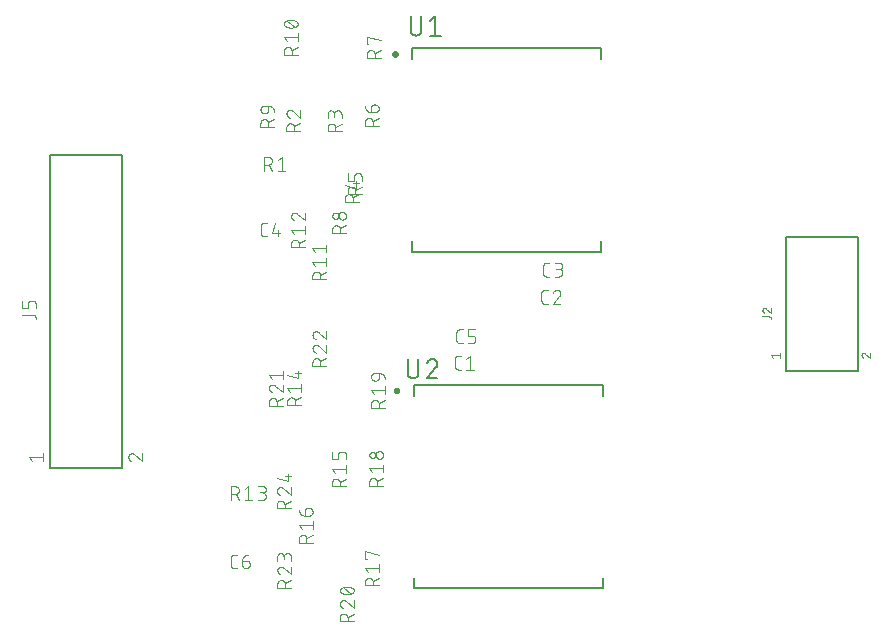
<source format=gbr>
G04 EAGLE Gerber RS-274X export*
G75*
%MOMM*%
%FSLAX34Y34*%
%LPD*%
%INSilkscreen Top*%
%IPPOS*%
%AMOC8*
5,1,8,0,0,1.08239X$1,22.5*%
G01*
%ADD10C,0.101600*%
%ADD11C,0.127000*%
%ADD12C,0.300000*%
%ADD13C,0.152400*%
%ADD14C,0.050800*%


D10*
X607299Y293686D02*
X604703Y293686D01*
X604703Y293687D02*
X604604Y293689D01*
X604504Y293695D01*
X604405Y293704D01*
X604307Y293717D01*
X604209Y293734D01*
X604111Y293755D01*
X604015Y293780D01*
X603920Y293808D01*
X603826Y293840D01*
X603733Y293875D01*
X603641Y293914D01*
X603551Y293957D01*
X603463Y294002D01*
X603376Y294052D01*
X603292Y294104D01*
X603209Y294160D01*
X603129Y294218D01*
X603051Y294280D01*
X602976Y294345D01*
X602903Y294413D01*
X602833Y294483D01*
X602765Y294556D01*
X602700Y294631D01*
X602638Y294709D01*
X602580Y294789D01*
X602524Y294872D01*
X602472Y294956D01*
X602422Y295043D01*
X602377Y295131D01*
X602334Y295221D01*
X602295Y295313D01*
X602260Y295406D01*
X602228Y295500D01*
X602200Y295595D01*
X602175Y295691D01*
X602154Y295789D01*
X602137Y295887D01*
X602124Y295985D01*
X602115Y296084D01*
X602109Y296184D01*
X602107Y296283D01*
X602106Y296283D02*
X602106Y302774D01*
X602107Y302774D02*
X602109Y302873D01*
X602115Y302973D01*
X602124Y303072D01*
X602137Y303170D01*
X602154Y303268D01*
X602175Y303366D01*
X602200Y303462D01*
X602228Y303557D01*
X602260Y303651D01*
X602295Y303744D01*
X602334Y303836D01*
X602377Y303926D01*
X602422Y304014D01*
X602472Y304101D01*
X602524Y304185D01*
X602580Y304268D01*
X602638Y304348D01*
X602700Y304426D01*
X602765Y304501D01*
X602833Y304574D01*
X602903Y304644D01*
X602976Y304712D01*
X603051Y304777D01*
X603129Y304839D01*
X603209Y304897D01*
X603292Y304953D01*
X603376Y305005D01*
X603463Y305055D01*
X603551Y305100D01*
X603641Y305143D01*
X603733Y305182D01*
X603825Y305217D01*
X603920Y305249D01*
X604015Y305277D01*
X604111Y305302D01*
X604209Y305323D01*
X604307Y305340D01*
X604405Y305353D01*
X604504Y305362D01*
X604604Y305368D01*
X604703Y305370D01*
X607299Y305370D01*
X611664Y293686D02*
X614910Y293686D01*
X615023Y293688D01*
X615136Y293694D01*
X615249Y293704D01*
X615362Y293718D01*
X615474Y293735D01*
X615585Y293757D01*
X615695Y293782D01*
X615805Y293812D01*
X615913Y293845D01*
X616020Y293882D01*
X616126Y293922D01*
X616230Y293967D01*
X616333Y294015D01*
X616434Y294066D01*
X616533Y294121D01*
X616630Y294179D01*
X616725Y294241D01*
X616818Y294306D01*
X616908Y294374D01*
X616996Y294445D01*
X617082Y294520D01*
X617165Y294597D01*
X617245Y294677D01*
X617322Y294760D01*
X617397Y294846D01*
X617468Y294934D01*
X617536Y295024D01*
X617601Y295117D01*
X617663Y295212D01*
X617721Y295309D01*
X617776Y295408D01*
X617827Y295509D01*
X617875Y295612D01*
X617920Y295716D01*
X617960Y295822D01*
X617997Y295929D01*
X618030Y296037D01*
X618060Y296147D01*
X618085Y296257D01*
X618107Y296368D01*
X618124Y296480D01*
X618138Y296593D01*
X618148Y296706D01*
X618154Y296819D01*
X618156Y296932D01*
X618154Y297045D01*
X618148Y297158D01*
X618138Y297271D01*
X618124Y297384D01*
X618107Y297496D01*
X618085Y297607D01*
X618060Y297717D01*
X618030Y297827D01*
X617997Y297935D01*
X617960Y298042D01*
X617920Y298148D01*
X617875Y298252D01*
X617827Y298355D01*
X617776Y298456D01*
X617721Y298555D01*
X617663Y298652D01*
X617601Y298747D01*
X617536Y298840D01*
X617468Y298930D01*
X617397Y299018D01*
X617322Y299104D01*
X617245Y299187D01*
X617165Y299267D01*
X617082Y299344D01*
X616996Y299419D01*
X616908Y299490D01*
X616818Y299558D01*
X616725Y299623D01*
X616630Y299685D01*
X616533Y299743D01*
X616434Y299798D01*
X616333Y299849D01*
X616230Y299897D01*
X616126Y299942D01*
X616020Y299982D01*
X615913Y300019D01*
X615805Y300052D01*
X615695Y300082D01*
X615585Y300107D01*
X615474Y300129D01*
X615362Y300146D01*
X615249Y300160D01*
X615136Y300170D01*
X615023Y300176D01*
X614910Y300178D01*
X615559Y305370D02*
X611664Y305370D01*
X615559Y305370D02*
X615660Y305368D01*
X615760Y305362D01*
X615860Y305352D01*
X615960Y305339D01*
X616059Y305321D01*
X616158Y305300D01*
X616255Y305275D01*
X616352Y305246D01*
X616447Y305213D01*
X616541Y305177D01*
X616633Y305137D01*
X616724Y305094D01*
X616813Y305047D01*
X616900Y304997D01*
X616986Y304943D01*
X617069Y304886D01*
X617149Y304826D01*
X617228Y304763D01*
X617304Y304696D01*
X617377Y304627D01*
X617447Y304555D01*
X617515Y304481D01*
X617580Y304404D01*
X617641Y304324D01*
X617700Y304242D01*
X617755Y304158D01*
X617807Y304072D01*
X617856Y303984D01*
X617901Y303894D01*
X617943Y303802D01*
X617981Y303709D01*
X618015Y303614D01*
X618046Y303519D01*
X618073Y303422D01*
X618096Y303324D01*
X618116Y303225D01*
X618131Y303125D01*
X618143Y303025D01*
X618151Y302925D01*
X618155Y302824D01*
X618155Y302724D01*
X618151Y302623D01*
X618143Y302523D01*
X618131Y302423D01*
X618116Y302323D01*
X618096Y302224D01*
X618073Y302126D01*
X618046Y302029D01*
X618015Y301934D01*
X617981Y301839D01*
X617943Y301746D01*
X617901Y301654D01*
X617856Y301564D01*
X617807Y301476D01*
X617755Y301390D01*
X617700Y301306D01*
X617641Y301224D01*
X617580Y301144D01*
X617515Y301067D01*
X617447Y300993D01*
X617377Y300921D01*
X617304Y300852D01*
X617228Y300785D01*
X617149Y300722D01*
X617069Y300662D01*
X616986Y300605D01*
X616900Y300551D01*
X616813Y300501D01*
X616724Y300454D01*
X616633Y300411D01*
X616541Y300371D01*
X616447Y300335D01*
X616352Y300302D01*
X616255Y300273D01*
X616158Y300248D01*
X616059Y300227D01*
X615960Y300209D01*
X615860Y300196D01*
X615760Y300186D01*
X615660Y300180D01*
X615559Y300178D01*
X615559Y300177D02*
X612963Y300177D01*
X368269Y327605D02*
X365672Y327605D01*
X365573Y327607D01*
X365473Y327613D01*
X365374Y327622D01*
X365276Y327635D01*
X365178Y327652D01*
X365080Y327673D01*
X364984Y327698D01*
X364889Y327726D01*
X364795Y327758D01*
X364702Y327793D01*
X364610Y327832D01*
X364520Y327875D01*
X364432Y327920D01*
X364345Y327970D01*
X364261Y328022D01*
X364178Y328078D01*
X364098Y328136D01*
X364020Y328198D01*
X363945Y328263D01*
X363872Y328331D01*
X363802Y328401D01*
X363734Y328474D01*
X363669Y328549D01*
X363607Y328627D01*
X363549Y328707D01*
X363493Y328790D01*
X363441Y328874D01*
X363391Y328961D01*
X363346Y329049D01*
X363303Y329139D01*
X363264Y329231D01*
X363229Y329324D01*
X363197Y329418D01*
X363169Y329513D01*
X363144Y329609D01*
X363123Y329707D01*
X363106Y329805D01*
X363093Y329903D01*
X363084Y330002D01*
X363078Y330102D01*
X363076Y330201D01*
X363076Y336693D01*
X363078Y336792D01*
X363084Y336892D01*
X363093Y336991D01*
X363106Y337089D01*
X363123Y337187D01*
X363144Y337285D01*
X363169Y337381D01*
X363197Y337476D01*
X363229Y337570D01*
X363264Y337663D01*
X363303Y337755D01*
X363346Y337845D01*
X363391Y337933D01*
X363441Y338020D01*
X363493Y338104D01*
X363549Y338187D01*
X363607Y338267D01*
X363669Y338345D01*
X363734Y338420D01*
X363802Y338493D01*
X363872Y338563D01*
X363945Y338631D01*
X364020Y338696D01*
X364098Y338758D01*
X364178Y338816D01*
X364261Y338872D01*
X364345Y338924D01*
X364432Y338974D01*
X364520Y339019D01*
X364610Y339062D01*
X364702Y339101D01*
X364794Y339136D01*
X364889Y339168D01*
X364984Y339196D01*
X365080Y339221D01*
X365178Y339242D01*
X365276Y339259D01*
X365374Y339272D01*
X365473Y339281D01*
X365573Y339287D01*
X365672Y339289D01*
X368269Y339289D01*
X375230Y339289D02*
X372634Y330201D01*
X379125Y330201D01*
X377178Y332798D02*
X377178Y327605D01*
X531167Y237189D02*
X533763Y237189D01*
X531167Y237189D02*
X531068Y237191D01*
X530968Y237197D01*
X530869Y237206D01*
X530771Y237219D01*
X530673Y237236D01*
X530575Y237257D01*
X530479Y237282D01*
X530384Y237310D01*
X530290Y237342D01*
X530197Y237377D01*
X530105Y237416D01*
X530015Y237459D01*
X529927Y237504D01*
X529840Y237554D01*
X529756Y237606D01*
X529673Y237662D01*
X529593Y237720D01*
X529515Y237782D01*
X529440Y237847D01*
X529367Y237915D01*
X529297Y237985D01*
X529229Y238058D01*
X529164Y238133D01*
X529102Y238211D01*
X529044Y238291D01*
X528988Y238374D01*
X528936Y238458D01*
X528886Y238545D01*
X528841Y238633D01*
X528798Y238723D01*
X528759Y238815D01*
X528724Y238908D01*
X528692Y239002D01*
X528664Y239097D01*
X528639Y239193D01*
X528618Y239291D01*
X528601Y239389D01*
X528588Y239487D01*
X528579Y239586D01*
X528573Y239686D01*
X528571Y239785D01*
X528571Y246276D01*
X528573Y246375D01*
X528579Y246475D01*
X528588Y246574D01*
X528601Y246672D01*
X528618Y246770D01*
X528639Y246868D01*
X528664Y246964D01*
X528692Y247059D01*
X528724Y247153D01*
X528759Y247246D01*
X528798Y247338D01*
X528841Y247428D01*
X528886Y247516D01*
X528936Y247603D01*
X528988Y247687D01*
X529044Y247770D01*
X529102Y247850D01*
X529164Y247928D01*
X529229Y248003D01*
X529297Y248076D01*
X529367Y248146D01*
X529440Y248214D01*
X529515Y248279D01*
X529593Y248341D01*
X529673Y248399D01*
X529756Y248455D01*
X529840Y248507D01*
X529927Y248557D01*
X530015Y248602D01*
X530105Y248645D01*
X530197Y248684D01*
X530289Y248719D01*
X530384Y248751D01*
X530479Y248779D01*
X530575Y248804D01*
X530673Y248825D01*
X530771Y248842D01*
X530869Y248855D01*
X530968Y248864D01*
X531068Y248870D01*
X531167Y248872D01*
X531167Y248873D02*
X533763Y248873D01*
X538129Y237189D02*
X542023Y237189D01*
X542122Y237191D01*
X542222Y237197D01*
X542321Y237206D01*
X542419Y237219D01*
X542517Y237236D01*
X542615Y237257D01*
X542711Y237282D01*
X542806Y237310D01*
X542900Y237342D01*
X542993Y237377D01*
X543085Y237416D01*
X543175Y237459D01*
X543263Y237504D01*
X543350Y237554D01*
X543434Y237606D01*
X543517Y237662D01*
X543597Y237720D01*
X543675Y237782D01*
X543750Y237847D01*
X543823Y237915D01*
X543893Y237985D01*
X543961Y238058D01*
X544026Y238133D01*
X544088Y238211D01*
X544146Y238291D01*
X544202Y238374D01*
X544254Y238458D01*
X544304Y238545D01*
X544349Y238633D01*
X544392Y238723D01*
X544431Y238815D01*
X544466Y238908D01*
X544498Y239002D01*
X544526Y239097D01*
X544551Y239193D01*
X544572Y239291D01*
X544589Y239389D01*
X544602Y239487D01*
X544611Y239586D01*
X544617Y239686D01*
X544619Y239785D01*
X544620Y239785D02*
X544620Y241084D01*
X544619Y241084D02*
X544617Y241183D01*
X544611Y241283D01*
X544602Y241382D01*
X544589Y241480D01*
X544572Y241578D01*
X544551Y241676D01*
X544526Y241772D01*
X544498Y241867D01*
X544466Y241961D01*
X544431Y242054D01*
X544392Y242146D01*
X544349Y242236D01*
X544304Y242324D01*
X544254Y242411D01*
X544202Y242495D01*
X544146Y242578D01*
X544088Y242658D01*
X544026Y242736D01*
X543961Y242811D01*
X543893Y242884D01*
X543823Y242954D01*
X543750Y243022D01*
X543675Y243087D01*
X543597Y243149D01*
X543517Y243207D01*
X543434Y243263D01*
X543350Y243315D01*
X543263Y243365D01*
X543175Y243410D01*
X543085Y243453D01*
X542993Y243492D01*
X542900Y243527D01*
X542806Y243559D01*
X542711Y243587D01*
X542615Y243612D01*
X542517Y243633D01*
X542419Y243650D01*
X542321Y243663D01*
X542222Y243672D01*
X542122Y243678D01*
X542023Y243680D01*
X538129Y243680D01*
X538129Y248873D01*
X544620Y248873D01*
X342679Y46605D02*
X340082Y46605D01*
X340082Y46606D02*
X339983Y46608D01*
X339883Y46614D01*
X339784Y46623D01*
X339686Y46636D01*
X339588Y46653D01*
X339490Y46674D01*
X339394Y46699D01*
X339299Y46727D01*
X339205Y46759D01*
X339112Y46794D01*
X339020Y46833D01*
X338930Y46876D01*
X338842Y46921D01*
X338755Y46971D01*
X338671Y47023D01*
X338588Y47079D01*
X338508Y47137D01*
X338430Y47199D01*
X338355Y47264D01*
X338282Y47332D01*
X338212Y47402D01*
X338144Y47475D01*
X338079Y47550D01*
X338017Y47628D01*
X337959Y47708D01*
X337903Y47791D01*
X337851Y47875D01*
X337801Y47962D01*
X337756Y48050D01*
X337713Y48140D01*
X337674Y48232D01*
X337639Y48325D01*
X337607Y48419D01*
X337579Y48514D01*
X337554Y48610D01*
X337533Y48708D01*
X337516Y48806D01*
X337503Y48904D01*
X337494Y49003D01*
X337488Y49103D01*
X337486Y49202D01*
X337486Y55693D01*
X337488Y55792D01*
X337494Y55892D01*
X337503Y55991D01*
X337516Y56089D01*
X337533Y56187D01*
X337554Y56285D01*
X337579Y56381D01*
X337607Y56476D01*
X337639Y56570D01*
X337674Y56663D01*
X337713Y56755D01*
X337756Y56845D01*
X337801Y56933D01*
X337851Y57020D01*
X337903Y57104D01*
X337959Y57187D01*
X338017Y57267D01*
X338079Y57345D01*
X338144Y57420D01*
X338212Y57493D01*
X338282Y57563D01*
X338355Y57631D01*
X338430Y57696D01*
X338508Y57758D01*
X338588Y57816D01*
X338671Y57872D01*
X338755Y57924D01*
X338842Y57974D01*
X338930Y58019D01*
X339020Y58062D01*
X339112Y58101D01*
X339204Y58136D01*
X339299Y58168D01*
X339394Y58196D01*
X339490Y58221D01*
X339588Y58242D01*
X339686Y58259D01*
X339784Y58272D01*
X339883Y58281D01*
X339983Y58287D01*
X340082Y58289D01*
X342679Y58289D01*
X347044Y53096D02*
X350939Y53096D01*
X351038Y53094D01*
X351138Y53088D01*
X351237Y53079D01*
X351335Y53066D01*
X351433Y53049D01*
X351531Y53028D01*
X351627Y53003D01*
X351722Y52975D01*
X351816Y52943D01*
X351909Y52908D01*
X352001Y52869D01*
X352091Y52826D01*
X352179Y52781D01*
X352266Y52731D01*
X352350Y52679D01*
X352433Y52623D01*
X352513Y52565D01*
X352591Y52503D01*
X352666Y52438D01*
X352739Y52370D01*
X352809Y52300D01*
X352877Y52227D01*
X352942Y52152D01*
X353004Y52074D01*
X353062Y51994D01*
X353118Y51911D01*
X353170Y51827D01*
X353220Y51740D01*
X353265Y51652D01*
X353308Y51562D01*
X353347Y51470D01*
X353382Y51377D01*
X353414Y51283D01*
X353442Y51188D01*
X353467Y51092D01*
X353488Y50994D01*
X353505Y50896D01*
X353518Y50798D01*
X353527Y50699D01*
X353533Y50599D01*
X353535Y50500D01*
X353535Y49851D01*
X353533Y49738D01*
X353527Y49625D01*
X353517Y49512D01*
X353503Y49399D01*
X353486Y49287D01*
X353464Y49176D01*
X353439Y49066D01*
X353409Y48956D01*
X353376Y48848D01*
X353339Y48741D01*
X353299Y48635D01*
X353254Y48531D01*
X353206Y48428D01*
X353155Y48327D01*
X353100Y48228D01*
X353042Y48131D01*
X352980Y48036D01*
X352915Y47943D01*
X352847Y47853D01*
X352776Y47765D01*
X352701Y47679D01*
X352624Y47596D01*
X352544Y47516D01*
X352461Y47439D01*
X352375Y47364D01*
X352287Y47293D01*
X352197Y47225D01*
X352104Y47160D01*
X352009Y47098D01*
X351912Y47040D01*
X351813Y46985D01*
X351712Y46934D01*
X351609Y46886D01*
X351505Y46841D01*
X351399Y46801D01*
X351292Y46764D01*
X351184Y46731D01*
X351074Y46701D01*
X350964Y46676D01*
X350853Y46654D01*
X350741Y46637D01*
X350628Y46623D01*
X350515Y46613D01*
X350402Y46607D01*
X350289Y46605D01*
X350176Y46607D01*
X350063Y46613D01*
X349950Y46623D01*
X349837Y46637D01*
X349725Y46654D01*
X349614Y46676D01*
X349504Y46701D01*
X349394Y46731D01*
X349286Y46764D01*
X349179Y46801D01*
X349073Y46841D01*
X348969Y46886D01*
X348866Y46934D01*
X348765Y46985D01*
X348666Y47040D01*
X348569Y47098D01*
X348474Y47160D01*
X348381Y47225D01*
X348291Y47293D01*
X348203Y47364D01*
X348117Y47439D01*
X348034Y47516D01*
X347954Y47596D01*
X347877Y47679D01*
X347802Y47765D01*
X347731Y47853D01*
X347663Y47943D01*
X347598Y48036D01*
X347536Y48131D01*
X347478Y48228D01*
X347423Y48327D01*
X347372Y48428D01*
X347324Y48531D01*
X347279Y48635D01*
X347239Y48741D01*
X347202Y48848D01*
X347169Y48956D01*
X347139Y49066D01*
X347114Y49176D01*
X347092Y49287D01*
X347075Y49399D01*
X347061Y49512D01*
X347051Y49625D01*
X347045Y49738D01*
X347043Y49851D01*
X347044Y49851D02*
X347044Y53096D01*
X347046Y53239D01*
X347052Y53382D01*
X347062Y53525D01*
X347076Y53667D01*
X347093Y53809D01*
X347115Y53951D01*
X347140Y54092D01*
X347170Y54232D01*
X347203Y54371D01*
X347240Y54509D01*
X347281Y54646D01*
X347325Y54782D01*
X347374Y54917D01*
X347426Y55050D01*
X347481Y55182D01*
X347541Y55312D01*
X347604Y55441D01*
X347670Y55568D01*
X347740Y55692D01*
X347813Y55815D01*
X347890Y55936D01*
X347970Y56055D01*
X348053Y56171D01*
X348139Y56286D01*
X348228Y56397D01*
X348321Y56507D01*
X348416Y56613D01*
X348515Y56717D01*
X348616Y56818D01*
X348720Y56917D01*
X348826Y57012D01*
X348936Y57105D01*
X349047Y57194D01*
X349162Y57280D01*
X349278Y57363D01*
X349397Y57443D01*
X349518Y57520D01*
X349640Y57593D01*
X349765Y57663D01*
X349892Y57729D01*
X350021Y57792D01*
X350151Y57852D01*
X350283Y57907D01*
X350416Y57959D01*
X350551Y58008D01*
X350687Y58052D01*
X350824Y58093D01*
X350962Y58130D01*
X351101Y58163D01*
X351241Y58193D01*
X351382Y58218D01*
X351524Y58240D01*
X351666Y58257D01*
X351808Y58271D01*
X351951Y58281D01*
X352094Y58287D01*
X352237Y58289D01*
X365845Y383321D02*
X365845Y395005D01*
X369091Y395005D01*
X369204Y395003D01*
X369317Y394997D01*
X369430Y394987D01*
X369543Y394973D01*
X369655Y394956D01*
X369766Y394934D01*
X369876Y394909D01*
X369986Y394879D01*
X370094Y394846D01*
X370201Y394809D01*
X370307Y394769D01*
X370411Y394724D01*
X370514Y394676D01*
X370615Y394625D01*
X370714Y394570D01*
X370811Y394512D01*
X370906Y394450D01*
X370999Y394385D01*
X371089Y394317D01*
X371177Y394246D01*
X371263Y394171D01*
X371346Y394094D01*
X371426Y394014D01*
X371503Y393931D01*
X371578Y393845D01*
X371649Y393757D01*
X371717Y393667D01*
X371782Y393574D01*
X371844Y393479D01*
X371902Y393382D01*
X371957Y393283D01*
X372008Y393182D01*
X372056Y393079D01*
X372101Y392975D01*
X372141Y392869D01*
X372178Y392762D01*
X372211Y392654D01*
X372241Y392544D01*
X372266Y392434D01*
X372288Y392323D01*
X372305Y392211D01*
X372319Y392098D01*
X372329Y391985D01*
X372335Y391872D01*
X372337Y391759D01*
X372335Y391646D01*
X372329Y391533D01*
X372319Y391420D01*
X372305Y391307D01*
X372288Y391195D01*
X372266Y391084D01*
X372241Y390974D01*
X372211Y390864D01*
X372178Y390756D01*
X372141Y390649D01*
X372101Y390543D01*
X372056Y390439D01*
X372008Y390336D01*
X371957Y390235D01*
X371902Y390136D01*
X371844Y390039D01*
X371782Y389944D01*
X371717Y389851D01*
X371649Y389761D01*
X371578Y389673D01*
X371503Y389587D01*
X371426Y389504D01*
X371346Y389424D01*
X371263Y389347D01*
X371177Y389272D01*
X371089Y389201D01*
X370999Y389133D01*
X370906Y389068D01*
X370811Y389006D01*
X370714Y388948D01*
X370615Y388893D01*
X370514Y388842D01*
X370411Y388794D01*
X370307Y388749D01*
X370201Y388709D01*
X370094Y388672D01*
X369986Y388639D01*
X369876Y388609D01*
X369766Y388584D01*
X369655Y388562D01*
X369543Y388545D01*
X369430Y388531D01*
X369317Y388521D01*
X369204Y388515D01*
X369091Y388513D01*
X369091Y388514D02*
X365845Y388514D01*
X369740Y388514D02*
X372336Y383321D01*
X377201Y392409D02*
X380447Y395005D01*
X380447Y383321D01*
X383692Y383321D02*
X377201Y383321D01*
X384623Y416875D02*
X396307Y416875D01*
X384623Y416875D02*
X384623Y420120D01*
X384625Y420233D01*
X384631Y420346D01*
X384641Y420459D01*
X384655Y420572D01*
X384672Y420684D01*
X384694Y420795D01*
X384719Y420905D01*
X384749Y421015D01*
X384782Y421123D01*
X384819Y421230D01*
X384859Y421336D01*
X384904Y421440D01*
X384952Y421543D01*
X385003Y421644D01*
X385058Y421743D01*
X385116Y421840D01*
X385178Y421935D01*
X385243Y422028D01*
X385311Y422118D01*
X385382Y422206D01*
X385457Y422292D01*
X385534Y422375D01*
X385614Y422455D01*
X385697Y422532D01*
X385783Y422607D01*
X385871Y422678D01*
X385961Y422746D01*
X386054Y422811D01*
X386149Y422873D01*
X386246Y422931D01*
X386345Y422986D01*
X386446Y423037D01*
X386549Y423085D01*
X386653Y423130D01*
X386759Y423170D01*
X386866Y423207D01*
X386974Y423240D01*
X387084Y423270D01*
X387194Y423295D01*
X387305Y423317D01*
X387417Y423334D01*
X387530Y423348D01*
X387643Y423358D01*
X387756Y423364D01*
X387869Y423366D01*
X387982Y423364D01*
X388095Y423358D01*
X388208Y423348D01*
X388321Y423334D01*
X388433Y423317D01*
X388544Y423295D01*
X388654Y423270D01*
X388764Y423240D01*
X388872Y423207D01*
X388979Y423170D01*
X389085Y423130D01*
X389189Y423085D01*
X389292Y423037D01*
X389393Y422986D01*
X389492Y422931D01*
X389589Y422873D01*
X389684Y422811D01*
X389777Y422746D01*
X389867Y422678D01*
X389955Y422607D01*
X390041Y422532D01*
X390124Y422455D01*
X390204Y422375D01*
X390281Y422292D01*
X390356Y422206D01*
X390427Y422118D01*
X390495Y422028D01*
X390560Y421935D01*
X390622Y421840D01*
X390680Y421743D01*
X390735Y421644D01*
X390786Y421543D01*
X390834Y421440D01*
X390879Y421336D01*
X390919Y421230D01*
X390956Y421123D01*
X390989Y421015D01*
X391019Y420905D01*
X391044Y420795D01*
X391066Y420684D01*
X391083Y420572D01*
X391097Y420459D01*
X391107Y420346D01*
X391113Y420233D01*
X391115Y420120D01*
X391114Y420120D02*
X391114Y416875D01*
X391114Y420770D02*
X396307Y423366D01*
X387544Y434722D02*
X387437Y434720D01*
X387331Y434714D01*
X387225Y434704D01*
X387119Y434691D01*
X387013Y434673D01*
X386909Y434652D01*
X386805Y434627D01*
X386702Y434598D01*
X386601Y434566D01*
X386501Y434529D01*
X386402Y434489D01*
X386304Y434446D01*
X386208Y434399D01*
X386114Y434348D01*
X386022Y434294D01*
X385932Y434237D01*
X385844Y434177D01*
X385759Y434113D01*
X385676Y434046D01*
X385595Y433976D01*
X385517Y433904D01*
X385441Y433828D01*
X385369Y433750D01*
X385299Y433669D01*
X385232Y433586D01*
X385168Y433501D01*
X385108Y433413D01*
X385051Y433323D01*
X384997Y433231D01*
X384946Y433137D01*
X384899Y433041D01*
X384856Y432943D01*
X384816Y432844D01*
X384779Y432744D01*
X384747Y432643D01*
X384718Y432540D01*
X384693Y432436D01*
X384672Y432332D01*
X384654Y432226D01*
X384641Y432120D01*
X384631Y432014D01*
X384625Y431908D01*
X384623Y431801D01*
X384625Y431680D01*
X384631Y431559D01*
X384641Y431439D01*
X384654Y431318D01*
X384672Y431199D01*
X384693Y431079D01*
X384718Y430961D01*
X384747Y430844D01*
X384780Y430727D01*
X384816Y430612D01*
X384857Y430498D01*
X384900Y430385D01*
X384948Y430273D01*
X384999Y430164D01*
X385054Y430056D01*
X385112Y429949D01*
X385173Y429845D01*
X385238Y429743D01*
X385306Y429643D01*
X385377Y429545D01*
X385451Y429449D01*
X385528Y429356D01*
X385609Y429266D01*
X385692Y429178D01*
X385778Y429093D01*
X385867Y429010D01*
X385958Y428931D01*
X386052Y428854D01*
X386148Y428781D01*
X386246Y428711D01*
X386347Y428644D01*
X386450Y428580D01*
X386555Y428520D01*
X386662Y428462D01*
X386770Y428409D01*
X386880Y428359D01*
X386992Y428313D01*
X387105Y428270D01*
X387220Y428231D01*
X389816Y433748D02*
X389738Y433827D01*
X389658Y433903D01*
X389575Y433976D01*
X389489Y434046D01*
X389402Y434113D01*
X389311Y434177D01*
X389219Y434237D01*
X389125Y434295D01*
X389028Y434349D01*
X388930Y434399D01*
X388830Y434446D01*
X388729Y434490D01*
X388626Y434530D01*
X388521Y434566D01*
X388416Y434598D01*
X388309Y434627D01*
X388202Y434652D01*
X388093Y434674D01*
X387984Y434691D01*
X387875Y434705D01*
X387765Y434714D01*
X387654Y434720D01*
X387544Y434722D01*
X389816Y433749D02*
X396307Y428231D01*
X396307Y434722D01*
X419595Y416499D02*
X431279Y416499D01*
X419595Y416499D02*
X419595Y419745D01*
X419597Y419858D01*
X419603Y419971D01*
X419613Y420084D01*
X419627Y420197D01*
X419644Y420309D01*
X419666Y420420D01*
X419691Y420530D01*
X419721Y420640D01*
X419754Y420748D01*
X419791Y420855D01*
X419831Y420961D01*
X419876Y421065D01*
X419924Y421168D01*
X419975Y421269D01*
X420030Y421368D01*
X420088Y421465D01*
X420150Y421560D01*
X420215Y421653D01*
X420283Y421743D01*
X420354Y421831D01*
X420429Y421917D01*
X420506Y422000D01*
X420586Y422080D01*
X420669Y422157D01*
X420755Y422232D01*
X420843Y422303D01*
X420933Y422371D01*
X421026Y422436D01*
X421121Y422498D01*
X421218Y422556D01*
X421317Y422611D01*
X421418Y422662D01*
X421521Y422710D01*
X421625Y422755D01*
X421731Y422795D01*
X421838Y422832D01*
X421946Y422865D01*
X422056Y422895D01*
X422166Y422920D01*
X422277Y422942D01*
X422389Y422959D01*
X422502Y422973D01*
X422615Y422983D01*
X422728Y422989D01*
X422841Y422991D01*
X422954Y422989D01*
X423067Y422983D01*
X423180Y422973D01*
X423293Y422959D01*
X423405Y422942D01*
X423516Y422920D01*
X423626Y422895D01*
X423736Y422865D01*
X423844Y422832D01*
X423951Y422795D01*
X424057Y422755D01*
X424161Y422710D01*
X424264Y422662D01*
X424365Y422611D01*
X424464Y422556D01*
X424561Y422498D01*
X424656Y422436D01*
X424749Y422371D01*
X424839Y422303D01*
X424927Y422232D01*
X425013Y422157D01*
X425096Y422080D01*
X425176Y422000D01*
X425253Y421917D01*
X425328Y421831D01*
X425399Y421743D01*
X425467Y421653D01*
X425532Y421560D01*
X425594Y421465D01*
X425652Y421368D01*
X425707Y421269D01*
X425758Y421168D01*
X425806Y421065D01*
X425851Y420961D01*
X425891Y420855D01*
X425928Y420748D01*
X425961Y420640D01*
X425991Y420530D01*
X426016Y420420D01*
X426038Y420309D01*
X426055Y420197D01*
X426069Y420084D01*
X426079Y419971D01*
X426085Y419858D01*
X426087Y419745D01*
X426086Y419745D02*
X426086Y416499D01*
X426086Y420394D02*
X431279Y422990D01*
X431279Y427856D02*
X431279Y431101D01*
X431280Y431101D02*
X431278Y431214D01*
X431272Y431327D01*
X431262Y431440D01*
X431248Y431553D01*
X431231Y431665D01*
X431209Y431776D01*
X431184Y431886D01*
X431154Y431996D01*
X431121Y432104D01*
X431084Y432211D01*
X431044Y432317D01*
X430999Y432421D01*
X430951Y432524D01*
X430900Y432625D01*
X430845Y432724D01*
X430787Y432821D01*
X430725Y432916D01*
X430660Y433009D01*
X430592Y433099D01*
X430521Y433187D01*
X430446Y433273D01*
X430369Y433356D01*
X430289Y433436D01*
X430206Y433513D01*
X430120Y433588D01*
X430032Y433659D01*
X429942Y433727D01*
X429849Y433792D01*
X429754Y433854D01*
X429657Y433912D01*
X429558Y433967D01*
X429457Y434018D01*
X429354Y434066D01*
X429250Y434111D01*
X429144Y434151D01*
X429037Y434188D01*
X428929Y434221D01*
X428819Y434251D01*
X428709Y434276D01*
X428598Y434298D01*
X428486Y434315D01*
X428373Y434329D01*
X428260Y434339D01*
X428147Y434345D01*
X428034Y434347D01*
X427921Y434345D01*
X427808Y434339D01*
X427695Y434329D01*
X427582Y434315D01*
X427470Y434298D01*
X427359Y434276D01*
X427249Y434251D01*
X427139Y434221D01*
X427031Y434188D01*
X426924Y434151D01*
X426818Y434111D01*
X426714Y434066D01*
X426611Y434018D01*
X426510Y433967D01*
X426411Y433912D01*
X426314Y433854D01*
X426219Y433792D01*
X426126Y433727D01*
X426036Y433659D01*
X425948Y433588D01*
X425862Y433513D01*
X425779Y433436D01*
X425699Y433356D01*
X425622Y433273D01*
X425547Y433187D01*
X425476Y433099D01*
X425408Y433009D01*
X425343Y432916D01*
X425281Y432821D01*
X425223Y432724D01*
X425168Y432625D01*
X425117Y432524D01*
X425069Y432421D01*
X425024Y432317D01*
X424984Y432211D01*
X424947Y432104D01*
X424914Y431996D01*
X424884Y431886D01*
X424859Y431776D01*
X424837Y431665D01*
X424820Y431553D01*
X424806Y431440D01*
X424796Y431327D01*
X424790Y431214D01*
X424788Y431101D01*
X419595Y431750D02*
X419595Y427856D01*
X419596Y431750D02*
X419598Y431851D01*
X419604Y431951D01*
X419614Y432051D01*
X419627Y432151D01*
X419645Y432250D01*
X419666Y432349D01*
X419691Y432446D01*
X419720Y432543D01*
X419753Y432638D01*
X419789Y432732D01*
X419829Y432824D01*
X419872Y432915D01*
X419919Y433004D01*
X419969Y433091D01*
X420023Y433177D01*
X420080Y433260D01*
X420140Y433340D01*
X420203Y433419D01*
X420270Y433495D01*
X420339Y433568D01*
X420411Y433638D01*
X420485Y433706D01*
X420562Y433771D01*
X420642Y433832D01*
X420724Y433891D01*
X420808Y433946D01*
X420894Y433998D01*
X420982Y434047D01*
X421072Y434092D01*
X421164Y434134D01*
X421257Y434172D01*
X421352Y434206D01*
X421447Y434237D01*
X421544Y434264D01*
X421642Y434287D01*
X421741Y434307D01*
X421841Y434322D01*
X421941Y434334D01*
X422041Y434342D01*
X422142Y434346D01*
X422242Y434346D01*
X422343Y434342D01*
X422443Y434334D01*
X422543Y434322D01*
X422643Y434307D01*
X422742Y434287D01*
X422840Y434264D01*
X422937Y434237D01*
X423032Y434206D01*
X423127Y434172D01*
X423220Y434134D01*
X423312Y434092D01*
X423402Y434047D01*
X423490Y433998D01*
X423576Y433946D01*
X423660Y433891D01*
X423742Y433832D01*
X423822Y433771D01*
X423899Y433706D01*
X423973Y433638D01*
X424045Y433568D01*
X424114Y433495D01*
X424181Y433419D01*
X424244Y433340D01*
X424304Y433260D01*
X424361Y433177D01*
X424415Y433091D01*
X424465Y433004D01*
X424512Y432915D01*
X424555Y432824D01*
X424595Y432732D01*
X424631Y432638D01*
X424664Y432543D01*
X424693Y432446D01*
X424718Y432349D01*
X424739Y432250D01*
X424757Y432151D01*
X424770Y432051D01*
X424780Y431951D01*
X424786Y431851D01*
X424788Y431750D01*
X424788Y429154D01*
X434190Y356859D02*
X445874Y356859D01*
X434190Y356859D02*
X434190Y360104D01*
X434192Y360217D01*
X434198Y360330D01*
X434208Y360443D01*
X434222Y360556D01*
X434239Y360668D01*
X434261Y360779D01*
X434286Y360889D01*
X434316Y360999D01*
X434349Y361107D01*
X434386Y361214D01*
X434426Y361320D01*
X434471Y361424D01*
X434519Y361527D01*
X434570Y361628D01*
X434625Y361727D01*
X434683Y361824D01*
X434745Y361919D01*
X434810Y362012D01*
X434878Y362102D01*
X434949Y362190D01*
X435024Y362276D01*
X435101Y362359D01*
X435181Y362439D01*
X435264Y362516D01*
X435350Y362591D01*
X435438Y362662D01*
X435528Y362730D01*
X435621Y362795D01*
X435716Y362857D01*
X435813Y362915D01*
X435912Y362970D01*
X436013Y363021D01*
X436116Y363069D01*
X436220Y363114D01*
X436326Y363154D01*
X436433Y363191D01*
X436541Y363224D01*
X436651Y363254D01*
X436761Y363279D01*
X436872Y363301D01*
X436984Y363318D01*
X437097Y363332D01*
X437210Y363342D01*
X437323Y363348D01*
X437436Y363350D01*
X437549Y363348D01*
X437662Y363342D01*
X437775Y363332D01*
X437888Y363318D01*
X438000Y363301D01*
X438111Y363279D01*
X438221Y363254D01*
X438331Y363224D01*
X438439Y363191D01*
X438546Y363154D01*
X438652Y363114D01*
X438756Y363069D01*
X438859Y363021D01*
X438960Y362970D01*
X439059Y362915D01*
X439156Y362857D01*
X439251Y362795D01*
X439344Y362730D01*
X439434Y362662D01*
X439522Y362591D01*
X439608Y362516D01*
X439691Y362439D01*
X439771Y362359D01*
X439848Y362276D01*
X439923Y362190D01*
X439994Y362102D01*
X440062Y362012D01*
X440127Y361919D01*
X440189Y361824D01*
X440247Y361727D01*
X440302Y361628D01*
X440353Y361527D01*
X440401Y361424D01*
X440446Y361320D01*
X440486Y361214D01*
X440523Y361107D01*
X440556Y360999D01*
X440586Y360889D01*
X440611Y360779D01*
X440633Y360668D01*
X440650Y360556D01*
X440664Y360443D01*
X440674Y360330D01*
X440680Y360217D01*
X440682Y360104D01*
X440681Y360104D02*
X440681Y356859D01*
X440681Y360753D02*
X445874Y363350D01*
X443278Y368215D02*
X434190Y370811D01*
X443278Y368215D02*
X443278Y374706D01*
X440681Y372759D02*
X445874Y372759D01*
X448261Y363247D02*
X436577Y363247D01*
X436577Y366493D01*
X436579Y366606D01*
X436585Y366719D01*
X436595Y366832D01*
X436609Y366945D01*
X436626Y367057D01*
X436648Y367168D01*
X436673Y367278D01*
X436703Y367388D01*
X436736Y367496D01*
X436773Y367603D01*
X436813Y367709D01*
X436858Y367813D01*
X436906Y367916D01*
X436957Y368017D01*
X437012Y368116D01*
X437070Y368213D01*
X437132Y368308D01*
X437197Y368401D01*
X437265Y368491D01*
X437336Y368579D01*
X437411Y368665D01*
X437488Y368748D01*
X437568Y368828D01*
X437651Y368905D01*
X437737Y368980D01*
X437825Y369051D01*
X437915Y369119D01*
X438008Y369184D01*
X438103Y369246D01*
X438200Y369304D01*
X438299Y369359D01*
X438400Y369410D01*
X438503Y369458D01*
X438607Y369503D01*
X438713Y369543D01*
X438820Y369580D01*
X438928Y369613D01*
X439038Y369643D01*
X439148Y369668D01*
X439259Y369690D01*
X439371Y369707D01*
X439484Y369721D01*
X439597Y369731D01*
X439710Y369737D01*
X439823Y369739D01*
X439936Y369737D01*
X440049Y369731D01*
X440162Y369721D01*
X440275Y369707D01*
X440387Y369690D01*
X440498Y369668D01*
X440608Y369643D01*
X440718Y369613D01*
X440826Y369580D01*
X440933Y369543D01*
X441039Y369503D01*
X441143Y369458D01*
X441246Y369410D01*
X441347Y369359D01*
X441446Y369304D01*
X441543Y369246D01*
X441638Y369184D01*
X441731Y369119D01*
X441821Y369051D01*
X441909Y368980D01*
X441995Y368905D01*
X442078Y368828D01*
X442158Y368748D01*
X442235Y368665D01*
X442310Y368579D01*
X442381Y368491D01*
X442449Y368401D01*
X442514Y368308D01*
X442576Y368213D01*
X442634Y368116D01*
X442689Y368017D01*
X442740Y367916D01*
X442788Y367813D01*
X442833Y367709D01*
X442873Y367603D01*
X442910Y367496D01*
X442943Y367388D01*
X442973Y367278D01*
X442998Y367168D01*
X443020Y367057D01*
X443037Y366945D01*
X443051Y366832D01*
X443061Y366719D01*
X443067Y366606D01*
X443069Y366493D01*
X443068Y366493D02*
X443068Y363247D01*
X443068Y367142D02*
X448261Y369738D01*
X448261Y374603D02*
X448261Y378498D01*
X448259Y378597D01*
X448253Y378697D01*
X448244Y378796D01*
X448231Y378894D01*
X448214Y378992D01*
X448193Y379090D01*
X448168Y379186D01*
X448140Y379281D01*
X448108Y379375D01*
X448073Y379468D01*
X448034Y379560D01*
X447991Y379650D01*
X447946Y379738D01*
X447896Y379825D01*
X447844Y379909D01*
X447788Y379992D01*
X447730Y380072D01*
X447668Y380150D01*
X447603Y380225D01*
X447535Y380298D01*
X447465Y380368D01*
X447392Y380436D01*
X447317Y380501D01*
X447239Y380563D01*
X447159Y380621D01*
X447076Y380677D01*
X446992Y380729D01*
X446905Y380779D01*
X446817Y380824D01*
X446727Y380867D01*
X446635Y380906D01*
X446542Y380941D01*
X446448Y380973D01*
X446353Y381001D01*
X446257Y381026D01*
X446159Y381047D01*
X446061Y381064D01*
X445963Y381077D01*
X445864Y381086D01*
X445764Y381092D01*
X445665Y381094D01*
X444366Y381094D01*
X444267Y381092D01*
X444167Y381086D01*
X444068Y381077D01*
X443970Y381064D01*
X443872Y381047D01*
X443774Y381026D01*
X443678Y381001D01*
X443583Y380973D01*
X443489Y380941D01*
X443396Y380906D01*
X443304Y380867D01*
X443214Y380824D01*
X443126Y380779D01*
X443039Y380729D01*
X442955Y380677D01*
X442872Y380621D01*
X442792Y380563D01*
X442714Y380501D01*
X442639Y380436D01*
X442566Y380368D01*
X442496Y380298D01*
X442428Y380225D01*
X442363Y380150D01*
X442301Y380072D01*
X442243Y379992D01*
X442187Y379909D01*
X442135Y379825D01*
X442085Y379738D01*
X442040Y379650D01*
X441997Y379560D01*
X441958Y379468D01*
X441923Y379375D01*
X441891Y379281D01*
X441863Y379186D01*
X441838Y379090D01*
X441817Y378992D01*
X441800Y378894D01*
X441787Y378796D01*
X441778Y378697D01*
X441772Y378597D01*
X441770Y378498D01*
X441770Y374603D01*
X436577Y374603D01*
X436577Y381094D01*
X451099Y421534D02*
X462783Y421534D01*
X451099Y421534D02*
X451099Y424779D01*
X451098Y424779D02*
X451100Y424892D01*
X451106Y425005D01*
X451116Y425118D01*
X451130Y425231D01*
X451147Y425343D01*
X451169Y425454D01*
X451194Y425564D01*
X451224Y425674D01*
X451257Y425782D01*
X451294Y425889D01*
X451334Y425995D01*
X451379Y426099D01*
X451427Y426202D01*
X451478Y426303D01*
X451533Y426402D01*
X451591Y426499D01*
X451653Y426594D01*
X451718Y426687D01*
X451786Y426777D01*
X451857Y426865D01*
X451932Y426951D01*
X452009Y427034D01*
X452089Y427114D01*
X452172Y427191D01*
X452258Y427266D01*
X452346Y427337D01*
X452436Y427405D01*
X452529Y427470D01*
X452624Y427532D01*
X452721Y427590D01*
X452820Y427645D01*
X452921Y427696D01*
X453024Y427744D01*
X453128Y427789D01*
X453234Y427829D01*
X453341Y427866D01*
X453449Y427899D01*
X453559Y427929D01*
X453669Y427954D01*
X453780Y427976D01*
X453892Y427993D01*
X454005Y428007D01*
X454118Y428017D01*
X454231Y428023D01*
X454344Y428025D01*
X454457Y428023D01*
X454570Y428017D01*
X454683Y428007D01*
X454796Y427993D01*
X454908Y427976D01*
X455019Y427954D01*
X455129Y427929D01*
X455239Y427899D01*
X455347Y427866D01*
X455454Y427829D01*
X455560Y427789D01*
X455664Y427744D01*
X455767Y427696D01*
X455868Y427645D01*
X455967Y427590D01*
X456064Y427532D01*
X456159Y427470D01*
X456252Y427405D01*
X456342Y427337D01*
X456430Y427266D01*
X456516Y427191D01*
X456599Y427114D01*
X456679Y427034D01*
X456756Y426951D01*
X456831Y426865D01*
X456902Y426777D01*
X456970Y426687D01*
X457035Y426594D01*
X457097Y426499D01*
X457155Y426402D01*
X457210Y426303D01*
X457261Y426202D01*
X457309Y426099D01*
X457354Y425995D01*
X457394Y425889D01*
X457431Y425782D01*
X457464Y425674D01*
X457494Y425564D01*
X457519Y425454D01*
X457541Y425343D01*
X457558Y425231D01*
X457572Y425118D01*
X457582Y425005D01*
X457588Y424892D01*
X457590Y424779D01*
X457590Y421534D01*
X457590Y425428D02*
X462783Y428025D01*
X456292Y432890D02*
X456292Y436785D01*
X456294Y436884D01*
X456300Y436984D01*
X456309Y437083D01*
X456322Y437181D01*
X456339Y437279D01*
X456360Y437377D01*
X456385Y437473D01*
X456413Y437568D01*
X456445Y437662D01*
X456480Y437755D01*
X456519Y437847D01*
X456562Y437937D01*
X456607Y438025D01*
X456657Y438112D01*
X456709Y438196D01*
X456765Y438279D01*
X456823Y438359D01*
X456885Y438437D01*
X456950Y438512D01*
X457018Y438585D01*
X457088Y438655D01*
X457161Y438723D01*
X457236Y438788D01*
X457314Y438850D01*
X457394Y438908D01*
X457477Y438964D01*
X457561Y439016D01*
X457648Y439066D01*
X457736Y439111D01*
X457826Y439154D01*
X457918Y439193D01*
X458011Y439228D01*
X458105Y439260D01*
X458200Y439288D01*
X458296Y439313D01*
X458394Y439334D01*
X458492Y439351D01*
X458590Y439364D01*
X458689Y439373D01*
X458789Y439379D01*
X458888Y439381D01*
X459537Y439381D01*
X459537Y439382D02*
X459650Y439380D01*
X459763Y439374D01*
X459876Y439364D01*
X459989Y439350D01*
X460101Y439333D01*
X460212Y439311D01*
X460322Y439286D01*
X460432Y439256D01*
X460540Y439223D01*
X460647Y439186D01*
X460753Y439146D01*
X460857Y439101D01*
X460960Y439053D01*
X461061Y439002D01*
X461160Y438947D01*
X461257Y438889D01*
X461352Y438827D01*
X461445Y438762D01*
X461535Y438694D01*
X461623Y438623D01*
X461709Y438548D01*
X461792Y438471D01*
X461872Y438391D01*
X461949Y438308D01*
X462024Y438222D01*
X462095Y438134D01*
X462163Y438044D01*
X462228Y437951D01*
X462290Y437856D01*
X462348Y437759D01*
X462403Y437660D01*
X462454Y437559D01*
X462502Y437456D01*
X462547Y437352D01*
X462587Y437246D01*
X462624Y437139D01*
X462657Y437031D01*
X462687Y436921D01*
X462712Y436811D01*
X462734Y436700D01*
X462751Y436588D01*
X462765Y436475D01*
X462775Y436362D01*
X462781Y436249D01*
X462783Y436136D01*
X462781Y436023D01*
X462775Y435910D01*
X462765Y435797D01*
X462751Y435684D01*
X462734Y435572D01*
X462712Y435461D01*
X462687Y435351D01*
X462657Y435241D01*
X462624Y435133D01*
X462587Y435026D01*
X462547Y434920D01*
X462502Y434816D01*
X462454Y434713D01*
X462403Y434612D01*
X462348Y434513D01*
X462290Y434416D01*
X462228Y434321D01*
X462163Y434228D01*
X462095Y434138D01*
X462024Y434050D01*
X461949Y433964D01*
X461872Y433881D01*
X461792Y433801D01*
X461709Y433724D01*
X461623Y433649D01*
X461535Y433578D01*
X461445Y433510D01*
X461352Y433445D01*
X461257Y433383D01*
X461160Y433325D01*
X461061Y433270D01*
X460960Y433219D01*
X460857Y433171D01*
X460753Y433126D01*
X460647Y433086D01*
X460540Y433049D01*
X460432Y433016D01*
X460322Y432986D01*
X460212Y432961D01*
X460101Y432939D01*
X459989Y432922D01*
X459876Y432908D01*
X459763Y432898D01*
X459650Y432892D01*
X459537Y432890D01*
X456292Y432890D01*
X456149Y432892D01*
X456006Y432898D01*
X455863Y432908D01*
X455721Y432922D01*
X455579Y432939D01*
X455437Y432961D01*
X455296Y432986D01*
X455156Y433016D01*
X455017Y433049D01*
X454879Y433086D01*
X454742Y433127D01*
X454606Y433171D01*
X454471Y433220D01*
X454338Y433272D01*
X454206Y433327D01*
X454076Y433387D01*
X453947Y433450D01*
X453820Y433516D01*
X453696Y433586D01*
X453573Y433659D01*
X453452Y433736D01*
X453333Y433815D01*
X453217Y433899D01*
X453102Y433985D01*
X452991Y434074D01*
X452882Y434167D01*
X452775Y434262D01*
X452671Y434361D01*
X452570Y434462D01*
X452471Y434566D01*
X452376Y434672D01*
X452283Y434782D01*
X452194Y434893D01*
X452108Y435007D01*
X452025Y435124D01*
X451945Y435243D01*
X451868Y435364D01*
X451795Y435486D01*
X451725Y435611D01*
X451659Y435738D01*
X451596Y435867D01*
X451536Y435997D01*
X451481Y436129D01*
X451429Y436262D01*
X451380Y436397D01*
X451336Y436533D01*
X451295Y436670D01*
X451258Y436808D01*
X451225Y436947D01*
X451195Y437087D01*
X451170Y437228D01*
X451148Y437370D01*
X451131Y437512D01*
X451117Y437654D01*
X451107Y437797D01*
X451101Y437940D01*
X451099Y438083D01*
X452746Y478947D02*
X464430Y478947D01*
X452746Y478947D02*
X452746Y482192D01*
X452748Y482305D01*
X452754Y482418D01*
X452764Y482531D01*
X452778Y482644D01*
X452795Y482756D01*
X452817Y482867D01*
X452842Y482977D01*
X452872Y483087D01*
X452905Y483195D01*
X452942Y483302D01*
X452982Y483408D01*
X453027Y483512D01*
X453075Y483615D01*
X453126Y483716D01*
X453181Y483815D01*
X453239Y483912D01*
X453301Y484007D01*
X453366Y484100D01*
X453434Y484190D01*
X453505Y484278D01*
X453580Y484364D01*
X453657Y484447D01*
X453737Y484527D01*
X453820Y484604D01*
X453906Y484679D01*
X453994Y484750D01*
X454084Y484818D01*
X454177Y484883D01*
X454272Y484945D01*
X454369Y485003D01*
X454468Y485058D01*
X454569Y485109D01*
X454672Y485157D01*
X454776Y485202D01*
X454882Y485242D01*
X454989Y485279D01*
X455097Y485312D01*
X455207Y485342D01*
X455317Y485367D01*
X455428Y485389D01*
X455540Y485406D01*
X455653Y485420D01*
X455766Y485430D01*
X455879Y485436D01*
X455992Y485438D01*
X456105Y485436D01*
X456218Y485430D01*
X456331Y485420D01*
X456444Y485406D01*
X456556Y485389D01*
X456667Y485367D01*
X456777Y485342D01*
X456887Y485312D01*
X456995Y485279D01*
X457102Y485242D01*
X457208Y485202D01*
X457312Y485157D01*
X457415Y485109D01*
X457516Y485058D01*
X457615Y485003D01*
X457712Y484945D01*
X457807Y484883D01*
X457900Y484818D01*
X457990Y484750D01*
X458078Y484679D01*
X458164Y484604D01*
X458247Y484527D01*
X458327Y484447D01*
X458404Y484364D01*
X458479Y484278D01*
X458550Y484190D01*
X458618Y484100D01*
X458683Y484007D01*
X458745Y483912D01*
X458803Y483815D01*
X458858Y483716D01*
X458909Y483615D01*
X458957Y483512D01*
X459002Y483408D01*
X459042Y483302D01*
X459079Y483195D01*
X459112Y483087D01*
X459142Y482977D01*
X459167Y482867D01*
X459189Y482756D01*
X459206Y482644D01*
X459220Y482531D01*
X459230Y482418D01*
X459236Y482305D01*
X459238Y482192D01*
X459237Y482192D02*
X459237Y478947D01*
X459237Y482841D02*
X464430Y485438D01*
X454044Y490303D02*
X452746Y490303D01*
X452746Y496794D01*
X464430Y493549D01*
X435216Y330548D02*
X423532Y330548D01*
X423532Y333794D01*
X423534Y333907D01*
X423540Y334020D01*
X423550Y334133D01*
X423564Y334246D01*
X423581Y334358D01*
X423603Y334469D01*
X423628Y334579D01*
X423658Y334689D01*
X423691Y334797D01*
X423728Y334904D01*
X423768Y335010D01*
X423813Y335114D01*
X423861Y335217D01*
X423912Y335318D01*
X423967Y335417D01*
X424025Y335514D01*
X424087Y335609D01*
X424152Y335702D01*
X424220Y335792D01*
X424291Y335880D01*
X424366Y335966D01*
X424443Y336049D01*
X424523Y336129D01*
X424606Y336206D01*
X424692Y336281D01*
X424780Y336352D01*
X424870Y336420D01*
X424963Y336485D01*
X425058Y336547D01*
X425155Y336605D01*
X425254Y336660D01*
X425355Y336711D01*
X425458Y336759D01*
X425562Y336804D01*
X425668Y336844D01*
X425775Y336881D01*
X425883Y336914D01*
X425993Y336944D01*
X426103Y336969D01*
X426214Y336991D01*
X426326Y337008D01*
X426439Y337022D01*
X426552Y337032D01*
X426665Y337038D01*
X426778Y337040D01*
X426891Y337038D01*
X427004Y337032D01*
X427117Y337022D01*
X427230Y337008D01*
X427342Y336991D01*
X427453Y336969D01*
X427563Y336944D01*
X427673Y336914D01*
X427781Y336881D01*
X427888Y336844D01*
X427994Y336804D01*
X428098Y336759D01*
X428201Y336711D01*
X428302Y336660D01*
X428401Y336605D01*
X428498Y336547D01*
X428593Y336485D01*
X428686Y336420D01*
X428776Y336352D01*
X428864Y336281D01*
X428950Y336206D01*
X429033Y336129D01*
X429113Y336049D01*
X429190Y335966D01*
X429265Y335880D01*
X429336Y335792D01*
X429404Y335702D01*
X429469Y335609D01*
X429531Y335514D01*
X429589Y335417D01*
X429644Y335318D01*
X429695Y335217D01*
X429743Y335114D01*
X429788Y335010D01*
X429828Y334904D01*
X429865Y334797D01*
X429898Y334689D01*
X429928Y334579D01*
X429953Y334469D01*
X429975Y334358D01*
X429992Y334246D01*
X430006Y334133D01*
X430016Y334020D01*
X430022Y333907D01*
X430024Y333794D01*
X430023Y333794D02*
X430023Y330548D01*
X430023Y334443D02*
X435216Y337039D01*
X431970Y341904D02*
X431857Y341906D01*
X431744Y341912D01*
X431631Y341922D01*
X431518Y341936D01*
X431406Y341953D01*
X431295Y341975D01*
X431185Y342000D01*
X431075Y342030D01*
X430967Y342063D01*
X430860Y342100D01*
X430754Y342140D01*
X430650Y342185D01*
X430547Y342233D01*
X430446Y342284D01*
X430347Y342339D01*
X430250Y342397D01*
X430155Y342459D01*
X430062Y342524D01*
X429972Y342592D01*
X429884Y342663D01*
X429798Y342738D01*
X429715Y342815D01*
X429635Y342895D01*
X429558Y342978D01*
X429483Y343064D01*
X429412Y343152D01*
X429344Y343242D01*
X429279Y343335D01*
X429217Y343430D01*
X429159Y343527D01*
X429104Y343626D01*
X429053Y343727D01*
X429005Y343830D01*
X428960Y343934D01*
X428920Y344040D01*
X428883Y344147D01*
X428850Y344255D01*
X428820Y344365D01*
X428795Y344475D01*
X428773Y344586D01*
X428756Y344698D01*
X428742Y344811D01*
X428732Y344924D01*
X428726Y345037D01*
X428724Y345150D01*
X428726Y345263D01*
X428732Y345376D01*
X428742Y345489D01*
X428756Y345602D01*
X428773Y345714D01*
X428795Y345825D01*
X428820Y345935D01*
X428850Y346045D01*
X428883Y346153D01*
X428920Y346260D01*
X428960Y346366D01*
X429005Y346470D01*
X429053Y346573D01*
X429104Y346674D01*
X429159Y346773D01*
X429217Y346870D01*
X429279Y346965D01*
X429344Y347058D01*
X429412Y347148D01*
X429483Y347236D01*
X429558Y347322D01*
X429635Y347405D01*
X429715Y347485D01*
X429798Y347562D01*
X429884Y347637D01*
X429972Y347708D01*
X430062Y347776D01*
X430155Y347841D01*
X430250Y347903D01*
X430347Y347961D01*
X430446Y348016D01*
X430547Y348067D01*
X430650Y348115D01*
X430754Y348160D01*
X430860Y348200D01*
X430967Y348237D01*
X431075Y348270D01*
X431185Y348300D01*
X431295Y348325D01*
X431406Y348347D01*
X431518Y348364D01*
X431631Y348378D01*
X431744Y348388D01*
X431857Y348394D01*
X431970Y348396D01*
X432083Y348394D01*
X432196Y348388D01*
X432309Y348378D01*
X432422Y348364D01*
X432534Y348347D01*
X432645Y348325D01*
X432755Y348300D01*
X432865Y348270D01*
X432973Y348237D01*
X433080Y348200D01*
X433186Y348160D01*
X433290Y348115D01*
X433393Y348067D01*
X433494Y348016D01*
X433593Y347961D01*
X433690Y347903D01*
X433785Y347841D01*
X433878Y347776D01*
X433968Y347708D01*
X434056Y347637D01*
X434142Y347562D01*
X434225Y347485D01*
X434305Y347405D01*
X434382Y347322D01*
X434457Y347236D01*
X434528Y347148D01*
X434596Y347058D01*
X434661Y346965D01*
X434723Y346870D01*
X434781Y346773D01*
X434836Y346674D01*
X434887Y346573D01*
X434935Y346470D01*
X434980Y346366D01*
X435020Y346260D01*
X435057Y346153D01*
X435090Y346045D01*
X435120Y345935D01*
X435145Y345825D01*
X435167Y345714D01*
X435184Y345602D01*
X435198Y345489D01*
X435208Y345376D01*
X435214Y345263D01*
X435216Y345150D01*
X435214Y345037D01*
X435208Y344924D01*
X435198Y344811D01*
X435184Y344698D01*
X435167Y344586D01*
X435145Y344475D01*
X435120Y344365D01*
X435090Y344255D01*
X435057Y344147D01*
X435020Y344040D01*
X434980Y343934D01*
X434935Y343830D01*
X434887Y343727D01*
X434836Y343626D01*
X434781Y343527D01*
X434723Y343430D01*
X434661Y343335D01*
X434596Y343242D01*
X434528Y343152D01*
X434457Y343064D01*
X434382Y342978D01*
X434305Y342895D01*
X434225Y342815D01*
X434142Y342738D01*
X434056Y342663D01*
X433968Y342592D01*
X433878Y342524D01*
X433785Y342459D01*
X433690Y342397D01*
X433593Y342339D01*
X433494Y342284D01*
X433393Y342233D01*
X433290Y342185D01*
X433186Y342140D01*
X433080Y342100D01*
X432973Y342063D01*
X432865Y342030D01*
X432755Y342000D01*
X432645Y341975D01*
X432534Y341953D01*
X432422Y341936D01*
X432309Y341922D01*
X432196Y341912D01*
X432083Y341906D01*
X431970Y341904D01*
X426128Y342554D02*
X426027Y342556D01*
X425927Y342562D01*
X425827Y342572D01*
X425727Y342585D01*
X425628Y342603D01*
X425529Y342624D01*
X425432Y342649D01*
X425335Y342678D01*
X425240Y342711D01*
X425146Y342747D01*
X425054Y342787D01*
X424963Y342830D01*
X424874Y342877D01*
X424787Y342927D01*
X424701Y342981D01*
X424618Y343038D01*
X424538Y343098D01*
X424459Y343161D01*
X424383Y343228D01*
X424310Y343297D01*
X424240Y343369D01*
X424172Y343443D01*
X424107Y343520D01*
X424046Y343600D01*
X423987Y343682D01*
X423932Y343766D01*
X423880Y343852D01*
X423831Y343940D01*
X423786Y344030D01*
X423744Y344122D01*
X423706Y344215D01*
X423672Y344310D01*
X423641Y344405D01*
X423614Y344502D01*
X423591Y344600D01*
X423571Y344699D01*
X423556Y344799D01*
X423544Y344899D01*
X423536Y344999D01*
X423532Y345100D01*
X423532Y345200D01*
X423536Y345301D01*
X423544Y345401D01*
X423556Y345501D01*
X423571Y345601D01*
X423591Y345700D01*
X423614Y345798D01*
X423641Y345895D01*
X423672Y345990D01*
X423706Y346085D01*
X423744Y346178D01*
X423786Y346270D01*
X423831Y346360D01*
X423880Y346448D01*
X423932Y346534D01*
X423987Y346618D01*
X424046Y346700D01*
X424107Y346780D01*
X424172Y346857D01*
X424240Y346931D01*
X424310Y347003D01*
X424383Y347072D01*
X424459Y347139D01*
X424538Y347202D01*
X424618Y347262D01*
X424701Y347319D01*
X424787Y347373D01*
X424874Y347423D01*
X424963Y347470D01*
X425054Y347513D01*
X425146Y347553D01*
X425240Y347589D01*
X425335Y347622D01*
X425432Y347651D01*
X425529Y347676D01*
X425628Y347697D01*
X425727Y347715D01*
X425827Y347728D01*
X425927Y347738D01*
X426027Y347744D01*
X426128Y347746D01*
X426229Y347744D01*
X426329Y347738D01*
X426429Y347728D01*
X426529Y347715D01*
X426628Y347697D01*
X426727Y347676D01*
X426824Y347651D01*
X426921Y347622D01*
X427016Y347589D01*
X427110Y347553D01*
X427202Y347513D01*
X427293Y347470D01*
X427382Y347423D01*
X427469Y347373D01*
X427555Y347319D01*
X427638Y347262D01*
X427718Y347202D01*
X427797Y347139D01*
X427873Y347072D01*
X427946Y347003D01*
X428016Y346931D01*
X428084Y346857D01*
X428149Y346780D01*
X428210Y346700D01*
X428269Y346618D01*
X428324Y346534D01*
X428376Y346448D01*
X428425Y346360D01*
X428470Y346270D01*
X428512Y346178D01*
X428550Y346085D01*
X428584Y345990D01*
X428615Y345895D01*
X428642Y345798D01*
X428665Y345700D01*
X428685Y345601D01*
X428700Y345501D01*
X428712Y345401D01*
X428720Y345301D01*
X428724Y345200D01*
X428724Y345100D01*
X428720Y344999D01*
X428712Y344899D01*
X428700Y344799D01*
X428685Y344699D01*
X428665Y344600D01*
X428642Y344502D01*
X428615Y344405D01*
X428584Y344310D01*
X428550Y344215D01*
X428512Y344122D01*
X428470Y344030D01*
X428425Y343940D01*
X428376Y343852D01*
X428324Y343766D01*
X428269Y343682D01*
X428210Y343600D01*
X428149Y343520D01*
X428084Y343443D01*
X428016Y343369D01*
X427946Y343297D01*
X427873Y343228D01*
X427797Y343161D01*
X427718Y343098D01*
X427638Y343038D01*
X427555Y342981D01*
X427469Y342927D01*
X427382Y342877D01*
X427293Y342830D01*
X427202Y342787D01*
X427110Y342747D01*
X427016Y342711D01*
X426921Y342678D01*
X426824Y342649D01*
X426727Y342624D01*
X426628Y342603D01*
X426529Y342585D01*
X426429Y342572D01*
X426329Y342562D01*
X426229Y342556D01*
X426128Y342554D01*
X374343Y420445D02*
X362659Y420445D01*
X362659Y423691D01*
X362658Y423691D02*
X362660Y423804D01*
X362666Y423917D01*
X362676Y424030D01*
X362690Y424143D01*
X362707Y424255D01*
X362729Y424366D01*
X362754Y424476D01*
X362784Y424586D01*
X362817Y424694D01*
X362854Y424801D01*
X362894Y424907D01*
X362939Y425011D01*
X362987Y425114D01*
X363038Y425215D01*
X363093Y425314D01*
X363151Y425411D01*
X363213Y425506D01*
X363278Y425599D01*
X363346Y425689D01*
X363417Y425777D01*
X363492Y425863D01*
X363569Y425946D01*
X363649Y426026D01*
X363732Y426103D01*
X363818Y426178D01*
X363906Y426249D01*
X363996Y426317D01*
X364089Y426382D01*
X364184Y426444D01*
X364281Y426502D01*
X364380Y426557D01*
X364481Y426608D01*
X364584Y426656D01*
X364688Y426701D01*
X364794Y426741D01*
X364901Y426778D01*
X365009Y426811D01*
X365119Y426841D01*
X365229Y426866D01*
X365340Y426888D01*
X365452Y426905D01*
X365565Y426919D01*
X365678Y426929D01*
X365791Y426935D01*
X365904Y426937D01*
X366017Y426935D01*
X366130Y426929D01*
X366243Y426919D01*
X366356Y426905D01*
X366468Y426888D01*
X366579Y426866D01*
X366689Y426841D01*
X366799Y426811D01*
X366907Y426778D01*
X367014Y426741D01*
X367120Y426701D01*
X367224Y426656D01*
X367327Y426608D01*
X367428Y426557D01*
X367527Y426502D01*
X367624Y426444D01*
X367719Y426382D01*
X367812Y426317D01*
X367902Y426249D01*
X367990Y426178D01*
X368076Y426103D01*
X368159Y426026D01*
X368239Y425946D01*
X368316Y425863D01*
X368391Y425777D01*
X368462Y425689D01*
X368530Y425599D01*
X368595Y425506D01*
X368657Y425411D01*
X368715Y425314D01*
X368770Y425215D01*
X368821Y425114D01*
X368869Y425011D01*
X368914Y424907D01*
X368954Y424801D01*
X368991Y424694D01*
X369024Y424586D01*
X369054Y424476D01*
X369079Y424366D01*
X369101Y424255D01*
X369118Y424143D01*
X369132Y424030D01*
X369142Y423917D01*
X369148Y423804D01*
X369150Y423691D01*
X369150Y420445D01*
X369150Y424340D02*
X374343Y426936D01*
X369150Y434398D02*
X369150Y438292D01*
X369150Y434398D02*
X369148Y434299D01*
X369142Y434199D01*
X369133Y434100D01*
X369120Y434002D01*
X369103Y433904D01*
X369082Y433806D01*
X369057Y433710D01*
X369029Y433615D01*
X368997Y433521D01*
X368962Y433428D01*
X368923Y433336D01*
X368880Y433246D01*
X368835Y433158D01*
X368785Y433071D01*
X368733Y432987D01*
X368677Y432904D01*
X368619Y432824D01*
X368557Y432746D01*
X368492Y432671D01*
X368424Y432598D01*
X368354Y432528D01*
X368281Y432460D01*
X368206Y432395D01*
X368128Y432333D01*
X368048Y432275D01*
X367965Y432219D01*
X367881Y432167D01*
X367794Y432117D01*
X367706Y432072D01*
X367616Y432029D01*
X367524Y431990D01*
X367431Y431955D01*
X367337Y431923D01*
X367242Y431895D01*
X367146Y431870D01*
X367048Y431849D01*
X366950Y431832D01*
X366852Y431819D01*
X366753Y431810D01*
X366653Y431804D01*
X366554Y431802D01*
X366554Y431801D02*
X365904Y431801D01*
X365791Y431803D01*
X365678Y431809D01*
X365565Y431819D01*
X365452Y431833D01*
X365340Y431850D01*
X365229Y431872D01*
X365119Y431897D01*
X365009Y431927D01*
X364901Y431960D01*
X364794Y431997D01*
X364688Y432037D01*
X364584Y432082D01*
X364481Y432130D01*
X364380Y432181D01*
X364281Y432236D01*
X364184Y432294D01*
X364089Y432356D01*
X363996Y432421D01*
X363906Y432489D01*
X363818Y432560D01*
X363732Y432635D01*
X363649Y432712D01*
X363569Y432792D01*
X363492Y432875D01*
X363417Y432961D01*
X363346Y433049D01*
X363278Y433139D01*
X363213Y433232D01*
X363151Y433327D01*
X363093Y433424D01*
X363038Y433523D01*
X362987Y433624D01*
X362939Y433727D01*
X362894Y433831D01*
X362854Y433937D01*
X362817Y434044D01*
X362784Y434152D01*
X362754Y434262D01*
X362729Y434372D01*
X362707Y434483D01*
X362690Y434595D01*
X362676Y434708D01*
X362666Y434821D01*
X362660Y434934D01*
X362658Y435047D01*
X362660Y435160D01*
X362666Y435273D01*
X362676Y435386D01*
X362690Y435499D01*
X362707Y435611D01*
X362729Y435722D01*
X362754Y435832D01*
X362784Y435942D01*
X362817Y436050D01*
X362854Y436157D01*
X362894Y436263D01*
X362939Y436367D01*
X362987Y436470D01*
X363038Y436571D01*
X363093Y436670D01*
X363151Y436767D01*
X363213Y436862D01*
X363278Y436955D01*
X363346Y437045D01*
X363417Y437133D01*
X363492Y437219D01*
X363569Y437302D01*
X363649Y437382D01*
X363732Y437459D01*
X363818Y437534D01*
X363906Y437605D01*
X363996Y437673D01*
X364089Y437738D01*
X364184Y437800D01*
X364281Y437858D01*
X364380Y437913D01*
X364481Y437964D01*
X364584Y438012D01*
X364688Y438057D01*
X364794Y438097D01*
X364901Y438134D01*
X365009Y438167D01*
X365119Y438197D01*
X365229Y438222D01*
X365340Y438244D01*
X365452Y438261D01*
X365565Y438275D01*
X365678Y438285D01*
X365791Y438291D01*
X365904Y438293D01*
X365904Y438292D02*
X369150Y438292D01*
X369150Y438293D02*
X369293Y438291D01*
X369436Y438285D01*
X369579Y438275D01*
X369721Y438261D01*
X369863Y438244D01*
X370005Y438222D01*
X370146Y438197D01*
X370286Y438167D01*
X370425Y438134D01*
X370563Y438097D01*
X370700Y438056D01*
X370836Y438012D01*
X370971Y437963D01*
X371104Y437911D01*
X371236Y437856D01*
X371366Y437796D01*
X371495Y437733D01*
X371622Y437667D01*
X371747Y437597D01*
X371869Y437524D01*
X371990Y437447D01*
X372109Y437367D01*
X372225Y437284D01*
X372340Y437198D01*
X372451Y437109D01*
X372561Y437016D01*
X372667Y436921D01*
X372771Y436822D01*
X372872Y436721D01*
X372971Y436617D01*
X373066Y436511D01*
X373159Y436401D01*
X373248Y436290D01*
X373334Y436175D01*
X373417Y436059D01*
X373497Y435940D01*
X373574Y435819D01*
X373647Y435697D01*
X373717Y435572D01*
X373783Y435445D01*
X373846Y435316D01*
X373906Y435186D01*
X373961Y435054D01*
X374013Y434921D01*
X374062Y434786D01*
X374106Y434650D01*
X374147Y434513D01*
X374184Y434375D01*
X374217Y434236D01*
X374247Y434096D01*
X374272Y433955D01*
X374294Y433813D01*
X374311Y433671D01*
X374325Y433529D01*
X374335Y433386D01*
X374341Y433243D01*
X374343Y433100D01*
X382480Y481657D02*
X394164Y481657D01*
X382480Y481657D02*
X382480Y484903D01*
X382482Y485016D01*
X382488Y485129D01*
X382498Y485242D01*
X382512Y485355D01*
X382529Y485467D01*
X382551Y485578D01*
X382576Y485688D01*
X382606Y485798D01*
X382639Y485906D01*
X382676Y486013D01*
X382716Y486119D01*
X382761Y486223D01*
X382809Y486326D01*
X382860Y486427D01*
X382915Y486526D01*
X382973Y486623D01*
X383035Y486718D01*
X383100Y486811D01*
X383168Y486901D01*
X383239Y486989D01*
X383314Y487075D01*
X383391Y487158D01*
X383471Y487238D01*
X383554Y487315D01*
X383640Y487390D01*
X383728Y487461D01*
X383818Y487529D01*
X383911Y487594D01*
X384006Y487656D01*
X384103Y487714D01*
X384202Y487769D01*
X384303Y487820D01*
X384406Y487868D01*
X384510Y487913D01*
X384616Y487953D01*
X384723Y487990D01*
X384831Y488023D01*
X384941Y488053D01*
X385051Y488078D01*
X385162Y488100D01*
X385274Y488117D01*
X385387Y488131D01*
X385500Y488141D01*
X385613Y488147D01*
X385726Y488149D01*
X385839Y488147D01*
X385952Y488141D01*
X386065Y488131D01*
X386178Y488117D01*
X386290Y488100D01*
X386401Y488078D01*
X386511Y488053D01*
X386621Y488023D01*
X386729Y487990D01*
X386836Y487953D01*
X386942Y487913D01*
X387046Y487868D01*
X387149Y487820D01*
X387250Y487769D01*
X387349Y487714D01*
X387446Y487656D01*
X387541Y487594D01*
X387634Y487529D01*
X387724Y487461D01*
X387812Y487390D01*
X387898Y487315D01*
X387981Y487238D01*
X388061Y487158D01*
X388138Y487075D01*
X388213Y486989D01*
X388284Y486901D01*
X388352Y486811D01*
X388417Y486718D01*
X388479Y486623D01*
X388537Y486526D01*
X388592Y486427D01*
X388643Y486326D01*
X388691Y486223D01*
X388736Y486119D01*
X388776Y486013D01*
X388813Y485906D01*
X388846Y485798D01*
X388876Y485688D01*
X388901Y485578D01*
X388923Y485467D01*
X388940Y485355D01*
X388954Y485242D01*
X388964Y485129D01*
X388970Y485016D01*
X388972Y484903D01*
X388971Y484903D02*
X388971Y481657D01*
X388971Y485552D02*
X394164Y488148D01*
X385077Y493014D02*
X382480Y496259D01*
X394164Y496259D01*
X394164Y493014D02*
X394164Y499505D01*
X388322Y504443D02*
X388092Y504446D01*
X387862Y504454D01*
X387633Y504468D01*
X387404Y504487D01*
X387175Y504512D01*
X386947Y504542D01*
X386720Y504577D01*
X386494Y504618D01*
X386269Y504664D01*
X386045Y504716D01*
X385822Y504773D01*
X385601Y504835D01*
X385381Y504903D01*
X385163Y504976D01*
X384947Y505054D01*
X384733Y505137D01*
X384521Y505225D01*
X384310Y505318D01*
X384103Y505417D01*
X384013Y505450D01*
X383924Y505486D01*
X383836Y505526D01*
X383751Y505570D01*
X383667Y505617D01*
X383585Y505667D01*
X383505Y505721D01*
X383428Y505777D01*
X383352Y505837D01*
X383279Y505900D01*
X383209Y505965D01*
X383141Y506034D01*
X383077Y506105D01*
X383015Y506178D01*
X382956Y506254D01*
X382900Y506332D01*
X382847Y506413D01*
X382798Y506495D01*
X382752Y506579D01*
X382709Y506666D01*
X382670Y506753D01*
X382634Y506843D01*
X382602Y506933D01*
X382574Y507025D01*
X382549Y507118D01*
X382528Y507212D01*
X382511Y507306D01*
X382497Y507401D01*
X382488Y507497D01*
X382482Y507593D01*
X382480Y507689D01*
X382482Y507785D01*
X382488Y507881D01*
X382497Y507977D01*
X382511Y508072D01*
X382528Y508166D01*
X382549Y508260D01*
X382574Y508353D01*
X382602Y508445D01*
X382634Y508535D01*
X382670Y508625D01*
X382709Y508713D01*
X382752Y508799D01*
X382798Y508883D01*
X382847Y508965D01*
X382900Y509046D01*
X382956Y509124D01*
X383015Y509200D01*
X383077Y509273D01*
X383141Y509344D01*
X383209Y509413D01*
X383279Y509478D01*
X383352Y509541D01*
X383428Y509601D01*
X383505Y509657D01*
X383585Y509711D01*
X383667Y509761D01*
X383751Y509808D01*
X383836Y509852D01*
X383924Y509892D01*
X384013Y509928D01*
X384103Y509961D01*
X384310Y510060D01*
X384521Y510153D01*
X384733Y510241D01*
X384947Y510324D01*
X385163Y510402D01*
X385381Y510475D01*
X385601Y510543D01*
X385822Y510605D01*
X386045Y510662D01*
X386269Y510714D01*
X386494Y510760D01*
X386720Y510801D01*
X386947Y510836D01*
X387175Y510866D01*
X387404Y510891D01*
X387633Y510910D01*
X387862Y510924D01*
X388092Y510932D01*
X388322Y510935D01*
X388322Y504443D02*
X388552Y504446D01*
X388782Y504454D01*
X389011Y504468D01*
X389240Y504487D01*
X389469Y504512D01*
X389697Y504542D01*
X389924Y504577D01*
X390150Y504618D01*
X390375Y504664D01*
X390599Y504716D01*
X390822Y504773D01*
X391043Y504835D01*
X391263Y504903D01*
X391481Y504976D01*
X391697Y505054D01*
X391911Y505137D01*
X392123Y505225D01*
X392334Y505318D01*
X392541Y505417D01*
X392542Y505417D02*
X392632Y505450D01*
X392721Y505486D01*
X392809Y505527D01*
X392894Y505570D01*
X392978Y505617D01*
X393060Y505667D01*
X393140Y505721D01*
X393217Y505777D01*
X393293Y505837D01*
X393366Y505900D01*
X393436Y505965D01*
X393504Y506034D01*
X393568Y506105D01*
X393630Y506178D01*
X393689Y506254D01*
X393745Y506332D01*
X393798Y506413D01*
X393847Y506495D01*
X393893Y506579D01*
X393936Y506666D01*
X393975Y506753D01*
X394011Y506843D01*
X394043Y506933D01*
X394071Y507025D01*
X394096Y507118D01*
X394117Y507212D01*
X394134Y507306D01*
X394148Y507401D01*
X394157Y507497D01*
X394163Y507593D01*
X394165Y507689D01*
X392541Y509961D02*
X392334Y510060D01*
X392123Y510153D01*
X391911Y510241D01*
X391697Y510324D01*
X391481Y510402D01*
X391263Y510475D01*
X391043Y510543D01*
X390822Y510605D01*
X390599Y510662D01*
X390375Y510714D01*
X390150Y510760D01*
X389924Y510801D01*
X389697Y510836D01*
X389469Y510866D01*
X389240Y510891D01*
X389011Y510910D01*
X388782Y510924D01*
X388552Y510932D01*
X388322Y510935D01*
X392542Y509961D02*
X392632Y509928D01*
X392721Y509892D01*
X392809Y509852D01*
X392894Y509808D01*
X392978Y509761D01*
X393060Y509711D01*
X393140Y509657D01*
X393217Y509601D01*
X393293Y509541D01*
X393366Y509478D01*
X393436Y509413D01*
X393504Y509344D01*
X393568Y509273D01*
X393630Y509200D01*
X393689Y509124D01*
X393745Y509046D01*
X393798Y508965D01*
X393847Y508883D01*
X393893Y508799D01*
X393936Y508712D01*
X393975Y508625D01*
X394011Y508535D01*
X394043Y508445D01*
X394071Y508353D01*
X394096Y508260D01*
X394117Y508166D01*
X394134Y508072D01*
X394148Y507977D01*
X394157Y507881D01*
X394163Y507785D01*
X394165Y507689D01*
X391568Y505093D02*
X385077Y510286D01*
X406628Y291456D02*
X418312Y291456D01*
X406628Y291456D02*
X406628Y294702D01*
X406627Y294702D02*
X406629Y294815D01*
X406635Y294928D01*
X406645Y295041D01*
X406659Y295154D01*
X406676Y295266D01*
X406698Y295377D01*
X406723Y295487D01*
X406753Y295597D01*
X406786Y295705D01*
X406823Y295812D01*
X406863Y295918D01*
X406908Y296022D01*
X406956Y296125D01*
X407007Y296226D01*
X407062Y296325D01*
X407120Y296422D01*
X407182Y296517D01*
X407247Y296610D01*
X407315Y296700D01*
X407386Y296788D01*
X407461Y296874D01*
X407538Y296957D01*
X407618Y297037D01*
X407701Y297114D01*
X407787Y297189D01*
X407875Y297260D01*
X407965Y297328D01*
X408058Y297393D01*
X408153Y297455D01*
X408250Y297513D01*
X408349Y297568D01*
X408450Y297619D01*
X408553Y297667D01*
X408657Y297712D01*
X408763Y297752D01*
X408870Y297789D01*
X408978Y297822D01*
X409088Y297852D01*
X409198Y297877D01*
X409309Y297899D01*
X409421Y297916D01*
X409534Y297930D01*
X409647Y297940D01*
X409760Y297946D01*
X409873Y297948D01*
X409986Y297946D01*
X410099Y297940D01*
X410212Y297930D01*
X410325Y297916D01*
X410437Y297899D01*
X410548Y297877D01*
X410658Y297852D01*
X410768Y297822D01*
X410876Y297789D01*
X410983Y297752D01*
X411089Y297712D01*
X411193Y297667D01*
X411296Y297619D01*
X411397Y297568D01*
X411496Y297513D01*
X411593Y297455D01*
X411688Y297393D01*
X411781Y297328D01*
X411871Y297260D01*
X411959Y297189D01*
X412045Y297114D01*
X412128Y297037D01*
X412208Y296957D01*
X412285Y296874D01*
X412360Y296788D01*
X412431Y296700D01*
X412499Y296610D01*
X412564Y296517D01*
X412626Y296422D01*
X412684Y296325D01*
X412739Y296226D01*
X412790Y296125D01*
X412838Y296022D01*
X412883Y295918D01*
X412923Y295812D01*
X412960Y295705D01*
X412993Y295597D01*
X413023Y295487D01*
X413048Y295377D01*
X413070Y295266D01*
X413087Y295154D01*
X413101Y295041D01*
X413111Y294928D01*
X413117Y294815D01*
X413119Y294702D01*
X413119Y291456D01*
X413119Y295351D02*
X418312Y297948D01*
X409224Y302813D02*
X406628Y306058D01*
X418312Y306058D01*
X418312Y302813D02*
X418312Y309304D01*
X409224Y314243D02*
X406628Y317488D01*
X418312Y317488D01*
X418312Y314243D02*
X418312Y320734D01*
X400334Y318500D02*
X388650Y318500D01*
X388650Y321745D01*
X388649Y321745D02*
X388651Y321858D01*
X388657Y321971D01*
X388667Y322084D01*
X388681Y322197D01*
X388698Y322309D01*
X388720Y322420D01*
X388745Y322530D01*
X388775Y322640D01*
X388808Y322748D01*
X388845Y322855D01*
X388885Y322961D01*
X388930Y323065D01*
X388978Y323168D01*
X389029Y323269D01*
X389084Y323368D01*
X389142Y323465D01*
X389204Y323560D01*
X389269Y323653D01*
X389337Y323743D01*
X389408Y323831D01*
X389483Y323917D01*
X389560Y324000D01*
X389640Y324080D01*
X389723Y324157D01*
X389809Y324232D01*
X389897Y324303D01*
X389987Y324371D01*
X390080Y324436D01*
X390175Y324498D01*
X390272Y324556D01*
X390371Y324611D01*
X390472Y324662D01*
X390575Y324710D01*
X390679Y324755D01*
X390785Y324795D01*
X390892Y324832D01*
X391000Y324865D01*
X391110Y324895D01*
X391220Y324920D01*
X391331Y324942D01*
X391443Y324959D01*
X391556Y324973D01*
X391669Y324983D01*
X391782Y324989D01*
X391895Y324991D01*
X392008Y324989D01*
X392121Y324983D01*
X392234Y324973D01*
X392347Y324959D01*
X392459Y324942D01*
X392570Y324920D01*
X392680Y324895D01*
X392790Y324865D01*
X392898Y324832D01*
X393005Y324795D01*
X393111Y324755D01*
X393215Y324710D01*
X393318Y324662D01*
X393419Y324611D01*
X393518Y324556D01*
X393615Y324498D01*
X393710Y324436D01*
X393803Y324371D01*
X393893Y324303D01*
X393981Y324232D01*
X394067Y324157D01*
X394150Y324080D01*
X394230Y324000D01*
X394307Y323917D01*
X394382Y323831D01*
X394453Y323743D01*
X394521Y323653D01*
X394586Y323560D01*
X394648Y323465D01*
X394706Y323368D01*
X394761Y323269D01*
X394812Y323168D01*
X394860Y323065D01*
X394905Y322961D01*
X394945Y322855D01*
X394982Y322748D01*
X395015Y322640D01*
X395045Y322530D01*
X395070Y322420D01*
X395092Y322309D01*
X395109Y322197D01*
X395123Y322084D01*
X395133Y321971D01*
X395139Y321858D01*
X395141Y321745D01*
X395141Y318500D01*
X395141Y322394D02*
X400334Y324991D01*
X391246Y329856D02*
X388650Y333101D01*
X400334Y333101D01*
X400334Y329856D02*
X400334Y336347D01*
X391571Y347777D02*
X391464Y347775D01*
X391358Y347769D01*
X391252Y347759D01*
X391146Y347746D01*
X391040Y347728D01*
X390936Y347707D01*
X390832Y347682D01*
X390729Y347653D01*
X390628Y347621D01*
X390528Y347584D01*
X390429Y347544D01*
X390331Y347501D01*
X390235Y347454D01*
X390141Y347403D01*
X390049Y347349D01*
X389959Y347292D01*
X389871Y347232D01*
X389786Y347168D01*
X389703Y347101D01*
X389622Y347031D01*
X389544Y346959D01*
X389468Y346883D01*
X389396Y346805D01*
X389326Y346724D01*
X389259Y346641D01*
X389195Y346556D01*
X389135Y346468D01*
X389078Y346378D01*
X389024Y346286D01*
X388973Y346192D01*
X388926Y346096D01*
X388883Y345998D01*
X388843Y345899D01*
X388806Y345799D01*
X388774Y345698D01*
X388745Y345595D01*
X388720Y345491D01*
X388699Y345387D01*
X388681Y345281D01*
X388668Y345175D01*
X388658Y345069D01*
X388652Y344963D01*
X388650Y344856D01*
X388649Y344856D02*
X388651Y344735D01*
X388657Y344614D01*
X388667Y344494D01*
X388680Y344373D01*
X388698Y344254D01*
X388719Y344134D01*
X388744Y344016D01*
X388773Y343899D01*
X388806Y343782D01*
X388842Y343667D01*
X388883Y343553D01*
X388926Y343440D01*
X388974Y343328D01*
X389025Y343219D01*
X389080Y343111D01*
X389138Y343004D01*
X389199Y342900D01*
X389264Y342798D01*
X389332Y342698D01*
X389403Y342600D01*
X389477Y342504D01*
X389554Y342411D01*
X389635Y342321D01*
X389718Y342233D01*
X389804Y342148D01*
X389893Y342065D01*
X389984Y341986D01*
X390078Y341909D01*
X390174Y341836D01*
X390272Y341766D01*
X390373Y341699D01*
X390476Y341635D01*
X390581Y341575D01*
X390688Y341517D01*
X390796Y341464D01*
X390906Y341414D01*
X391018Y341368D01*
X391131Y341325D01*
X391246Y341286D01*
X393843Y346803D02*
X393765Y346882D01*
X393685Y346958D01*
X393602Y347031D01*
X393516Y347101D01*
X393429Y347168D01*
X393338Y347232D01*
X393246Y347292D01*
X393152Y347350D01*
X393055Y347404D01*
X392957Y347454D01*
X392857Y347501D01*
X392756Y347545D01*
X392653Y347585D01*
X392548Y347621D01*
X392443Y347653D01*
X392336Y347682D01*
X392229Y347707D01*
X392120Y347729D01*
X392011Y347746D01*
X391902Y347760D01*
X391792Y347769D01*
X391681Y347775D01*
X391571Y347777D01*
X393842Y346803D02*
X400334Y341286D01*
X400334Y347777D01*
X337837Y116086D02*
X337837Y104402D01*
X337837Y116086D02*
X341083Y116086D01*
X341083Y116087D02*
X341196Y116085D01*
X341309Y116079D01*
X341422Y116069D01*
X341535Y116055D01*
X341647Y116038D01*
X341758Y116016D01*
X341868Y115991D01*
X341978Y115961D01*
X342086Y115928D01*
X342193Y115891D01*
X342299Y115851D01*
X342403Y115806D01*
X342506Y115758D01*
X342607Y115707D01*
X342706Y115652D01*
X342803Y115594D01*
X342898Y115532D01*
X342991Y115467D01*
X343081Y115399D01*
X343169Y115328D01*
X343255Y115253D01*
X343338Y115176D01*
X343418Y115096D01*
X343495Y115013D01*
X343570Y114927D01*
X343641Y114839D01*
X343709Y114749D01*
X343774Y114656D01*
X343836Y114561D01*
X343894Y114464D01*
X343949Y114365D01*
X344000Y114264D01*
X344048Y114161D01*
X344093Y114057D01*
X344133Y113951D01*
X344170Y113844D01*
X344203Y113736D01*
X344233Y113626D01*
X344258Y113516D01*
X344280Y113405D01*
X344297Y113293D01*
X344311Y113180D01*
X344321Y113067D01*
X344327Y112954D01*
X344329Y112841D01*
X344327Y112728D01*
X344321Y112615D01*
X344311Y112502D01*
X344297Y112389D01*
X344280Y112277D01*
X344258Y112166D01*
X344233Y112056D01*
X344203Y111946D01*
X344170Y111838D01*
X344133Y111731D01*
X344093Y111625D01*
X344048Y111521D01*
X344000Y111418D01*
X343949Y111317D01*
X343894Y111218D01*
X343836Y111121D01*
X343774Y111026D01*
X343709Y110933D01*
X343641Y110843D01*
X343570Y110755D01*
X343495Y110669D01*
X343418Y110586D01*
X343338Y110506D01*
X343255Y110429D01*
X343169Y110354D01*
X343081Y110283D01*
X342991Y110215D01*
X342898Y110150D01*
X342803Y110088D01*
X342706Y110030D01*
X342607Y109975D01*
X342506Y109924D01*
X342403Y109876D01*
X342299Y109831D01*
X342193Y109791D01*
X342086Y109754D01*
X341978Y109721D01*
X341868Y109691D01*
X341758Y109666D01*
X341647Y109644D01*
X341535Y109627D01*
X341422Y109613D01*
X341309Y109603D01*
X341196Y109597D01*
X341083Y109595D01*
X337837Y109595D01*
X341732Y109595D02*
X344329Y104402D01*
X349194Y113490D02*
X352439Y116086D01*
X352439Y104402D01*
X349194Y104402D02*
X355685Y104402D01*
X360624Y104402D02*
X363869Y104402D01*
X363982Y104404D01*
X364095Y104410D01*
X364208Y104420D01*
X364321Y104434D01*
X364433Y104451D01*
X364544Y104473D01*
X364654Y104498D01*
X364764Y104528D01*
X364872Y104561D01*
X364979Y104598D01*
X365085Y104638D01*
X365189Y104683D01*
X365292Y104731D01*
X365393Y104782D01*
X365492Y104837D01*
X365589Y104895D01*
X365684Y104957D01*
X365777Y105022D01*
X365867Y105090D01*
X365955Y105161D01*
X366041Y105236D01*
X366124Y105313D01*
X366204Y105393D01*
X366281Y105476D01*
X366356Y105562D01*
X366427Y105650D01*
X366495Y105740D01*
X366560Y105833D01*
X366622Y105928D01*
X366680Y106025D01*
X366735Y106124D01*
X366786Y106225D01*
X366834Y106328D01*
X366879Y106432D01*
X366919Y106538D01*
X366956Y106645D01*
X366989Y106753D01*
X367019Y106863D01*
X367044Y106973D01*
X367066Y107084D01*
X367083Y107196D01*
X367097Y107309D01*
X367107Y107422D01*
X367113Y107535D01*
X367115Y107648D01*
X367113Y107761D01*
X367107Y107874D01*
X367097Y107987D01*
X367083Y108100D01*
X367066Y108212D01*
X367044Y108323D01*
X367019Y108433D01*
X366989Y108543D01*
X366956Y108651D01*
X366919Y108758D01*
X366879Y108864D01*
X366834Y108968D01*
X366786Y109071D01*
X366735Y109172D01*
X366680Y109271D01*
X366622Y109368D01*
X366560Y109463D01*
X366495Y109556D01*
X366427Y109646D01*
X366356Y109734D01*
X366281Y109820D01*
X366204Y109903D01*
X366124Y109983D01*
X366041Y110060D01*
X365955Y110135D01*
X365867Y110206D01*
X365777Y110274D01*
X365684Y110339D01*
X365589Y110401D01*
X365492Y110459D01*
X365393Y110514D01*
X365292Y110565D01*
X365189Y110613D01*
X365085Y110658D01*
X364979Y110698D01*
X364872Y110735D01*
X364764Y110768D01*
X364654Y110798D01*
X364544Y110823D01*
X364433Y110845D01*
X364321Y110862D01*
X364208Y110876D01*
X364095Y110886D01*
X363982Y110892D01*
X363869Y110894D01*
X364518Y116086D02*
X360624Y116086D01*
X364518Y116086D02*
X364619Y116084D01*
X364719Y116078D01*
X364819Y116068D01*
X364919Y116055D01*
X365018Y116037D01*
X365117Y116016D01*
X365214Y115991D01*
X365311Y115962D01*
X365406Y115929D01*
X365500Y115893D01*
X365592Y115853D01*
X365683Y115810D01*
X365772Y115763D01*
X365859Y115713D01*
X365945Y115659D01*
X366028Y115602D01*
X366108Y115542D01*
X366187Y115479D01*
X366263Y115412D01*
X366336Y115343D01*
X366406Y115271D01*
X366474Y115197D01*
X366539Y115120D01*
X366600Y115040D01*
X366659Y114958D01*
X366714Y114874D01*
X366766Y114788D01*
X366815Y114700D01*
X366860Y114610D01*
X366902Y114518D01*
X366940Y114425D01*
X366974Y114330D01*
X367005Y114235D01*
X367032Y114138D01*
X367055Y114040D01*
X367075Y113941D01*
X367090Y113841D01*
X367102Y113741D01*
X367110Y113641D01*
X367114Y113540D01*
X367114Y113440D01*
X367110Y113339D01*
X367102Y113239D01*
X367090Y113139D01*
X367075Y113039D01*
X367055Y112940D01*
X367032Y112842D01*
X367005Y112745D01*
X366974Y112650D01*
X366940Y112555D01*
X366902Y112462D01*
X366860Y112370D01*
X366815Y112280D01*
X366766Y112192D01*
X366714Y112106D01*
X366659Y112022D01*
X366600Y111940D01*
X366539Y111860D01*
X366474Y111783D01*
X366406Y111709D01*
X366336Y111637D01*
X366263Y111568D01*
X366187Y111501D01*
X366108Y111438D01*
X366028Y111378D01*
X365945Y111321D01*
X365859Y111267D01*
X365772Y111217D01*
X365683Y111170D01*
X365592Y111127D01*
X365500Y111087D01*
X365406Y111051D01*
X365311Y111018D01*
X365214Y110989D01*
X365117Y110964D01*
X365018Y110943D01*
X364919Y110925D01*
X364819Y110912D01*
X364719Y110902D01*
X364619Y110896D01*
X364518Y110894D01*
X364518Y110893D02*
X361922Y110893D01*
X385408Y184851D02*
X397092Y184851D01*
X385408Y184851D02*
X385408Y188096D01*
X385410Y188209D01*
X385416Y188322D01*
X385426Y188435D01*
X385440Y188548D01*
X385457Y188660D01*
X385479Y188771D01*
X385504Y188881D01*
X385534Y188991D01*
X385567Y189099D01*
X385604Y189206D01*
X385644Y189312D01*
X385689Y189416D01*
X385737Y189519D01*
X385788Y189620D01*
X385843Y189719D01*
X385901Y189816D01*
X385963Y189911D01*
X386028Y190004D01*
X386096Y190094D01*
X386167Y190182D01*
X386242Y190268D01*
X386319Y190351D01*
X386399Y190431D01*
X386482Y190508D01*
X386568Y190583D01*
X386656Y190654D01*
X386746Y190722D01*
X386839Y190787D01*
X386934Y190849D01*
X387031Y190907D01*
X387130Y190962D01*
X387231Y191013D01*
X387334Y191061D01*
X387438Y191106D01*
X387544Y191146D01*
X387651Y191183D01*
X387759Y191216D01*
X387869Y191246D01*
X387979Y191271D01*
X388090Y191293D01*
X388202Y191310D01*
X388315Y191324D01*
X388428Y191334D01*
X388541Y191340D01*
X388654Y191342D01*
X388767Y191340D01*
X388880Y191334D01*
X388993Y191324D01*
X389106Y191310D01*
X389218Y191293D01*
X389329Y191271D01*
X389439Y191246D01*
X389549Y191216D01*
X389657Y191183D01*
X389764Y191146D01*
X389870Y191106D01*
X389974Y191061D01*
X390077Y191013D01*
X390178Y190962D01*
X390277Y190907D01*
X390374Y190849D01*
X390469Y190787D01*
X390562Y190722D01*
X390652Y190654D01*
X390740Y190583D01*
X390826Y190508D01*
X390909Y190431D01*
X390989Y190351D01*
X391066Y190268D01*
X391141Y190182D01*
X391212Y190094D01*
X391280Y190004D01*
X391345Y189911D01*
X391407Y189816D01*
X391465Y189719D01*
X391520Y189620D01*
X391571Y189519D01*
X391619Y189416D01*
X391664Y189312D01*
X391704Y189206D01*
X391741Y189099D01*
X391774Y188991D01*
X391804Y188881D01*
X391829Y188771D01*
X391851Y188660D01*
X391868Y188548D01*
X391882Y188435D01*
X391892Y188322D01*
X391898Y188209D01*
X391900Y188096D01*
X391900Y184851D01*
X391900Y188746D02*
X397092Y191342D01*
X388005Y196207D02*
X385408Y199453D01*
X397092Y199453D01*
X397092Y202698D02*
X397092Y196207D01*
X394496Y207637D02*
X385408Y210234D01*
X394496Y207637D02*
X394496Y214128D01*
X391900Y212181D02*
X397092Y212181D01*
X423248Y116141D02*
X434932Y116141D01*
X423248Y116141D02*
X423248Y119386D01*
X423247Y119386D02*
X423249Y119499D01*
X423255Y119612D01*
X423265Y119725D01*
X423279Y119838D01*
X423296Y119950D01*
X423318Y120061D01*
X423343Y120171D01*
X423373Y120281D01*
X423406Y120389D01*
X423443Y120496D01*
X423483Y120602D01*
X423528Y120706D01*
X423576Y120809D01*
X423627Y120910D01*
X423682Y121009D01*
X423740Y121106D01*
X423802Y121201D01*
X423867Y121294D01*
X423935Y121384D01*
X424006Y121472D01*
X424081Y121558D01*
X424158Y121641D01*
X424238Y121721D01*
X424321Y121798D01*
X424407Y121873D01*
X424495Y121944D01*
X424585Y122012D01*
X424678Y122077D01*
X424773Y122139D01*
X424870Y122197D01*
X424969Y122252D01*
X425070Y122303D01*
X425173Y122351D01*
X425277Y122396D01*
X425383Y122436D01*
X425490Y122473D01*
X425598Y122506D01*
X425708Y122536D01*
X425818Y122561D01*
X425929Y122583D01*
X426041Y122600D01*
X426154Y122614D01*
X426267Y122624D01*
X426380Y122630D01*
X426493Y122632D01*
X426606Y122630D01*
X426719Y122624D01*
X426832Y122614D01*
X426945Y122600D01*
X427057Y122583D01*
X427168Y122561D01*
X427278Y122536D01*
X427388Y122506D01*
X427496Y122473D01*
X427603Y122436D01*
X427709Y122396D01*
X427813Y122351D01*
X427916Y122303D01*
X428017Y122252D01*
X428116Y122197D01*
X428213Y122139D01*
X428308Y122077D01*
X428401Y122012D01*
X428491Y121944D01*
X428579Y121873D01*
X428665Y121798D01*
X428748Y121721D01*
X428828Y121641D01*
X428905Y121558D01*
X428980Y121472D01*
X429051Y121384D01*
X429119Y121294D01*
X429184Y121201D01*
X429246Y121106D01*
X429304Y121009D01*
X429359Y120910D01*
X429410Y120809D01*
X429458Y120706D01*
X429503Y120602D01*
X429543Y120496D01*
X429580Y120389D01*
X429613Y120281D01*
X429643Y120171D01*
X429668Y120061D01*
X429690Y119950D01*
X429707Y119838D01*
X429721Y119725D01*
X429731Y119612D01*
X429737Y119499D01*
X429739Y119386D01*
X429739Y116141D01*
X429739Y120036D02*
X434932Y122632D01*
X425844Y127497D02*
X423248Y130743D01*
X434932Y130743D01*
X434932Y133988D02*
X434932Y127497D01*
X434932Y138927D02*
X434932Y142822D01*
X434931Y142822D02*
X434929Y142921D01*
X434923Y143021D01*
X434914Y143120D01*
X434901Y143218D01*
X434884Y143316D01*
X434863Y143414D01*
X434838Y143510D01*
X434810Y143605D01*
X434778Y143699D01*
X434743Y143792D01*
X434704Y143884D01*
X434661Y143974D01*
X434616Y144062D01*
X434566Y144149D01*
X434514Y144233D01*
X434458Y144316D01*
X434400Y144396D01*
X434338Y144474D01*
X434273Y144549D01*
X434205Y144622D01*
X434135Y144692D01*
X434062Y144760D01*
X433987Y144825D01*
X433909Y144887D01*
X433829Y144945D01*
X433746Y145001D01*
X433662Y145053D01*
X433575Y145103D01*
X433487Y145148D01*
X433397Y145191D01*
X433305Y145230D01*
X433212Y145265D01*
X433118Y145297D01*
X433023Y145325D01*
X432927Y145350D01*
X432829Y145371D01*
X432731Y145388D01*
X432633Y145401D01*
X432534Y145410D01*
X432434Y145416D01*
X432335Y145418D01*
X431037Y145418D01*
X430938Y145416D01*
X430838Y145410D01*
X430739Y145401D01*
X430641Y145388D01*
X430543Y145371D01*
X430445Y145350D01*
X430349Y145325D01*
X430254Y145297D01*
X430160Y145265D01*
X430067Y145230D01*
X429975Y145191D01*
X429885Y145148D01*
X429797Y145103D01*
X429710Y145053D01*
X429626Y145001D01*
X429543Y144945D01*
X429463Y144887D01*
X429385Y144825D01*
X429310Y144760D01*
X429237Y144692D01*
X429167Y144622D01*
X429099Y144549D01*
X429034Y144474D01*
X428972Y144396D01*
X428914Y144316D01*
X428858Y144233D01*
X428806Y144149D01*
X428756Y144062D01*
X428711Y143974D01*
X428668Y143884D01*
X428629Y143792D01*
X428594Y143699D01*
X428562Y143605D01*
X428534Y143510D01*
X428509Y143414D01*
X428488Y143316D01*
X428471Y143218D01*
X428458Y143120D01*
X428449Y143021D01*
X428443Y142921D01*
X428441Y142822D01*
X428441Y138927D01*
X423248Y138927D01*
X423248Y145418D01*
X406781Y68458D02*
X395097Y68458D01*
X395097Y71703D01*
X395096Y71703D02*
X395098Y71816D01*
X395104Y71929D01*
X395114Y72042D01*
X395128Y72155D01*
X395145Y72267D01*
X395167Y72378D01*
X395192Y72488D01*
X395222Y72598D01*
X395255Y72706D01*
X395292Y72813D01*
X395332Y72919D01*
X395377Y73023D01*
X395425Y73126D01*
X395476Y73227D01*
X395531Y73326D01*
X395589Y73423D01*
X395651Y73518D01*
X395716Y73611D01*
X395784Y73701D01*
X395855Y73789D01*
X395930Y73875D01*
X396007Y73958D01*
X396087Y74038D01*
X396170Y74115D01*
X396256Y74190D01*
X396344Y74261D01*
X396434Y74329D01*
X396527Y74394D01*
X396622Y74456D01*
X396719Y74514D01*
X396818Y74569D01*
X396919Y74620D01*
X397022Y74668D01*
X397126Y74713D01*
X397232Y74753D01*
X397339Y74790D01*
X397447Y74823D01*
X397557Y74853D01*
X397667Y74878D01*
X397778Y74900D01*
X397890Y74917D01*
X398003Y74931D01*
X398116Y74941D01*
X398229Y74947D01*
X398342Y74949D01*
X398455Y74947D01*
X398568Y74941D01*
X398681Y74931D01*
X398794Y74917D01*
X398906Y74900D01*
X399017Y74878D01*
X399127Y74853D01*
X399237Y74823D01*
X399345Y74790D01*
X399452Y74753D01*
X399558Y74713D01*
X399662Y74668D01*
X399765Y74620D01*
X399866Y74569D01*
X399965Y74514D01*
X400062Y74456D01*
X400157Y74394D01*
X400250Y74329D01*
X400340Y74261D01*
X400428Y74190D01*
X400514Y74115D01*
X400597Y74038D01*
X400677Y73958D01*
X400754Y73875D01*
X400829Y73789D01*
X400900Y73701D01*
X400968Y73611D01*
X401033Y73518D01*
X401095Y73423D01*
X401153Y73326D01*
X401208Y73227D01*
X401259Y73126D01*
X401307Y73023D01*
X401352Y72919D01*
X401392Y72813D01*
X401429Y72706D01*
X401462Y72598D01*
X401492Y72488D01*
X401517Y72378D01*
X401539Y72267D01*
X401556Y72155D01*
X401570Y72042D01*
X401580Y71929D01*
X401586Y71816D01*
X401588Y71703D01*
X401588Y68458D01*
X401588Y72352D02*
X406781Y74949D01*
X397693Y79814D02*
X395097Y83059D01*
X406781Y83059D01*
X406781Y79814D02*
X406781Y86305D01*
X400290Y91244D02*
X400290Y95139D01*
X400292Y95238D01*
X400298Y95338D01*
X400307Y95437D01*
X400320Y95535D01*
X400337Y95633D01*
X400358Y95731D01*
X400383Y95827D01*
X400411Y95922D01*
X400443Y96016D01*
X400478Y96109D01*
X400517Y96201D01*
X400560Y96291D01*
X400605Y96379D01*
X400655Y96466D01*
X400707Y96550D01*
X400763Y96633D01*
X400821Y96713D01*
X400883Y96791D01*
X400948Y96866D01*
X401016Y96939D01*
X401086Y97009D01*
X401159Y97077D01*
X401234Y97142D01*
X401312Y97204D01*
X401392Y97262D01*
X401475Y97318D01*
X401559Y97370D01*
X401646Y97420D01*
X401734Y97465D01*
X401824Y97508D01*
X401916Y97547D01*
X402009Y97582D01*
X402103Y97614D01*
X402198Y97642D01*
X402294Y97667D01*
X402392Y97688D01*
X402490Y97705D01*
X402588Y97718D01*
X402687Y97727D01*
X402787Y97733D01*
X402886Y97735D01*
X403535Y97735D01*
X403648Y97733D01*
X403761Y97727D01*
X403874Y97717D01*
X403987Y97703D01*
X404099Y97686D01*
X404210Y97664D01*
X404320Y97639D01*
X404430Y97609D01*
X404538Y97576D01*
X404645Y97539D01*
X404751Y97499D01*
X404855Y97454D01*
X404958Y97406D01*
X405059Y97355D01*
X405158Y97300D01*
X405255Y97242D01*
X405350Y97180D01*
X405443Y97115D01*
X405533Y97047D01*
X405621Y96976D01*
X405707Y96901D01*
X405790Y96824D01*
X405870Y96744D01*
X405947Y96661D01*
X406022Y96575D01*
X406093Y96487D01*
X406161Y96397D01*
X406226Y96304D01*
X406288Y96209D01*
X406346Y96112D01*
X406401Y96013D01*
X406452Y95912D01*
X406500Y95809D01*
X406545Y95705D01*
X406585Y95599D01*
X406622Y95492D01*
X406655Y95384D01*
X406685Y95274D01*
X406710Y95164D01*
X406732Y95053D01*
X406749Y94941D01*
X406763Y94828D01*
X406773Y94715D01*
X406779Y94602D01*
X406781Y94489D01*
X406779Y94376D01*
X406773Y94263D01*
X406763Y94150D01*
X406749Y94037D01*
X406732Y93925D01*
X406710Y93814D01*
X406685Y93704D01*
X406655Y93594D01*
X406622Y93486D01*
X406585Y93379D01*
X406545Y93273D01*
X406500Y93169D01*
X406452Y93066D01*
X406401Y92965D01*
X406346Y92866D01*
X406288Y92769D01*
X406226Y92674D01*
X406161Y92581D01*
X406093Y92491D01*
X406022Y92403D01*
X405947Y92317D01*
X405870Y92234D01*
X405790Y92154D01*
X405707Y92077D01*
X405621Y92002D01*
X405533Y91931D01*
X405443Y91863D01*
X405350Y91798D01*
X405255Y91736D01*
X405158Y91678D01*
X405059Y91623D01*
X404958Y91572D01*
X404855Y91524D01*
X404751Y91479D01*
X404645Y91439D01*
X404538Y91402D01*
X404430Y91369D01*
X404320Y91339D01*
X404210Y91314D01*
X404099Y91292D01*
X403987Y91275D01*
X403874Y91261D01*
X403761Y91251D01*
X403648Y91245D01*
X403535Y91243D01*
X403535Y91244D02*
X400290Y91244D01*
X400147Y91246D01*
X400004Y91252D01*
X399861Y91262D01*
X399719Y91276D01*
X399577Y91293D01*
X399435Y91315D01*
X399294Y91340D01*
X399154Y91370D01*
X399015Y91403D01*
X398877Y91440D01*
X398740Y91481D01*
X398604Y91525D01*
X398469Y91574D01*
X398336Y91626D01*
X398204Y91681D01*
X398074Y91741D01*
X397945Y91804D01*
X397818Y91870D01*
X397694Y91940D01*
X397571Y92013D01*
X397450Y92090D01*
X397331Y92169D01*
X397215Y92253D01*
X397100Y92339D01*
X396989Y92428D01*
X396880Y92521D01*
X396773Y92616D01*
X396669Y92715D01*
X396568Y92816D01*
X396469Y92920D01*
X396374Y93026D01*
X396281Y93136D01*
X396192Y93247D01*
X396106Y93361D01*
X396023Y93478D01*
X395943Y93597D01*
X395866Y93718D01*
X395793Y93840D01*
X395723Y93965D01*
X395657Y94092D01*
X395594Y94221D01*
X395534Y94351D01*
X395479Y94483D01*
X395427Y94616D01*
X395378Y94751D01*
X395334Y94887D01*
X395293Y95024D01*
X395256Y95162D01*
X395223Y95301D01*
X395193Y95441D01*
X395168Y95582D01*
X395146Y95724D01*
X395129Y95866D01*
X395115Y96008D01*
X395105Y96151D01*
X395099Y96294D01*
X395097Y96437D01*
X451153Y32161D02*
X462837Y32161D01*
X451153Y32161D02*
X451153Y35406D01*
X451152Y35406D02*
X451154Y35519D01*
X451160Y35632D01*
X451170Y35745D01*
X451184Y35858D01*
X451201Y35970D01*
X451223Y36081D01*
X451248Y36191D01*
X451278Y36301D01*
X451311Y36409D01*
X451348Y36516D01*
X451388Y36622D01*
X451433Y36726D01*
X451481Y36829D01*
X451532Y36930D01*
X451587Y37029D01*
X451645Y37126D01*
X451707Y37221D01*
X451772Y37314D01*
X451840Y37404D01*
X451911Y37492D01*
X451986Y37578D01*
X452063Y37661D01*
X452143Y37741D01*
X452226Y37818D01*
X452312Y37893D01*
X452400Y37964D01*
X452490Y38032D01*
X452583Y38097D01*
X452678Y38159D01*
X452775Y38217D01*
X452874Y38272D01*
X452975Y38323D01*
X453078Y38371D01*
X453182Y38416D01*
X453288Y38456D01*
X453395Y38493D01*
X453503Y38526D01*
X453613Y38556D01*
X453723Y38581D01*
X453834Y38603D01*
X453946Y38620D01*
X454059Y38634D01*
X454172Y38644D01*
X454285Y38650D01*
X454398Y38652D01*
X454511Y38650D01*
X454624Y38644D01*
X454737Y38634D01*
X454850Y38620D01*
X454962Y38603D01*
X455073Y38581D01*
X455183Y38556D01*
X455293Y38526D01*
X455401Y38493D01*
X455508Y38456D01*
X455614Y38416D01*
X455718Y38371D01*
X455821Y38323D01*
X455922Y38272D01*
X456021Y38217D01*
X456118Y38159D01*
X456213Y38097D01*
X456306Y38032D01*
X456396Y37964D01*
X456484Y37893D01*
X456570Y37818D01*
X456653Y37741D01*
X456733Y37661D01*
X456810Y37578D01*
X456885Y37492D01*
X456956Y37404D01*
X457024Y37314D01*
X457089Y37221D01*
X457151Y37126D01*
X457209Y37029D01*
X457264Y36930D01*
X457315Y36829D01*
X457363Y36726D01*
X457408Y36622D01*
X457448Y36516D01*
X457485Y36409D01*
X457518Y36301D01*
X457548Y36191D01*
X457573Y36081D01*
X457595Y35970D01*
X457612Y35858D01*
X457626Y35745D01*
X457636Y35632D01*
X457642Y35519D01*
X457644Y35406D01*
X457644Y32161D01*
X457644Y36056D02*
X462837Y38652D01*
X453749Y43517D02*
X451153Y46763D01*
X462837Y46763D01*
X462837Y50008D02*
X462837Y43517D01*
X452451Y54947D02*
X451153Y54947D01*
X451153Y61438D01*
X462837Y58193D01*
X466553Y116634D02*
X454869Y116634D01*
X454869Y119880D01*
X454868Y119880D02*
X454870Y119993D01*
X454876Y120106D01*
X454886Y120219D01*
X454900Y120332D01*
X454917Y120444D01*
X454939Y120555D01*
X454964Y120665D01*
X454994Y120775D01*
X455027Y120883D01*
X455064Y120990D01*
X455104Y121096D01*
X455149Y121200D01*
X455197Y121303D01*
X455248Y121404D01*
X455303Y121503D01*
X455361Y121600D01*
X455423Y121695D01*
X455488Y121788D01*
X455556Y121878D01*
X455627Y121966D01*
X455702Y122052D01*
X455779Y122135D01*
X455859Y122215D01*
X455942Y122292D01*
X456028Y122367D01*
X456116Y122438D01*
X456206Y122506D01*
X456299Y122571D01*
X456394Y122633D01*
X456491Y122691D01*
X456590Y122746D01*
X456691Y122797D01*
X456794Y122845D01*
X456898Y122890D01*
X457004Y122930D01*
X457111Y122967D01*
X457219Y123000D01*
X457329Y123030D01*
X457439Y123055D01*
X457550Y123077D01*
X457662Y123094D01*
X457775Y123108D01*
X457888Y123118D01*
X458001Y123124D01*
X458114Y123126D01*
X458227Y123124D01*
X458340Y123118D01*
X458453Y123108D01*
X458566Y123094D01*
X458678Y123077D01*
X458789Y123055D01*
X458899Y123030D01*
X459009Y123000D01*
X459117Y122967D01*
X459224Y122930D01*
X459330Y122890D01*
X459434Y122845D01*
X459537Y122797D01*
X459638Y122746D01*
X459737Y122691D01*
X459834Y122633D01*
X459929Y122571D01*
X460022Y122506D01*
X460112Y122438D01*
X460200Y122367D01*
X460286Y122292D01*
X460369Y122215D01*
X460449Y122135D01*
X460526Y122052D01*
X460601Y121966D01*
X460672Y121878D01*
X460740Y121788D01*
X460805Y121695D01*
X460867Y121600D01*
X460925Y121503D01*
X460980Y121404D01*
X461031Y121303D01*
X461079Y121200D01*
X461124Y121096D01*
X461164Y120990D01*
X461201Y120883D01*
X461234Y120775D01*
X461264Y120665D01*
X461289Y120555D01*
X461311Y120444D01*
X461328Y120332D01*
X461342Y120219D01*
X461352Y120106D01*
X461358Y119993D01*
X461360Y119880D01*
X461360Y116634D01*
X461360Y120529D02*
X466553Y123125D01*
X457465Y127991D02*
X454869Y131236D01*
X466553Y131236D01*
X466553Y127991D02*
X466553Y134482D01*
X463307Y139420D02*
X463194Y139422D01*
X463081Y139428D01*
X462968Y139438D01*
X462855Y139452D01*
X462743Y139469D01*
X462632Y139491D01*
X462522Y139516D01*
X462412Y139546D01*
X462304Y139579D01*
X462197Y139616D01*
X462091Y139656D01*
X461987Y139701D01*
X461884Y139749D01*
X461783Y139800D01*
X461684Y139855D01*
X461587Y139913D01*
X461492Y139975D01*
X461399Y140040D01*
X461309Y140108D01*
X461221Y140179D01*
X461135Y140254D01*
X461052Y140331D01*
X460972Y140411D01*
X460895Y140494D01*
X460820Y140580D01*
X460749Y140668D01*
X460681Y140758D01*
X460616Y140851D01*
X460554Y140946D01*
X460496Y141043D01*
X460441Y141142D01*
X460390Y141243D01*
X460342Y141346D01*
X460297Y141450D01*
X460257Y141556D01*
X460220Y141663D01*
X460187Y141771D01*
X460157Y141881D01*
X460132Y141991D01*
X460110Y142102D01*
X460093Y142214D01*
X460079Y142327D01*
X460069Y142440D01*
X460063Y142553D01*
X460061Y142666D01*
X460063Y142779D01*
X460069Y142892D01*
X460079Y143005D01*
X460093Y143118D01*
X460110Y143230D01*
X460132Y143341D01*
X460157Y143451D01*
X460187Y143561D01*
X460220Y143669D01*
X460257Y143776D01*
X460297Y143882D01*
X460342Y143986D01*
X460390Y144089D01*
X460441Y144190D01*
X460496Y144289D01*
X460554Y144386D01*
X460616Y144481D01*
X460681Y144574D01*
X460749Y144664D01*
X460820Y144752D01*
X460895Y144838D01*
X460972Y144921D01*
X461052Y145001D01*
X461135Y145078D01*
X461221Y145153D01*
X461309Y145224D01*
X461399Y145292D01*
X461492Y145357D01*
X461587Y145419D01*
X461684Y145477D01*
X461783Y145532D01*
X461884Y145583D01*
X461987Y145631D01*
X462091Y145676D01*
X462197Y145716D01*
X462304Y145753D01*
X462412Y145786D01*
X462522Y145816D01*
X462632Y145841D01*
X462743Y145863D01*
X462855Y145880D01*
X462968Y145894D01*
X463081Y145904D01*
X463194Y145910D01*
X463307Y145912D01*
X463420Y145910D01*
X463533Y145904D01*
X463646Y145894D01*
X463759Y145880D01*
X463871Y145863D01*
X463982Y145841D01*
X464092Y145816D01*
X464202Y145786D01*
X464310Y145753D01*
X464417Y145716D01*
X464523Y145676D01*
X464627Y145631D01*
X464730Y145583D01*
X464831Y145532D01*
X464930Y145477D01*
X465027Y145419D01*
X465122Y145357D01*
X465215Y145292D01*
X465305Y145224D01*
X465393Y145153D01*
X465479Y145078D01*
X465562Y145001D01*
X465642Y144921D01*
X465719Y144838D01*
X465794Y144752D01*
X465865Y144664D01*
X465933Y144574D01*
X465998Y144481D01*
X466060Y144386D01*
X466118Y144289D01*
X466173Y144190D01*
X466224Y144089D01*
X466272Y143986D01*
X466317Y143882D01*
X466357Y143776D01*
X466394Y143669D01*
X466427Y143561D01*
X466457Y143451D01*
X466482Y143341D01*
X466504Y143230D01*
X466521Y143118D01*
X466535Y143005D01*
X466545Y142892D01*
X466551Y142779D01*
X466553Y142666D01*
X466551Y142553D01*
X466545Y142440D01*
X466535Y142327D01*
X466521Y142214D01*
X466504Y142102D01*
X466482Y141991D01*
X466457Y141881D01*
X466427Y141771D01*
X466394Y141663D01*
X466357Y141556D01*
X466317Y141450D01*
X466272Y141346D01*
X466224Y141243D01*
X466173Y141142D01*
X466118Y141043D01*
X466060Y140946D01*
X465998Y140851D01*
X465933Y140758D01*
X465865Y140668D01*
X465794Y140580D01*
X465719Y140494D01*
X465642Y140411D01*
X465562Y140331D01*
X465479Y140254D01*
X465393Y140179D01*
X465305Y140108D01*
X465215Y140040D01*
X465122Y139975D01*
X465027Y139913D01*
X464930Y139855D01*
X464831Y139800D01*
X464730Y139749D01*
X464627Y139701D01*
X464523Y139656D01*
X464417Y139616D01*
X464310Y139579D01*
X464202Y139546D01*
X464092Y139516D01*
X463982Y139491D01*
X463871Y139469D01*
X463759Y139452D01*
X463646Y139438D01*
X463533Y139428D01*
X463420Y139422D01*
X463307Y139420D01*
X457465Y140070D02*
X457364Y140072D01*
X457264Y140078D01*
X457164Y140088D01*
X457064Y140101D01*
X456965Y140119D01*
X456866Y140140D01*
X456769Y140165D01*
X456672Y140194D01*
X456577Y140227D01*
X456483Y140263D01*
X456391Y140303D01*
X456300Y140346D01*
X456211Y140393D01*
X456124Y140443D01*
X456038Y140497D01*
X455955Y140554D01*
X455875Y140614D01*
X455796Y140677D01*
X455720Y140744D01*
X455647Y140813D01*
X455577Y140885D01*
X455509Y140959D01*
X455444Y141036D01*
X455383Y141116D01*
X455324Y141198D01*
X455269Y141282D01*
X455217Y141368D01*
X455168Y141456D01*
X455123Y141546D01*
X455081Y141638D01*
X455043Y141731D01*
X455009Y141826D01*
X454978Y141921D01*
X454951Y142018D01*
X454928Y142116D01*
X454908Y142215D01*
X454893Y142315D01*
X454881Y142415D01*
X454873Y142515D01*
X454869Y142616D01*
X454869Y142716D01*
X454873Y142817D01*
X454881Y142917D01*
X454893Y143017D01*
X454908Y143117D01*
X454928Y143216D01*
X454951Y143314D01*
X454978Y143411D01*
X455009Y143506D01*
X455043Y143601D01*
X455081Y143694D01*
X455123Y143786D01*
X455168Y143876D01*
X455217Y143964D01*
X455269Y144050D01*
X455324Y144134D01*
X455383Y144216D01*
X455444Y144296D01*
X455509Y144373D01*
X455577Y144447D01*
X455647Y144519D01*
X455720Y144588D01*
X455796Y144655D01*
X455875Y144718D01*
X455955Y144778D01*
X456038Y144835D01*
X456124Y144889D01*
X456211Y144939D01*
X456300Y144986D01*
X456391Y145029D01*
X456483Y145069D01*
X456577Y145105D01*
X456672Y145138D01*
X456769Y145167D01*
X456866Y145192D01*
X456965Y145213D01*
X457064Y145231D01*
X457164Y145244D01*
X457264Y145254D01*
X457364Y145260D01*
X457465Y145262D01*
X457566Y145260D01*
X457666Y145254D01*
X457766Y145244D01*
X457866Y145231D01*
X457965Y145213D01*
X458064Y145192D01*
X458161Y145167D01*
X458258Y145138D01*
X458353Y145105D01*
X458447Y145069D01*
X458539Y145029D01*
X458630Y144986D01*
X458719Y144939D01*
X458806Y144889D01*
X458892Y144835D01*
X458975Y144778D01*
X459055Y144718D01*
X459134Y144655D01*
X459210Y144588D01*
X459283Y144519D01*
X459353Y144447D01*
X459421Y144373D01*
X459486Y144296D01*
X459547Y144216D01*
X459606Y144134D01*
X459661Y144050D01*
X459713Y143964D01*
X459762Y143876D01*
X459807Y143786D01*
X459849Y143694D01*
X459887Y143601D01*
X459921Y143506D01*
X459952Y143411D01*
X459979Y143314D01*
X460002Y143216D01*
X460022Y143117D01*
X460037Y143017D01*
X460049Y142917D01*
X460057Y142817D01*
X460061Y142716D01*
X460061Y142616D01*
X460057Y142515D01*
X460049Y142415D01*
X460037Y142315D01*
X460022Y142215D01*
X460002Y142116D01*
X459979Y142018D01*
X459952Y141921D01*
X459921Y141826D01*
X459887Y141731D01*
X459849Y141638D01*
X459807Y141546D01*
X459762Y141456D01*
X459713Y141368D01*
X459661Y141282D01*
X459606Y141198D01*
X459547Y141116D01*
X459486Y141036D01*
X459421Y140959D01*
X459353Y140885D01*
X459283Y140813D01*
X459210Y140744D01*
X459134Y140677D01*
X459055Y140614D01*
X458975Y140554D01*
X458892Y140497D01*
X458806Y140443D01*
X458719Y140393D01*
X458630Y140346D01*
X458539Y140303D01*
X458447Y140263D01*
X458353Y140227D01*
X458258Y140194D01*
X458161Y140165D01*
X458064Y140140D01*
X457965Y140119D01*
X457866Y140101D01*
X457766Y140088D01*
X457666Y140078D01*
X457566Y140072D01*
X457465Y140070D01*
X456261Y182770D02*
X467945Y182770D01*
X456261Y182770D02*
X456261Y186015D01*
X456263Y186128D01*
X456269Y186241D01*
X456279Y186354D01*
X456293Y186467D01*
X456310Y186579D01*
X456332Y186690D01*
X456357Y186800D01*
X456387Y186910D01*
X456420Y187018D01*
X456457Y187125D01*
X456497Y187231D01*
X456542Y187335D01*
X456590Y187438D01*
X456641Y187539D01*
X456696Y187638D01*
X456754Y187735D01*
X456816Y187830D01*
X456881Y187923D01*
X456949Y188013D01*
X457020Y188101D01*
X457095Y188187D01*
X457172Y188270D01*
X457252Y188350D01*
X457335Y188427D01*
X457421Y188502D01*
X457509Y188573D01*
X457599Y188641D01*
X457692Y188706D01*
X457787Y188768D01*
X457884Y188826D01*
X457983Y188881D01*
X458084Y188932D01*
X458187Y188980D01*
X458291Y189025D01*
X458397Y189065D01*
X458504Y189102D01*
X458612Y189135D01*
X458722Y189165D01*
X458832Y189190D01*
X458943Y189212D01*
X459055Y189229D01*
X459168Y189243D01*
X459281Y189253D01*
X459394Y189259D01*
X459507Y189261D01*
X459620Y189259D01*
X459733Y189253D01*
X459846Y189243D01*
X459959Y189229D01*
X460071Y189212D01*
X460182Y189190D01*
X460292Y189165D01*
X460402Y189135D01*
X460510Y189102D01*
X460617Y189065D01*
X460723Y189025D01*
X460827Y188980D01*
X460930Y188932D01*
X461031Y188881D01*
X461130Y188826D01*
X461227Y188768D01*
X461322Y188706D01*
X461415Y188641D01*
X461505Y188573D01*
X461593Y188502D01*
X461679Y188427D01*
X461762Y188350D01*
X461842Y188270D01*
X461919Y188187D01*
X461994Y188101D01*
X462065Y188013D01*
X462133Y187923D01*
X462198Y187830D01*
X462260Y187735D01*
X462318Y187638D01*
X462373Y187539D01*
X462424Y187438D01*
X462472Y187335D01*
X462517Y187231D01*
X462557Y187125D01*
X462594Y187018D01*
X462627Y186910D01*
X462657Y186800D01*
X462682Y186690D01*
X462704Y186579D01*
X462721Y186467D01*
X462735Y186354D01*
X462745Y186241D01*
X462751Y186128D01*
X462753Y186015D01*
X462752Y186015D02*
X462752Y182770D01*
X462752Y186664D02*
X467945Y189261D01*
X458858Y194126D02*
X456261Y197372D01*
X467945Y197372D01*
X467945Y200617D02*
X467945Y194126D01*
X462752Y208153D02*
X462752Y212047D01*
X462752Y208153D02*
X462750Y208054D01*
X462744Y207954D01*
X462735Y207855D01*
X462722Y207757D01*
X462705Y207659D01*
X462684Y207561D01*
X462659Y207465D01*
X462631Y207370D01*
X462599Y207276D01*
X462564Y207183D01*
X462525Y207091D01*
X462482Y207001D01*
X462437Y206913D01*
X462387Y206826D01*
X462335Y206742D01*
X462279Y206659D01*
X462221Y206579D01*
X462159Y206501D01*
X462094Y206426D01*
X462026Y206353D01*
X461956Y206283D01*
X461883Y206215D01*
X461808Y206150D01*
X461730Y206088D01*
X461650Y206030D01*
X461567Y205974D01*
X461483Y205922D01*
X461396Y205872D01*
X461308Y205827D01*
X461218Y205784D01*
X461126Y205745D01*
X461033Y205710D01*
X460939Y205678D01*
X460844Y205650D01*
X460748Y205625D01*
X460650Y205604D01*
X460552Y205587D01*
X460454Y205574D01*
X460355Y205565D01*
X460255Y205559D01*
X460156Y205557D01*
X460156Y205556D02*
X459507Y205556D01*
X459394Y205558D01*
X459281Y205564D01*
X459168Y205574D01*
X459055Y205588D01*
X458943Y205605D01*
X458832Y205627D01*
X458722Y205652D01*
X458612Y205682D01*
X458504Y205715D01*
X458397Y205752D01*
X458291Y205792D01*
X458187Y205837D01*
X458084Y205885D01*
X457983Y205936D01*
X457884Y205991D01*
X457787Y206049D01*
X457692Y206111D01*
X457599Y206176D01*
X457509Y206244D01*
X457421Y206315D01*
X457335Y206390D01*
X457252Y206467D01*
X457172Y206547D01*
X457095Y206630D01*
X457020Y206716D01*
X456949Y206804D01*
X456881Y206894D01*
X456816Y206987D01*
X456754Y207082D01*
X456696Y207179D01*
X456641Y207278D01*
X456590Y207379D01*
X456542Y207482D01*
X456497Y207586D01*
X456457Y207692D01*
X456420Y207799D01*
X456387Y207907D01*
X456357Y208017D01*
X456332Y208127D01*
X456310Y208238D01*
X456293Y208350D01*
X456279Y208463D01*
X456269Y208576D01*
X456263Y208689D01*
X456261Y208802D01*
X456263Y208915D01*
X456269Y209028D01*
X456279Y209141D01*
X456293Y209254D01*
X456310Y209366D01*
X456332Y209477D01*
X456357Y209587D01*
X456387Y209697D01*
X456420Y209805D01*
X456457Y209912D01*
X456497Y210018D01*
X456542Y210122D01*
X456590Y210225D01*
X456641Y210326D01*
X456696Y210425D01*
X456754Y210522D01*
X456816Y210617D01*
X456881Y210710D01*
X456949Y210800D01*
X457020Y210888D01*
X457095Y210974D01*
X457172Y211057D01*
X457252Y211137D01*
X457335Y211214D01*
X457421Y211289D01*
X457509Y211360D01*
X457599Y211428D01*
X457692Y211493D01*
X457787Y211555D01*
X457884Y211613D01*
X457983Y211668D01*
X458084Y211719D01*
X458187Y211767D01*
X458291Y211812D01*
X458397Y211852D01*
X458504Y211889D01*
X458612Y211922D01*
X458722Y211952D01*
X458832Y211977D01*
X458943Y211999D01*
X459055Y212016D01*
X459168Y212030D01*
X459281Y212040D01*
X459394Y212046D01*
X459507Y212048D01*
X459507Y212047D02*
X462752Y212047D01*
X462895Y212045D01*
X463038Y212039D01*
X463181Y212029D01*
X463323Y212015D01*
X463465Y211998D01*
X463607Y211976D01*
X463748Y211951D01*
X463888Y211921D01*
X464027Y211888D01*
X464165Y211851D01*
X464302Y211810D01*
X464438Y211766D01*
X464573Y211717D01*
X464706Y211665D01*
X464838Y211610D01*
X464968Y211550D01*
X465097Y211487D01*
X465224Y211421D01*
X465349Y211351D01*
X465471Y211278D01*
X465592Y211201D01*
X465711Y211121D01*
X465827Y211038D01*
X465942Y210952D01*
X466053Y210863D01*
X466163Y210770D01*
X466269Y210675D01*
X466373Y210576D01*
X466474Y210475D01*
X466573Y210371D01*
X466668Y210265D01*
X466761Y210155D01*
X466850Y210044D01*
X466936Y209929D01*
X467019Y209813D01*
X467099Y209694D01*
X467176Y209573D01*
X467249Y209451D01*
X467319Y209326D01*
X467385Y209199D01*
X467448Y209070D01*
X467508Y208940D01*
X467563Y208808D01*
X467615Y208675D01*
X467664Y208540D01*
X467708Y208404D01*
X467749Y208267D01*
X467786Y208129D01*
X467819Y207990D01*
X467849Y207850D01*
X467874Y207709D01*
X467896Y207567D01*
X467913Y207425D01*
X467927Y207283D01*
X467937Y207140D01*
X467943Y206997D01*
X467945Y206854D01*
X441580Y1854D02*
X429896Y1854D01*
X429896Y5100D01*
X429898Y5213D01*
X429904Y5326D01*
X429914Y5439D01*
X429928Y5552D01*
X429945Y5664D01*
X429967Y5775D01*
X429992Y5885D01*
X430022Y5995D01*
X430055Y6103D01*
X430092Y6210D01*
X430132Y6316D01*
X430177Y6420D01*
X430225Y6523D01*
X430276Y6624D01*
X430331Y6723D01*
X430389Y6820D01*
X430451Y6915D01*
X430516Y7008D01*
X430584Y7098D01*
X430655Y7186D01*
X430730Y7272D01*
X430807Y7355D01*
X430887Y7435D01*
X430970Y7512D01*
X431056Y7587D01*
X431144Y7658D01*
X431234Y7726D01*
X431327Y7791D01*
X431422Y7853D01*
X431519Y7911D01*
X431618Y7966D01*
X431719Y8017D01*
X431822Y8065D01*
X431926Y8110D01*
X432032Y8150D01*
X432139Y8187D01*
X432247Y8220D01*
X432357Y8250D01*
X432467Y8275D01*
X432578Y8297D01*
X432690Y8314D01*
X432803Y8328D01*
X432916Y8338D01*
X433029Y8344D01*
X433142Y8346D01*
X433255Y8344D01*
X433368Y8338D01*
X433481Y8328D01*
X433594Y8314D01*
X433706Y8297D01*
X433817Y8275D01*
X433927Y8250D01*
X434037Y8220D01*
X434145Y8187D01*
X434252Y8150D01*
X434358Y8110D01*
X434462Y8065D01*
X434565Y8017D01*
X434666Y7966D01*
X434765Y7911D01*
X434862Y7853D01*
X434957Y7791D01*
X435050Y7726D01*
X435140Y7658D01*
X435228Y7587D01*
X435314Y7512D01*
X435397Y7435D01*
X435477Y7355D01*
X435554Y7272D01*
X435629Y7186D01*
X435700Y7098D01*
X435768Y7008D01*
X435833Y6915D01*
X435895Y6820D01*
X435953Y6723D01*
X436008Y6624D01*
X436059Y6523D01*
X436107Y6420D01*
X436152Y6316D01*
X436192Y6210D01*
X436229Y6103D01*
X436262Y5995D01*
X436292Y5885D01*
X436317Y5775D01*
X436339Y5664D01*
X436356Y5552D01*
X436370Y5439D01*
X436380Y5326D01*
X436386Y5213D01*
X436388Y5100D01*
X436387Y5100D02*
X436387Y1854D01*
X436387Y5749D02*
X441580Y8346D01*
X432817Y19702D02*
X432710Y19700D01*
X432604Y19694D01*
X432498Y19684D01*
X432392Y19671D01*
X432286Y19653D01*
X432182Y19632D01*
X432078Y19607D01*
X431975Y19578D01*
X431874Y19546D01*
X431774Y19509D01*
X431675Y19469D01*
X431577Y19426D01*
X431481Y19379D01*
X431387Y19328D01*
X431295Y19274D01*
X431205Y19217D01*
X431117Y19157D01*
X431032Y19093D01*
X430949Y19026D01*
X430868Y18956D01*
X430790Y18884D01*
X430714Y18808D01*
X430642Y18730D01*
X430572Y18649D01*
X430505Y18566D01*
X430441Y18481D01*
X430381Y18393D01*
X430324Y18303D01*
X430270Y18211D01*
X430219Y18117D01*
X430172Y18021D01*
X430129Y17923D01*
X430089Y17824D01*
X430052Y17724D01*
X430020Y17623D01*
X429991Y17520D01*
X429966Y17416D01*
X429945Y17312D01*
X429927Y17206D01*
X429914Y17100D01*
X429904Y16994D01*
X429898Y16888D01*
X429896Y16781D01*
X429898Y16660D01*
X429904Y16539D01*
X429914Y16419D01*
X429927Y16298D01*
X429945Y16179D01*
X429966Y16059D01*
X429991Y15941D01*
X430020Y15824D01*
X430053Y15707D01*
X430089Y15592D01*
X430130Y15478D01*
X430173Y15365D01*
X430221Y15253D01*
X430272Y15144D01*
X430327Y15036D01*
X430385Y14929D01*
X430446Y14825D01*
X430511Y14723D01*
X430579Y14623D01*
X430650Y14525D01*
X430724Y14429D01*
X430801Y14336D01*
X430882Y14246D01*
X430965Y14158D01*
X431051Y14073D01*
X431140Y13990D01*
X431231Y13911D01*
X431325Y13834D01*
X431421Y13761D01*
X431519Y13691D01*
X431620Y13624D01*
X431723Y13560D01*
X431828Y13500D01*
X431935Y13442D01*
X432043Y13389D01*
X432153Y13339D01*
X432265Y13293D01*
X432378Y13250D01*
X432493Y13211D01*
X435089Y18727D02*
X435011Y18806D01*
X434931Y18882D01*
X434848Y18955D01*
X434762Y19025D01*
X434675Y19092D01*
X434584Y19156D01*
X434492Y19216D01*
X434398Y19274D01*
X434301Y19328D01*
X434203Y19378D01*
X434103Y19425D01*
X434002Y19469D01*
X433899Y19509D01*
X433794Y19545D01*
X433689Y19577D01*
X433582Y19606D01*
X433475Y19631D01*
X433366Y19653D01*
X433257Y19670D01*
X433148Y19684D01*
X433038Y19693D01*
X432927Y19699D01*
X432817Y19701D01*
X435089Y18728D02*
X441580Y13211D01*
X441580Y19702D01*
X435738Y24640D02*
X435508Y24643D01*
X435278Y24651D01*
X435049Y24665D01*
X434820Y24684D01*
X434591Y24709D01*
X434363Y24739D01*
X434136Y24774D01*
X433910Y24815D01*
X433685Y24861D01*
X433461Y24913D01*
X433238Y24970D01*
X433017Y25032D01*
X432797Y25100D01*
X432579Y25173D01*
X432363Y25251D01*
X432149Y25334D01*
X431937Y25422D01*
X431726Y25515D01*
X431519Y25614D01*
X431429Y25647D01*
X431340Y25683D01*
X431252Y25723D01*
X431167Y25767D01*
X431083Y25814D01*
X431001Y25864D01*
X430921Y25918D01*
X430844Y25974D01*
X430768Y26034D01*
X430695Y26097D01*
X430625Y26162D01*
X430557Y26231D01*
X430493Y26302D01*
X430431Y26375D01*
X430372Y26451D01*
X430316Y26529D01*
X430263Y26610D01*
X430214Y26692D01*
X430168Y26776D01*
X430125Y26863D01*
X430086Y26950D01*
X430050Y27040D01*
X430018Y27130D01*
X429990Y27222D01*
X429965Y27315D01*
X429944Y27409D01*
X429927Y27503D01*
X429913Y27598D01*
X429904Y27694D01*
X429898Y27790D01*
X429896Y27886D01*
X429898Y27982D01*
X429904Y28078D01*
X429913Y28174D01*
X429927Y28269D01*
X429944Y28363D01*
X429965Y28457D01*
X429990Y28550D01*
X430018Y28642D01*
X430050Y28732D01*
X430086Y28822D01*
X430125Y28910D01*
X430168Y28996D01*
X430214Y29080D01*
X430263Y29162D01*
X430316Y29243D01*
X430372Y29321D01*
X430431Y29397D01*
X430493Y29470D01*
X430557Y29541D01*
X430625Y29610D01*
X430695Y29675D01*
X430768Y29738D01*
X430844Y29798D01*
X430921Y29854D01*
X431001Y29908D01*
X431083Y29958D01*
X431167Y30005D01*
X431252Y30049D01*
X431340Y30089D01*
X431429Y30125D01*
X431519Y30158D01*
X431726Y30257D01*
X431937Y30350D01*
X432149Y30438D01*
X432363Y30521D01*
X432579Y30599D01*
X432797Y30672D01*
X433017Y30740D01*
X433238Y30802D01*
X433461Y30859D01*
X433685Y30911D01*
X433910Y30957D01*
X434136Y30998D01*
X434363Y31033D01*
X434591Y31063D01*
X434820Y31088D01*
X435049Y31107D01*
X435278Y31121D01*
X435508Y31129D01*
X435738Y31132D01*
X435738Y24640D02*
X435968Y24643D01*
X436198Y24651D01*
X436427Y24665D01*
X436656Y24684D01*
X436885Y24709D01*
X437113Y24739D01*
X437340Y24774D01*
X437566Y24815D01*
X437791Y24861D01*
X438015Y24913D01*
X438238Y24970D01*
X438459Y25032D01*
X438679Y25100D01*
X438897Y25173D01*
X439113Y25251D01*
X439327Y25334D01*
X439539Y25422D01*
X439750Y25515D01*
X439957Y25614D01*
X440047Y25647D01*
X440136Y25683D01*
X440224Y25724D01*
X440309Y25767D01*
X440393Y25814D01*
X440475Y25864D01*
X440555Y25918D01*
X440632Y25974D01*
X440708Y26034D01*
X440781Y26097D01*
X440851Y26162D01*
X440919Y26231D01*
X440983Y26302D01*
X441045Y26375D01*
X441104Y26451D01*
X441160Y26529D01*
X441213Y26610D01*
X441262Y26692D01*
X441308Y26776D01*
X441351Y26863D01*
X441390Y26950D01*
X441426Y27040D01*
X441458Y27130D01*
X441486Y27222D01*
X441511Y27315D01*
X441532Y27409D01*
X441549Y27503D01*
X441563Y27598D01*
X441572Y27694D01*
X441578Y27790D01*
X441580Y27886D01*
X439957Y30158D02*
X439750Y30257D01*
X439539Y30350D01*
X439327Y30438D01*
X439113Y30521D01*
X438897Y30599D01*
X438679Y30672D01*
X438459Y30740D01*
X438238Y30802D01*
X438015Y30859D01*
X437791Y30911D01*
X437566Y30957D01*
X437340Y30998D01*
X437113Y31033D01*
X436885Y31063D01*
X436656Y31088D01*
X436427Y31107D01*
X436198Y31121D01*
X435968Y31129D01*
X435738Y31132D01*
X439957Y30158D02*
X440047Y30125D01*
X440136Y30089D01*
X440224Y30049D01*
X440309Y30005D01*
X440393Y29958D01*
X440475Y29908D01*
X440555Y29854D01*
X440632Y29798D01*
X440708Y29738D01*
X440781Y29675D01*
X440851Y29610D01*
X440919Y29541D01*
X440983Y29470D01*
X441045Y29397D01*
X441104Y29321D01*
X441160Y29243D01*
X441213Y29162D01*
X441262Y29080D01*
X441308Y28996D01*
X441351Y28909D01*
X441390Y28822D01*
X441426Y28732D01*
X441458Y28642D01*
X441486Y28550D01*
X441511Y28457D01*
X441532Y28363D01*
X441549Y28269D01*
X441563Y28174D01*
X441572Y28078D01*
X441578Y27982D01*
X441580Y27886D01*
X438984Y25290D02*
X432493Y30483D01*
X381559Y184331D02*
X369875Y184331D01*
X369875Y187576D01*
X369877Y187689D01*
X369883Y187802D01*
X369893Y187915D01*
X369907Y188028D01*
X369924Y188140D01*
X369946Y188251D01*
X369971Y188361D01*
X370001Y188471D01*
X370034Y188579D01*
X370071Y188686D01*
X370111Y188792D01*
X370156Y188896D01*
X370204Y188999D01*
X370255Y189100D01*
X370310Y189199D01*
X370368Y189296D01*
X370430Y189391D01*
X370495Y189484D01*
X370563Y189574D01*
X370634Y189662D01*
X370709Y189748D01*
X370786Y189831D01*
X370866Y189911D01*
X370949Y189988D01*
X371035Y190063D01*
X371123Y190134D01*
X371213Y190202D01*
X371306Y190267D01*
X371401Y190329D01*
X371498Y190387D01*
X371597Y190442D01*
X371698Y190493D01*
X371801Y190541D01*
X371905Y190586D01*
X372011Y190626D01*
X372118Y190663D01*
X372226Y190696D01*
X372336Y190726D01*
X372446Y190751D01*
X372557Y190773D01*
X372669Y190790D01*
X372782Y190804D01*
X372895Y190814D01*
X373008Y190820D01*
X373121Y190822D01*
X373234Y190820D01*
X373347Y190814D01*
X373460Y190804D01*
X373573Y190790D01*
X373685Y190773D01*
X373796Y190751D01*
X373906Y190726D01*
X374016Y190696D01*
X374124Y190663D01*
X374231Y190626D01*
X374337Y190586D01*
X374441Y190541D01*
X374544Y190493D01*
X374645Y190442D01*
X374744Y190387D01*
X374841Y190329D01*
X374936Y190267D01*
X375029Y190202D01*
X375119Y190134D01*
X375207Y190063D01*
X375293Y189988D01*
X375376Y189911D01*
X375456Y189831D01*
X375533Y189748D01*
X375608Y189662D01*
X375679Y189574D01*
X375747Y189484D01*
X375812Y189391D01*
X375874Y189296D01*
X375932Y189199D01*
X375987Y189100D01*
X376038Y188999D01*
X376086Y188896D01*
X376131Y188792D01*
X376171Y188686D01*
X376208Y188579D01*
X376241Y188471D01*
X376271Y188361D01*
X376296Y188251D01*
X376318Y188140D01*
X376335Y188028D01*
X376349Y187915D01*
X376359Y187802D01*
X376365Y187689D01*
X376367Y187576D01*
X376366Y187576D02*
X376366Y184331D01*
X376366Y188225D02*
X381559Y190822D01*
X372796Y202178D02*
X372689Y202176D01*
X372583Y202170D01*
X372477Y202160D01*
X372371Y202147D01*
X372265Y202129D01*
X372161Y202108D01*
X372057Y202083D01*
X371954Y202054D01*
X371853Y202022D01*
X371753Y201985D01*
X371654Y201945D01*
X371556Y201902D01*
X371460Y201855D01*
X371366Y201804D01*
X371274Y201750D01*
X371184Y201693D01*
X371096Y201633D01*
X371011Y201569D01*
X370928Y201502D01*
X370847Y201432D01*
X370769Y201360D01*
X370693Y201284D01*
X370621Y201206D01*
X370551Y201125D01*
X370484Y201042D01*
X370420Y200957D01*
X370360Y200869D01*
X370303Y200779D01*
X370249Y200687D01*
X370198Y200593D01*
X370151Y200497D01*
X370108Y200399D01*
X370068Y200300D01*
X370031Y200200D01*
X369999Y200099D01*
X369970Y199996D01*
X369945Y199892D01*
X369924Y199788D01*
X369906Y199682D01*
X369893Y199576D01*
X369883Y199470D01*
X369877Y199364D01*
X369875Y199257D01*
X369877Y199136D01*
X369883Y199015D01*
X369893Y198895D01*
X369906Y198774D01*
X369924Y198655D01*
X369945Y198535D01*
X369970Y198417D01*
X369999Y198300D01*
X370032Y198183D01*
X370068Y198068D01*
X370109Y197954D01*
X370152Y197841D01*
X370200Y197729D01*
X370251Y197620D01*
X370306Y197512D01*
X370364Y197405D01*
X370425Y197301D01*
X370490Y197199D01*
X370558Y197099D01*
X370629Y197001D01*
X370703Y196905D01*
X370780Y196812D01*
X370861Y196722D01*
X370944Y196634D01*
X371030Y196549D01*
X371119Y196466D01*
X371210Y196387D01*
X371304Y196310D01*
X371400Y196237D01*
X371498Y196167D01*
X371599Y196100D01*
X371702Y196036D01*
X371807Y195976D01*
X371914Y195918D01*
X372022Y195865D01*
X372132Y195815D01*
X372244Y195769D01*
X372357Y195726D01*
X372472Y195687D01*
X375068Y201204D02*
X374990Y201283D01*
X374910Y201359D01*
X374827Y201432D01*
X374741Y201502D01*
X374654Y201569D01*
X374563Y201633D01*
X374471Y201693D01*
X374377Y201751D01*
X374280Y201805D01*
X374182Y201855D01*
X374082Y201902D01*
X373981Y201946D01*
X373878Y201986D01*
X373773Y202022D01*
X373668Y202054D01*
X373561Y202083D01*
X373454Y202108D01*
X373345Y202130D01*
X373236Y202147D01*
X373127Y202161D01*
X373017Y202170D01*
X372906Y202176D01*
X372796Y202178D01*
X375068Y201204D02*
X381559Y195687D01*
X381559Y202178D01*
X372471Y207117D02*
X369875Y210362D01*
X381559Y210362D01*
X381559Y207117D02*
X381559Y213608D01*
X406683Y218001D02*
X418367Y218001D01*
X406683Y218001D02*
X406683Y221246D01*
X406685Y221359D01*
X406691Y221472D01*
X406701Y221585D01*
X406715Y221698D01*
X406732Y221810D01*
X406754Y221921D01*
X406779Y222031D01*
X406809Y222141D01*
X406842Y222249D01*
X406879Y222356D01*
X406919Y222462D01*
X406964Y222566D01*
X407012Y222669D01*
X407063Y222770D01*
X407118Y222869D01*
X407176Y222966D01*
X407238Y223061D01*
X407303Y223154D01*
X407371Y223244D01*
X407442Y223332D01*
X407517Y223418D01*
X407594Y223501D01*
X407674Y223581D01*
X407757Y223658D01*
X407843Y223733D01*
X407931Y223804D01*
X408021Y223872D01*
X408114Y223937D01*
X408209Y223999D01*
X408306Y224057D01*
X408405Y224112D01*
X408506Y224163D01*
X408609Y224211D01*
X408713Y224256D01*
X408819Y224296D01*
X408926Y224333D01*
X409034Y224366D01*
X409144Y224396D01*
X409254Y224421D01*
X409365Y224443D01*
X409477Y224460D01*
X409590Y224474D01*
X409703Y224484D01*
X409816Y224490D01*
X409929Y224492D01*
X410042Y224490D01*
X410155Y224484D01*
X410268Y224474D01*
X410381Y224460D01*
X410493Y224443D01*
X410604Y224421D01*
X410714Y224396D01*
X410824Y224366D01*
X410932Y224333D01*
X411039Y224296D01*
X411145Y224256D01*
X411249Y224211D01*
X411352Y224163D01*
X411453Y224112D01*
X411552Y224057D01*
X411649Y223999D01*
X411744Y223937D01*
X411837Y223872D01*
X411927Y223804D01*
X412015Y223733D01*
X412101Y223658D01*
X412184Y223581D01*
X412264Y223501D01*
X412341Y223418D01*
X412416Y223332D01*
X412487Y223244D01*
X412555Y223154D01*
X412620Y223061D01*
X412682Y222966D01*
X412740Y222869D01*
X412795Y222770D01*
X412846Y222669D01*
X412894Y222566D01*
X412939Y222462D01*
X412979Y222356D01*
X413016Y222249D01*
X413049Y222141D01*
X413079Y222031D01*
X413104Y221921D01*
X413126Y221810D01*
X413143Y221698D01*
X413157Y221585D01*
X413167Y221472D01*
X413173Y221359D01*
X413175Y221246D01*
X413174Y221246D02*
X413174Y218001D01*
X413174Y221895D02*
X418367Y224492D01*
X409604Y235848D02*
X409497Y235846D01*
X409391Y235840D01*
X409285Y235830D01*
X409179Y235817D01*
X409073Y235799D01*
X408969Y235778D01*
X408865Y235753D01*
X408762Y235724D01*
X408661Y235692D01*
X408561Y235655D01*
X408462Y235615D01*
X408364Y235572D01*
X408268Y235525D01*
X408174Y235474D01*
X408082Y235420D01*
X407992Y235363D01*
X407904Y235303D01*
X407819Y235239D01*
X407736Y235172D01*
X407655Y235102D01*
X407577Y235030D01*
X407501Y234954D01*
X407429Y234876D01*
X407359Y234795D01*
X407292Y234712D01*
X407228Y234627D01*
X407168Y234539D01*
X407111Y234449D01*
X407057Y234357D01*
X407006Y234263D01*
X406959Y234167D01*
X406916Y234069D01*
X406876Y233970D01*
X406839Y233870D01*
X406807Y233769D01*
X406778Y233666D01*
X406753Y233562D01*
X406732Y233458D01*
X406714Y233352D01*
X406701Y233246D01*
X406691Y233140D01*
X406685Y233034D01*
X406683Y232927D01*
X406685Y232806D01*
X406691Y232685D01*
X406701Y232565D01*
X406714Y232444D01*
X406732Y232325D01*
X406753Y232205D01*
X406778Y232087D01*
X406807Y231970D01*
X406840Y231853D01*
X406876Y231738D01*
X406917Y231624D01*
X406960Y231511D01*
X407008Y231399D01*
X407059Y231290D01*
X407114Y231182D01*
X407172Y231075D01*
X407233Y230971D01*
X407298Y230869D01*
X407366Y230769D01*
X407437Y230671D01*
X407511Y230575D01*
X407588Y230482D01*
X407669Y230392D01*
X407752Y230304D01*
X407838Y230219D01*
X407927Y230136D01*
X408018Y230057D01*
X408112Y229980D01*
X408208Y229907D01*
X408306Y229837D01*
X408407Y229770D01*
X408510Y229706D01*
X408615Y229646D01*
X408722Y229588D01*
X408830Y229535D01*
X408940Y229485D01*
X409052Y229439D01*
X409165Y229396D01*
X409280Y229357D01*
X411876Y234874D02*
X411798Y234953D01*
X411718Y235029D01*
X411635Y235102D01*
X411549Y235172D01*
X411462Y235239D01*
X411371Y235303D01*
X411279Y235363D01*
X411185Y235421D01*
X411088Y235475D01*
X410990Y235525D01*
X410890Y235572D01*
X410789Y235616D01*
X410686Y235656D01*
X410581Y235692D01*
X410476Y235724D01*
X410369Y235753D01*
X410262Y235778D01*
X410153Y235800D01*
X410044Y235817D01*
X409935Y235831D01*
X409825Y235840D01*
X409714Y235846D01*
X409604Y235848D01*
X411876Y234875D02*
X418367Y229357D01*
X418367Y235848D01*
X409604Y247278D02*
X409497Y247276D01*
X409391Y247270D01*
X409285Y247260D01*
X409179Y247247D01*
X409073Y247229D01*
X408969Y247208D01*
X408865Y247183D01*
X408762Y247154D01*
X408661Y247122D01*
X408561Y247085D01*
X408462Y247045D01*
X408364Y247002D01*
X408268Y246955D01*
X408174Y246904D01*
X408082Y246850D01*
X407992Y246793D01*
X407904Y246733D01*
X407819Y246669D01*
X407736Y246602D01*
X407655Y246532D01*
X407577Y246460D01*
X407501Y246384D01*
X407429Y246306D01*
X407359Y246225D01*
X407292Y246142D01*
X407228Y246057D01*
X407168Y245969D01*
X407111Y245879D01*
X407057Y245787D01*
X407006Y245693D01*
X406959Y245597D01*
X406916Y245499D01*
X406876Y245400D01*
X406839Y245300D01*
X406807Y245199D01*
X406778Y245096D01*
X406753Y244992D01*
X406732Y244888D01*
X406714Y244782D01*
X406701Y244676D01*
X406691Y244570D01*
X406685Y244464D01*
X406683Y244357D01*
X406685Y244236D01*
X406691Y244115D01*
X406701Y243995D01*
X406714Y243874D01*
X406732Y243755D01*
X406753Y243635D01*
X406778Y243517D01*
X406807Y243400D01*
X406840Y243283D01*
X406876Y243168D01*
X406917Y243054D01*
X406960Y242941D01*
X407008Y242829D01*
X407059Y242720D01*
X407114Y242612D01*
X407172Y242505D01*
X407233Y242401D01*
X407298Y242299D01*
X407366Y242199D01*
X407437Y242101D01*
X407511Y242005D01*
X407588Y241912D01*
X407669Y241822D01*
X407752Y241734D01*
X407838Y241649D01*
X407927Y241566D01*
X408018Y241487D01*
X408112Y241410D01*
X408208Y241337D01*
X408306Y241267D01*
X408407Y241200D01*
X408510Y241136D01*
X408615Y241076D01*
X408722Y241018D01*
X408830Y240965D01*
X408940Y240915D01*
X409052Y240869D01*
X409165Y240826D01*
X409280Y240787D01*
X411876Y246304D02*
X411798Y246383D01*
X411718Y246459D01*
X411635Y246532D01*
X411549Y246602D01*
X411462Y246669D01*
X411371Y246733D01*
X411279Y246793D01*
X411185Y246851D01*
X411088Y246905D01*
X410990Y246955D01*
X410890Y247002D01*
X410789Y247046D01*
X410686Y247086D01*
X410581Y247122D01*
X410476Y247154D01*
X410369Y247183D01*
X410262Y247208D01*
X410153Y247230D01*
X410044Y247247D01*
X409935Y247261D01*
X409825Y247270D01*
X409714Y247276D01*
X409604Y247278D01*
X411876Y246305D02*
X418367Y240787D01*
X418367Y247278D01*
X388654Y30184D02*
X376970Y30184D01*
X376970Y33430D01*
X376972Y33543D01*
X376978Y33656D01*
X376988Y33769D01*
X377002Y33882D01*
X377019Y33994D01*
X377041Y34105D01*
X377066Y34215D01*
X377096Y34325D01*
X377129Y34433D01*
X377166Y34540D01*
X377206Y34646D01*
X377251Y34750D01*
X377299Y34853D01*
X377350Y34954D01*
X377405Y35053D01*
X377463Y35150D01*
X377525Y35245D01*
X377590Y35338D01*
X377658Y35428D01*
X377729Y35516D01*
X377804Y35602D01*
X377881Y35685D01*
X377961Y35765D01*
X378044Y35842D01*
X378130Y35917D01*
X378218Y35988D01*
X378308Y36056D01*
X378401Y36121D01*
X378496Y36183D01*
X378593Y36241D01*
X378692Y36296D01*
X378793Y36347D01*
X378896Y36395D01*
X379000Y36440D01*
X379106Y36480D01*
X379213Y36517D01*
X379321Y36550D01*
X379431Y36580D01*
X379541Y36605D01*
X379652Y36627D01*
X379764Y36644D01*
X379877Y36658D01*
X379990Y36668D01*
X380103Y36674D01*
X380216Y36676D01*
X380329Y36674D01*
X380442Y36668D01*
X380555Y36658D01*
X380668Y36644D01*
X380780Y36627D01*
X380891Y36605D01*
X381001Y36580D01*
X381111Y36550D01*
X381219Y36517D01*
X381326Y36480D01*
X381432Y36440D01*
X381536Y36395D01*
X381639Y36347D01*
X381740Y36296D01*
X381839Y36241D01*
X381936Y36183D01*
X382031Y36121D01*
X382124Y36056D01*
X382214Y35988D01*
X382302Y35917D01*
X382388Y35842D01*
X382471Y35765D01*
X382551Y35685D01*
X382628Y35602D01*
X382703Y35516D01*
X382774Y35428D01*
X382842Y35338D01*
X382907Y35245D01*
X382969Y35150D01*
X383027Y35053D01*
X383082Y34954D01*
X383133Y34853D01*
X383181Y34750D01*
X383226Y34646D01*
X383266Y34540D01*
X383303Y34433D01*
X383336Y34325D01*
X383366Y34215D01*
X383391Y34105D01*
X383413Y33994D01*
X383430Y33882D01*
X383444Y33769D01*
X383454Y33656D01*
X383460Y33543D01*
X383462Y33430D01*
X383462Y30184D01*
X383462Y34079D02*
X388654Y36676D01*
X379891Y48032D02*
X379784Y48030D01*
X379678Y48024D01*
X379572Y48014D01*
X379466Y48001D01*
X379360Y47983D01*
X379256Y47962D01*
X379152Y47937D01*
X379049Y47908D01*
X378948Y47876D01*
X378848Y47839D01*
X378749Y47799D01*
X378651Y47756D01*
X378555Y47709D01*
X378461Y47658D01*
X378369Y47604D01*
X378279Y47547D01*
X378191Y47487D01*
X378106Y47423D01*
X378023Y47356D01*
X377942Y47286D01*
X377864Y47214D01*
X377788Y47138D01*
X377716Y47060D01*
X377646Y46979D01*
X377579Y46896D01*
X377515Y46811D01*
X377455Y46723D01*
X377398Y46633D01*
X377344Y46541D01*
X377293Y46447D01*
X377246Y46351D01*
X377203Y46253D01*
X377163Y46154D01*
X377126Y46054D01*
X377094Y45953D01*
X377065Y45850D01*
X377040Y45746D01*
X377019Y45642D01*
X377001Y45536D01*
X376988Y45430D01*
X376978Y45324D01*
X376972Y45218D01*
X376970Y45111D01*
X376972Y44990D01*
X376978Y44869D01*
X376988Y44749D01*
X377001Y44628D01*
X377019Y44509D01*
X377040Y44389D01*
X377065Y44271D01*
X377094Y44154D01*
X377127Y44037D01*
X377163Y43922D01*
X377204Y43808D01*
X377247Y43695D01*
X377295Y43583D01*
X377346Y43474D01*
X377401Y43366D01*
X377459Y43259D01*
X377520Y43155D01*
X377585Y43053D01*
X377653Y42953D01*
X377724Y42855D01*
X377798Y42759D01*
X377875Y42666D01*
X377956Y42576D01*
X378039Y42488D01*
X378125Y42403D01*
X378214Y42320D01*
X378305Y42241D01*
X378399Y42164D01*
X378495Y42091D01*
X378593Y42021D01*
X378694Y41954D01*
X378797Y41890D01*
X378902Y41830D01*
X379009Y41772D01*
X379117Y41719D01*
X379227Y41669D01*
X379339Y41623D01*
X379452Y41580D01*
X379567Y41541D01*
X382163Y47058D02*
X382085Y47137D01*
X382005Y47213D01*
X381922Y47286D01*
X381836Y47356D01*
X381749Y47423D01*
X381658Y47487D01*
X381566Y47547D01*
X381472Y47605D01*
X381375Y47659D01*
X381277Y47709D01*
X381177Y47756D01*
X381076Y47800D01*
X380973Y47840D01*
X380868Y47876D01*
X380763Y47908D01*
X380656Y47937D01*
X380549Y47962D01*
X380440Y47984D01*
X380331Y48001D01*
X380222Y48015D01*
X380112Y48024D01*
X380001Y48030D01*
X379891Y48032D01*
X382163Y47058D02*
X388654Y41541D01*
X388654Y48032D01*
X388654Y52971D02*
X388654Y56216D01*
X388655Y56216D02*
X388653Y56329D01*
X388647Y56442D01*
X388637Y56555D01*
X388623Y56668D01*
X388606Y56780D01*
X388584Y56891D01*
X388559Y57001D01*
X388529Y57111D01*
X388496Y57219D01*
X388459Y57326D01*
X388419Y57432D01*
X388374Y57536D01*
X388326Y57639D01*
X388275Y57740D01*
X388220Y57839D01*
X388162Y57936D01*
X388100Y58031D01*
X388035Y58124D01*
X387967Y58214D01*
X387896Y58302D01*
X387821Y58388D01*
X387744Y58471D01*
X387664Y58551D01*
X387581Y58628D01*
X387495Y58703D01*
X387407Y58774D01*
X387317Y58842D01*
X387224Y58907D01*
X387129Y58969D01*
X387032Y59027D01*
X386933Y59082D01*
X386832Y59133D01*
X386729Y59181D01*
X386625Y59226D01*
X386519Y59266D01*
X386412Y59303D01*
X386304Y59336D01*
X386194Y59366D01*
X386084Y59391D01*
X385973Y59413D01*
X385861Y59430D01*
X385748Y59444D01*
X385635Y59454D01*
X385522Y59460D01*
X385409Y59462D01*
X385296Y59460D01*
X385183Y59454D01*
X385070Y59444D01*
X384957Y59430D01*
X384845Y59413D01*
X384734Y59391D01*
X384624Y59366D01*
X384514Y59336D01*
X384406Y59303D01*
X384299Y59266D01*
X384193Y59226D01*
X384089Y59181D01*
X383986Y59133D01*
X383885Y59082D01*
X383786Y59027D01*
X383689Y58969D01*
X383594Y58907D01*
X383501Y58842D01*
X383411Y58774D01*
X383323Y58703D01*
X383237Y58628D01*
X383154Y58551D01*
X383074Y58471D01*
X382997Y58388D01*
X382922Y58302D01*
X382851Y58214D01*
X382783Y58124D01*
X382718Y58031D01*
X382656Y57936D01*
X382598Y57839D01*
X382543Y57740D01*
X382492Y57639D01*
X382444Y57536D01*
X382399Y57432D01*
X382359Y57326D01*
X382322Y57219D01*
X382289Y57111D01*
X382259Y57001D01*
X382234Y56891D01*
X382212Y56780D01*
X382195Y56668D01*
X382181Y56555D01*
X382171Y56442D01*
X382165Y56329D01*
X382163Y56216D01*
X376970Y56865D02*
X376970Y52971D01*
X376971Y56865D02*
X376973Y56966D01*
X376979Y57066D01*
X376989Y57166D01*
X377002Y57266D01*
X377020Y57365D01*
X377041Y57464D01*
X377066Y57561D01*
X377095Y57658D01*
X377128Y57753D01*
X377164Y57847D01*
X377204Y57939D01*
X377247Y58030D01*
X377294Y58119D01*
X377344Y58206D01*
X377398Y58292D01*
X377455Y58375D01*
X377515Y58455D01*
X377578Y58534D01*
X377645Y58610D01*
X377714Y58683D01*
X377786Y58753D01*
X377860Y58821D01*
X377937Y58886D01*
X378017Y58947D01*
X378099Y59006D01*
X378183Y59061D01*
X378269Y59113D01*
X378357Y59162D01*
X378447Y59207D01*
X378539Y59249D01*
X378632Y59287D01*
X378727Y59321D01*
X378822Y59352D01*
X378919Y59379D01*
X379017Y59402D01*
X379116Y59422D01*
X379216Y59437D01*
X379316Y59449D01*
X379416Y59457D01*
X379517Y59461D01*
X379617Y59461D01*
X379718Y59457D01*
X379818Y59449D01*
X379918Y59437D01*
X380018Y59422D01*
X380117Y59402D01*
X380215Y59379D01*
X380312Y59352D01*
X380407Y59321D01*
X380502Y59287D01*
X380595Y59249D01*
X380687Y59207D01*
X380777Y59162D01*
X380865Y59113D01*
X380951Y59061D01*
X381035Y59006D01*
X381117Y58947D01*
X381197Y58886D01*
X381274Y58821D01*
X381348Y58753D01*
X381420Y58683D01*
X381489Y58610D01*
X381556Y58534D01*
X381619Y58455D01*
X381679Y58375D01*
X381736Y58292D01*
X381790Y58206D01*
X381840Y58119D01*
X381887Y58030D01*
X381930Y57939D01*
X381970Y57847D01*
X382006Y57753D01*
X382039Y57658D01*
X382068Y57561D01*
X382093Y57464D01*
X382114Y57365D01*
X382132Y57266D01*
X382145Y57166D01*
X382155Y57066D01*
X382161Y56966D01*
X382163Y56865D01*
X382163Y54269D01*
X376579Y97471D02*
X388263Y97471D01*
X376579Y97471D02*
X376579Y100716D01*
X376581Y100829D01*
X376587Y100942D01*
X376597Y101055D01*
X376611Y101168D01*
X376628Y101280D01*
X376650Y101391D01*
X376675Y101501D01*
X376705Y101611D01*
X376738Y101719D01*
X376775Y101826D01*
X376815Y101932D01*
X376860Y102036D01*
X376908Y102139D01*
X376959Y102240D01*
X377014Y102339D01*
X377072Y102436D01*
X377134Y102531D01*
X377199Y102624D01*
X377267Y102714D01*
X377338Y102802D01*
X377413Y102888D01*
X377490Y102971D01*
X377570Y103051D01*
X377653Y103128D01*
X377739Y103203D01*
X377827Y103274D01*
X377917Y103342D01*
X378010Y103407D01*
X378105Y103469D01*
X378202Y103527D01*
X378301Y103582D01*
X378402Y103633D01*
X378505Y103681D01*
X378609Y103726D01*
X378715Y103766D01*
X378822Y103803D01*
X378930Y103836D01*
X379040Y103866D01*
X379150Y103891D01*
X379261Y103913D01*
X379373Y103930D01*
X379486Y103944D01*
X379599Y103954D01*
X379712Y103960D01*
X379825Y103962D01*
X379938Y103960D01*
X380051Y103954D01*
X380164Y103944D01*
X380277Y103930D01*
X380389Y103913D01*
X380500Y103891D01*
X380610Y103866D01*
X380720Y103836D01*
X380828Y103803D01*
X380935Y103766D01*
X381041Y103726D01*
X381145Y103681D01*
X381248Y103633D01*
X381349Y103582D01*
X381448Y103527D01*
X381545Y103469D01*
X381640Y103407D01*
X381733Y103342D01*
X381823Y103274D01*
X381911Y103203D01*
X381997Y103128D01*
X382080Y103051D01*
X382160Y102971D01*
X382237Y102888D01*
X382312Y102802D01*
X382383Y102714D01*
X382451Y102624D01*
X382516Y102531D01*
X382578Y102436D01*
X382636Y102339D01*
X382691Y102240D01*
X382742Y102139D01*
X382790Y102036D01*
X382835Y101932D01*
X382875Y101826D01*
X382912Y101719D01*
X382945Y101611D01*
X382975Y101501D01*
X383000Y101391D01*
X383022Y101280D01*
X383039Y101168D01*
X383053Y101055D01*
X383063Y100942D01*
X383069Y100829D01*
X383071Y100716D01*
X383070Y100716D02*
X383070Y97471D01*
X383070Y101365D02*
X388263Y103962D01*
X379500Y115318D02*
X379393Y115316D01*
X379287Y115310D01*
X379181Y115300D01*
X379075Y115287D01*
X378969Y115269D01*
X378865Y115248D01*
X378761Y115223D01*
X378658Y115194D01*
X378557Y115162D01*
X378457Y115125D01*
X378358Y115085D01*
X378260Y115042D01*
X378164Y114995D01*
X378070Y114944D01*
X377978Y114890D01*
X377888Y114833D01*
X377800Y114773D01*
X377715Y114709D01*
X377632Y114642D01*
X377551Y114572D01*
X377473Y114500D01*
X377397Y114424D01*
X377325Y114346D01*
X377255Y114265D01*
X377188Y114182D01*
X377124Y114097D01*
X377064Y114009D01*
X377007Y113919D01*
X376953Y113827D01*
X376902Y113733D01*
X376855Y113637D01*
X376812Y113539D01*
X376772Y113440D01*
X376735Y113340D01*
X376703Y113239D01*
X376674Y113136D01*
X376649Y113032D01*
X376628Y112928D01*
X376610Y112822D01*
X376597Y112716D01*
X376587Y112610D01*
X376581Y112504D01*
X376579Y112397D01*
X376581Y112276D01*
X376587Y112155D01*
X376597Y112035D01*
X376610Y111914D01*
X376628Y111795D01*
X376649Y111675D01*
X376674Y111557D01*
X376703Y111440D01*
X376736Y111323D01*
X376772Y111208D01*
X376813Y111094D01*
X376856Y110981D01*
X376904Y110869D01*
X376955Y110760D01*
X377010Y110652D01*
X377068Y110545D01*
X377129Y110441D01*
X377194Y110339D01*
X377262Y110239D01*
X377333Y110141D01*
X377407Y110045D01*
X377484Y109952D01*
X377565Y109862D01*
X377648Y109774D01*
X377734Y109689D01*
X377823Y109606D01*
X377914Y109527D01*
X378008Y109450D01*
X378104Y109377D01*
X378202Y109307D01*
X378303Y109240D01*
X378406Y109176D01*
X378511Y109116D01*
X378618Y109058D01*
X378726Y109005D01*
X378836Y108955D01*
X378948Y108909D01*
X379061Y108866D01*
X379176Y108827D01*
X381772Y114344D02*
X381694Y114423D01*
X381614Y114499D01*
X381531Y114572D01*
X381445Y114642D01*
X381358Y114709D01*
X381267Y114773D01*
X381175Y114833D01*
X381081Y114891D01*
X380984Y114945D01*
X380886Y114995D01*
X380786Y115042D01*
X380685Y115086D01*
X380582Y115126D01*
X380477Y115162D01*
X380372Y115194D01*
X380265Y115223D01*
X380158Y115248D01*
X380049Y115270D01*
X379940Y115287D01*
X379831Y115301D01*
X379721Y115310D01*
X379610Y115316D01*
X379500Y115318D01*
X381772Y114344D02*
X388263Y108827D01*
X388263Y115318D01*
X385667Y120257D02*
X376579Y122853D01*
X385667Y120257D02*
X385667Y126748D01*
X383070Y124801D02*
X388263Y124801D01*
D11*
X491084Y477799D02*
X491084Y486799D01*
X651084Y486799D01*
X651084Y477799D01*
X491084Y323799D02*
X491084Y314799D01*
X651084Y314799D01*
X651084Y323799D01*
D12*
X476084Y481799D02*
X476086Y481862D01*
X476092Y481924D01*
X476102Y481986D01*
X476115Y482048D01*
X476133Y482108D01*
X476154Y482167D01*
X476179Y482225D01*
X476208Y482281D01*
X476240Y482335D01*
X476275Y482387D01*
X476313Y482436D01*
X476355Y482484D01*
X476399Y482528D01*
X476447Y482570D01*
X476496Y482608D01*
X476548Y482643D01*
X476602Y482675D01*
X476658Y482704D01*
X476716Y482729D01*
X476775Y482750D01*
X476835Y482768D01*
X476897Y482781D01*
X476959Y482791D01*
X477021Y482797D01*
X477084Y482799D01*
X477147Y482797D01*
X477209Y482791D01*
X477271Y482781D01*
X477333Y482768D01*
X477393Y482750D01*
X477452Y482729D01*
X477510Y482704D01*
X477566Y482675D01*
X477620Y482643D01*
X477672Y482608D01*
X477721Y482570D01*
X477769Y482528D01*
X477813Y482484D01*
X477855Y482436D01*
X477893Y482387D01*
X477928Y482335D01*
X477960Y482281D01*
X477989Y482225D01*
X478014Y482167D01*
X478035Y482108D01*
X478053Y482048D01*
X478066Y481986D01*
X478076Y481924D01*
X478082Y481862D01*
X478084Y481799D01*
X478082Y481736D01*
X478076Y481674D01*
X478066Y481612D01*
X478053Y481550D01*
X478035Y481490D01*
X478014Y481431D01*
X477989Y481373D01*
X477960Y481317D01*
X477928Y481263D01*
X477893Y481211D01*
X477855Y481162D01*
X477813Y481114D01*
X477769Y481070D01*
X477721Y481028D01*
X477672Y480990D01*
X477620Y480955D01*
X477566Y480923D01*
X477510Y480894D01*
X477452Y480869D01*
X477393Y480848D01*
X477333Y480830D01*
X477271Y480817D01*
X477209Y480807D01*
X477147Y480801D01*
X477084Y480799D01*
X477021Y480801D01*
X476959Y480807D01*
X476897Y480817D01*
X476835Y480830D01*
X476775Y480848D01*
X476716Y480869D01*
X476658Y480894D01*
X476602Y480923D01*
X476548Y480955D01*
X476496Y480990D01*
X476447Y481028D01*
X476399Y481070D01*
X476355Y481114D01*
X476313Y481162D01*
X476275Y481211D01*
X476240Y481263D01*
X476208Y481317D01*
X476179Y481373D01*
X476154Y481431D01*
X476133Y481490D01*
X476115Y481550D01*
X476102Y481612D01*
X476092Y481674D01*
X476086Y481736D01*
X476084Y481799D01*
D13*
X489924Y502286D02*
X489924Y514049D01*
X489924Y502286D02*
X489926Y502153D01*
X489932Y502020D01*
X489942Y501888D01*
X489955Y501756D01*
X489973Y501624D01*
X489994Y501493D01*
X490019Y501363D01*
X490048Y501233D01*
X490081Y501104D01*
X490118Y500977D01*
X490158Y500850D01*
X490202Y500725D01*
X490250Y500601D01*
X490301Y500478D01*
X490356Y500357D01*
X490414Y500238D01*
X490476Y500121D01*
X490541Y500005D01*
X490610Y499891D01*
X490682Y499780D01*
X490757Y499670D01*
X490835Y499563D01*
X490917Y499458D01*
X491001Y499355D01*
X491089Y499256D01*
X491179Y499158D01*
X491273Y499064D01*
X491369Y498972D01*
X491467Y498883D01*
X491568Y498797D01*
X491672Y498714D01*
X491778Y498634D01*
X491886Y498557D01*
X491997Y498483D01*
X492110Y498413D01*
X492224Y498346D01*
X492341Y498283D01*
X492460Y498222D01*
X492580Y498166D01*
X492701Y498113D01*
X492825Y498063D01*
X492949Y498017D01*
X493075Y497975D01*
X493202Y497937D01*
X493331Y497902D01*
X493460Y497871D01*
X493590Y497844D01*
X493721Y497821D01*
X493852Y497801D01*
X493984Y497786D01*
X494116Y497774D01*
X494249Y497766D01*
X494382Y497762D01*
X494514Y497762D01*
X494647Y497766D01*
X494780Y497774D01*
X494912Y497786D01*
X495044Y497801D01*
X495175Y497821D01*
X495306Y497844D01*
X495436Y497871D01*
X495565Y497902D01*
X495694Y497937D01*
X495821Y497975D01*
X495947Y498017D01*
X496071Y498063D01*
X496195Y498113D01*
X496316Y498166D01*
X496436Y498222D01*
X496555Y498283D01*
X496672Y498346D01*
X496786Y498413D01*
X496899Y498483D01*
X497010Y498557D01*
X497118Y498634D01*
X497224Y498714D01*
X497328Y498797D01*
X497429Y498883D01*
X497527Y498972D01*
X497623Y499064D01*
X497717Y499158D01*
X497807Y499256D01*
X497895Y499355D01*
X497979Y499458D01*
X498061Y499563D01*
X498139Y499670D01*
X498214Y499780D01*
X498286Y499891D01*
X498355Y500005D01*
X498420Y500121D01*
X498482Y500238D01*
X498540Y500357D01*
X498595Y500478D01*
X498646Y500601D01*
X498694Y500725D01*
X498738Y500850D01*
X498778Y500977D01*
X498815Y501104D01*
X498848Y501233D01*
X498877Y501363D01*
X498902Y501493D01*
X498923Y501624D01*
X498941Y501756D01*
X498954Y501888D01*
X498964Y502020D01*
X498970Y502153D01*
X498972Y502286D01*
X498973Y502286D02*
X498973Y514049D01*
X506101Y510430D02*
X510625Y514049D01*
X510625Y497761D01*
X506101Y497761D02*
X515149Y497761D01*
D11*
X492257Y201847D02*
X492257Y192847D01*
X492257Y201847D02*
X652257Y201847D01*
X652257Y192847D01*
X492257Y38847D02*
X492257Y29847D01*
X652257Y29847D01*
X652257Y38847D01*
D12*
X477257Y196847D02*
X477259Y196910D01*
X477265Y196972D01*
X477275Y197034D01*
X477288Y197096D01*
X477306Y197156D01*
X477327Y197215D01*
X477352Y197273D01*
X477381Y197329D01*
X477413Y197383D01*
X477448Y197435D01*
X477486Y197484D01*
X477528Y197532D01*
X477572Y197576D01*
X477620Y197618D01*
X477669Y197656D01*
X477721Y197691D01*
X477775Y197723D01*
X477831Y197752D01*
X477889Y197777D01*
X477948Y197798D01*
X478008Y197816D01*
X478070Y197829D01*
X478132Y197839D01*
X478194Y197845D01*
X478257Y197847D01*
X478320Y197845D01*
X478382Y197839D01*
X478444Y197829D01*
X478506Y197816D01*
X478566Y197798D01*
X478625Y197777D01*
X478683Y197752D01*
X478739Y197723D01*
X478793Y197691D01*
X478845Y197656D01*
X478894Y197618D01*
X478942Y197576D01*
X478986Y197532D01*
X479028Y197484D01*
X479066Y197435D01*
X479101Y197383D01*
X479133Y197329D01*
X479162Y197273D01*
X479187Y197215D01*
X479208Y197156D01*
X479226Y197096D01*
X479239Y197034D01*
X479249Y196972D01*
X479255Y196910D01*
X479257Y196847D01*
X479255Y196784D01*
X479249Y196722D01*
X479239Y196660D01*
X479226Y196598D01*
X479208Y196538D01*
X479187Y196479D01*
X479162Y196421D01*
X479133Y196365D01*
X479101Y196311D01*
X479066Y196259D01*
X479028Y196210D01*
X478986Y196162D01*
X478942Y196118D01*
X478894Y196076D01*
X478845Y196038D01*
X478793Y196003D01*
X478739Y195971D01*
X478683Y195942D01*
X478625Y195917D01*
X478566Y195896D01*
X478506Y195878D01*
X478444Y195865D01*
X478382Y195855D01*
X478320Y195849D01*
X478257Y195847D01*
X478194Y195849D01*
X478132Y195855D01*
X478070Y195865D01*
X478008Y195878D01*
X477948Y195896D01*
X477889Y195917D01*
X477831Y195942D01*
X477775Y195971D01*
X477721Y196003D01*
X477669Y196038D01*
X477620Y196076D01*
X477572Y196118D01*
X477528Y196162D01*
X477486Y196210D01*
X477448Y196259D01*
X477413Y196311D01*
X477381Y196365D01*
X477352Y196421D01*
X477327Y196479D01*
X477306Y196538D01*
X477288Y196598D01*
X477275Y196660D01*
X477265Y196722D01*
X477259Y196784D01*
X477257Y196847D01*
D13*
X487255Y212170D02*
X487255Y223934D01*
X487256Y212170D02*
X487258Y212037D01*
X487264Y211904D01*
X487274Y211772D01*
X487287Y211640D01*
X487305Y211508D01*
X487326Y211377D01*
X487351Y211247D01*
X487380Y211117D01*
X487413Y210988D01*
X487450Y210861D01*
X487490Y210734D01*
X487534Y210609D01*
X487582Y210485D01*
X487633Y210362D01*
X487688Y210241D01*
X487746Y210122D01*
X487808Y210005D01*
X487873Y209889D01*
X487942Y209775D01*
X488014Y209664D01*
X488089Y209554D01*
X488167Y209447D01*
X488249Y209342D01*
X488333Y209239D01*
X488421Y209140D01*
X488511Y209042D01*
X488605Y208948D01*
X488701Y208856D01*
X488799Y208767D01*
X488900Y208681D01*
X489004Y208598D01*
X489110Y208518D01*
X489218Y208441D01*
X489329Y208367D01*
X489442Y208297D01*
X489556Y208230D01*
X489673Y208167D01*
X489792Y208106D01*
X489912Y208050D01*
X490033Y207997D01*
X490157Y207947D01*
X490281Y207901D01*
X490407Y207859D01*
X490534Y207821D01*
X490663Y207786D01*
X490792Y207755D01*
X490922Y207728D01*
X491053Y207705D01*
X491184Y207685D01*
X491316Y207670D01*
X491448Y207658D01*
X491581Y207650D01*
X491714Y207646D01*
X491846Y207646D01*
X491979Y207650D01*
X492112Y207658D01*
X492244Y207670D01*
X492376Y207685D01*
X492507Y207705D01*
X492638Y207728D01*
X492768Y207755D01*
X492897Y207786D01*
X493026Y207821D01*
X493153Y207859D01*
X493279Y207901D01*
X493403Y207947D01*
X493527Y207997D01*
X493648Y208050D01*
X493768Y208106D01*
X493887Y208167D01*
X494004Y208230D01*
X494118Y208297D01*
X494231Y208367D01*
X494342Y208441D01*
X494450Y208518D01*
X494556Y208598D01*
X494660Y208681D01*
X494761Y208767D01*
X494859Y208856D01*
X494955Y208948D01*
X495049Y209042D01*
X495139Y209140D01*
X495227Y209239D01*
X495311Y209342D01*
X495393Y209447D01*
X495471Y209554D01*
X495546Y209664D01*
X495618Y209775D01*
X495687Y209889D01*
X495752Y210005D01*
X495814Y210122D01*
X495872Y210241D01*
X495927Y210362D01*
X495978Y210485D01*
X496026Y210609D01*
X496070Y210734D01*
X496110Y210861D01*
X496147Y210988D01*
X496180Y211117D01*
X496209Y211247D01*
X496234Y211377D01*
X496255Y211508D01*
X496273Y211640D01*
X496286Y211772D01*
X496296Y211904D01*
X496302Y212037D01*
X496304Y212170D01*
X496304Y223934D01*
X508409Y223934D02*
X508534Y223932D01*
X508660Y223926D01*
X508785Y223917D01*
X508909Y223903D01*
X509034Y223886D01*
X509157Y223865D01*
X509280Y223840D01*
X509402Y223811D01*
X509523Y223779D01*
X509643Y223742D01*
X509762Y223703D01*
X509880Y223659D01*
X509996Y223612D01*
X510111Y223561D01*
X510224Y223507D01*
X510335Y223449D01*
X510445Y223388D01*
X510553Y223324D01*
X510658Y223256D01*
X510762Y223186D01*
X510863Y223112D01*
X510962Y223034D01*
X511058Y222954D01*
X511152Y222871D01*
X511244Y222785D01*
X511332Y222697D01*
X511418Y222605D01*
X511501Y222511D01*
X511581Y222415D01*
X511659Y222316D01*
X511733Y222215D01*
X511803Y222111D01*
X511871Y222006D01*
X511935Y221898D01*
X511996Y221788D01*
X512054Y221677D01*
X512108Y221564D01*
X512159Y221449D01*
X512206Y221333D01*
X512250Y221215D01*
X512289Y221096D01*
X512326Y220976D01*
X512358Y220855D01*
X512387Y220733D01*
X512412Y220610D01*
X512433Y220487D01*
X512450Y220362D01*
X512464Y220238D01*
X512473Y220113D01*
X512479Y219987D01*
X512481Y219862D01*
X508409Y223934D02*
X508266Y223932D01*
X508123Y223926D01*
X507980Y223916D01*
X507838Y223903D01*
X507696Y223885D01*
X507555Y223864D01*
X507414Y223839D01*
X507274Y223809D01*
X507135Y223776D01*
X506997Y223740D01*
X506859Y223699D01*
X506723Y223655D01*
X506589Y223607D01*
X506455Y223555D01*
X506323Y223500D01*
X506193Y223441D01*
X506064Y223379D01*
X505937Y223313D01*
X505812Y223244D01*
X505689Y223171D01*
X505568Y223095D01*
X505449Y223016D01*
X505332Y222933D01*
X505218Y222848D01*
X505106Y222759D01*
X504996Y222667D01*
X504889Y222572D01*
X504784Y222475D01*
X504683Y222374D01*
X504584Y222271D01*
X504488Y222165D01*
X504394Y222057D01*
X504304Y221946D01*
X504217Y221832D01*
X504133Y221716D01*
X504052Y221598D01*
X503975Y221478D01*
X503901Y221356D01*
X503830Y221232D01*
X503762Y221106D01*
X503699Y220978D01*
X503638Y220848D01*
X503581Y220717D01*
X503528Y220584D01*
X503478Y220450D01*
X503432Y220315D01*
X511124Y216695D02*
X511217Y216786D01*
X511308Y216881D01*
X511396Y216978D01*
X511481Y217078D01*
X511563Y217181D01*
X511642Y217286D01*
X511717Y217393D01*
X511790Y217502D01*
X511859Y217614D01*
X511925Y217727D01*
X511987Y217843D01*
X512046Y217960D01*
X512101Y218079D01*
X512153Y218199D01*
X512201Y218322D01*
X512245Y218445D01*
X512286Y218570D01*
X512323Y218696D01*
X512356Y218823D01*
X512385Y218950D01*
X512410Y219079D01*
X512432Y219209D01*
X512450Y219339D01*
X512463Y219469D01*
X512473Y219600D01*
X512479Y219731D01*
X512481Y219862D01*
X511124Y216695D02*
X503432Y207646D01*
X512481Y207646D01*
D11*
X184023Y131572D02*
X184023Y396748D01*
X245237Y396748D01*
X245237Y131572D01*
X184023Y131572D01*
D10*
X169456Y137615D02*
X166858Y140862D01*
X178547Y140862D01*
X178547Y137615D02*
X178547Y144109D01*
X250739Y141096D02*
X250741Y141203D01*
X250747Y141310D01*
X250757Y141416D01*
X250770Y141522D01*
X250788Y141627D01*
X250809Y141732D01*
X250834Y141836D01*
X250863Y141939D01*
X250896Y142040D01*
X250932Y142141D01*
X250972Y142240D01*
X251016Y142338D01*
X251063Y142433D01*
X251113Y142528D01*
X251167Y142620D01*
X251225Y142710D01*
X251285Y142798D01*
X251349Y142884D01*
X251416Y142967D01*
X251486Y143048D01*
X251558Y143126D01*
X251634Y143202D01*
X251712Y143274D01*
X251793Y143344D01*
X251876Y143411D01*
X251962Y143475D01*
X252050Y143535D01*
X252140Y143593D01*
X252232Y143647D01*
X252327Y143697D01*
X252422Y143744D01*
X252520Y143788D01*
X252619Y143828D01*
X252720Y143864D01*
X252821Y143897D01*
X252924Y143926D01*
X253028Y143951D01*
X253133Y143972D01*
X253238Y143990D01*
X253344Y144003D01*
X253450Y144013D01*
X253557Y144019D01*
X253664Y144021D01*
X250740Y141096D02*
X250742Y140975D01*
X250748Y140854D01*
X250758Y140733D01*
X250771Y140613D01*
X250789Y140493D01*
X250810Y140374D01*
X250835Y140255D01*
X250864Y140138D01*
X250897Y140021D01*
X250934Y139905D01*
X250974Y139791D01*
X251018Y139678D01*
X251065Y139567D01*
X251116Y139457D01*
X251171Y139349D01*
X251229Y139243D01*
X251290Y139138D01*
X251355Y139036D01*
X251423Y138936D01*
X251495Y138838D01*
X251569Y138742D01*
X251646Y138649D01*
X251727Y138558D01*
X251810Y138470D01*
X251896Y138385D01*
X251985Y138302D01*
X252076Y138223D01*
X252170Y138146D01*
X252266Y138073D01*
X252365Y138002D01*
X252466Y137935D01*
X252569Y137871D01*
X252674Y137811D01*
X252781Y137754D01*
X252889Y137700D01*
X253000Y137650D01*
X253112Y137604D01*
X253225Y137561D01*
X253340Y137522D01*
X255938Y143045D02*
X255861Y143124D01*
X255780Y143200D01*
X255697Y143273D01*
X255612Y143343D01*
X255524Y143410D01*
X255434Y143474D01*
X255341Y143535D01*
X255247Y143592D01*
X255150Y143646D01*
X255052Y143697D01*
X254952Y143744D01*
X254850Y143787D01*
X254747Y143827D01*
X254643Y143864D01*
X254537Y143896D01*
X254430Y143925D01*
X254323Y143950D01*
X254214Y143971D01*
X254105Y143989D01*
X253995Y144002D01*
X253885Y144012D01*
X253775Y144018D01*
X253664Y144020D01*
X255939Y143045D02*
X262438Y137521D01*
X262438Y144020D01*
X169680Y261438D02*
X160587Y261438D01*
X169680Y261438D02*
X169780Y261436D01*
X169879Y261430D01*
X169978Y261421D01*
X170077Y261408D01*
X170175Y261390D01*
X170272Y261370D01*
X170368Y261345D01*
X170464Y261317D01*
X170558Y261285D01*
X170651Y261250D01*
X170743Y261211D01*
X170833Y261168D01*
X170921Y261122D01*
X171008Y261073D01*
X171092Y261021D01*
X171175Y260965D01*
X171255Y260906D01*
X171333Y260844D01*
X171409Y260780D01*
X171482Y260712D01*
X171552Y260642D01*
X171620Y260569D01*
X171684Y260493D01*
X171746Y260415D01*
X171805Y260335D01*
X171861Y260252D01*
X171913Y260168D01*
X171962Y260081D01*
X172008Y259993D01*
X172051Y259903D01*
X172090Y259811D01*
X172125Y259718D01*
X172157Y259624D01*
X172185Y259528D01*
X172210Y259432D01*
X172230Y259335D01*
X172248Y259237D01*
X172261Y259138D01*
X172270Y259039D01*
X172276Y258940D01*
X172278Y258840D01*
X172278Y257541D01*
X172278Y266713D02*
X172278Y270610D01*
X172276Y270710D01*
X172270Y270809D01*
X172261Y270908D01*
X172248Y271007D01*
X172230Y271105D01*
X172210Y271202D01*
X172185Y271298D01*
X172157Y271394D01*
X172125Y271488D01*
X172090Y271581D01*
X172051Y271673D01*
X172008Y271763D01*
X171962Y271851D01*
X171913Y271938D01*
X171861Y272022D01*
X171805Y272105D01*
X171746Y272185D01*
X171684Y272263D01*
X171620Y272339D01*
X171552Y272412D01*
X171482Y272482D01*
X171409Y272550D01*
X171333Y272614D01*
X171255Y272676D01*
X171175Y272735D01*
X171092Y272791D01*
X171008Y272843D01*
X170921Y272892D01*
X170833Y272938D01*
X170743Y272981D01*
X170651Y273020D01*
X170558Y273055D01*
X170464Y273087D01*
X170368Y273115D01*
X170272Y273140D01*
X170175Y273160D01*
X170077Y273178D01*
X169978Y273191D01*
X169879Y273200D01*
X169780Y273206D01*
X169680Y273208D01*
X168381Y273208D01*
X168281Y273206D01*
X168182Y273200D01*
X168083Y273191D01*
X167984Y273178D01*
X167886Y273160D01*
X167789Y273140D01*
X167693Y273115D01*
X167597Y273087D01*
X167503Y273055D01*
X167410Y273020D01*
X167318Y272981D01*
X167228Y272938D01*
X167140Y272892D01*
X167053Y272843D01*
X166969Y272791D01*
X166886Y272735D01*
X166806Y272676D01*
X166728Y272614D01*
X166652Y272550D01*
X166579Y272482D01*
X166509Y272412D01*
X166441Y272339D01*
X166377Y272263D01*
X166315Y272185D01*
X166256Y272105D01*
X166200Y272022D01*
X166148Y271938D01*
X166099Y271851D01*
X166053Y271763D01*
X166010Y271673D01*
X165971Y271581D01*
X165936Y271488D01*
X165904Y271394D01*
X165876Y271298D01*
X165851Y271202D01*
X165831Y271105D01*
X165813Y271007D01*
X165800Y270908D01*
X165791Y270809D01*
X165785Y270710D01*
X165783Y270610D01*
X165783Y266713D01*
X160587Y266713D01*
X160587Y273208D01*
X529927Y214985D02*
X532524Y214985D01*
X529927Y214985D02*
X529828Y214987D01*
X529728Y214993D01*
X529629Y215002D01*
X529531Y215015D01*
X529433Y215032D01*
X529335Y215053D01*
X529239Y215078D01*
X529144Y215106D01*
X529050Y215138D01*
X528957Y215173D01*
X528865Y215212D01*
X528775Y215255D01*
X528687Y215300D01*
X528600Y215350D01*
X528516Y215402D01*
X528433Y215458D01*
X528353Y215516D01*
X528275Y215578D01*
X528200Y215643D01*
X528127Y215711D01*
X528057Y215781D01*
X527989Y215854D01*
X527924Y215929D01*
X527862Y216007D01*
X527804Y216087D01*
X527748Y216170D01*
X527696Y216254D01*
X527646Y216341D01*
X527601Y216429D01*
X527558Y216519D01*
X527519Y216611D01*
X527484Y216704D01*
X527452Y216798D01*
X527424Y216893D01*
X527399Y216989D01*
X527378Y217087D01*
X527361Y217185D01*
X527348Y217283D01*
X527339Y217382D01*
X527333Y217482D01*
X527331Y217581D01*
X527331Y224072D01*
X527333Y224171D01*
X527339Y224271D01*
X527348Y224370D01*
X527361Y224468D01*
X527378Y224566D01*
X527399Y224664D01*
X527424Y224760D01*
X527452Y224855D01*
X527484Y224949D01*
X527519Y225042D01*
X527558Y225134D01*
X527601Y225224D01*
X527646Y225312D01*
X527696Y225399D01*
X527748Y225483D01*
X527804Y225566D01*
X527862Y225646D01*
X527924Y225724D01*
X527989Y225799D01*
X528057Y225872D01*
X528127Y225942D01*
X528200Y226010D01*
X528275Y226075D01*
X528353Y226137D01*
X528433Y226195D01*
X528516Y226251D01*
X528600Y226303D01*
X528687Y226353D01*
X528775Y226398D01*
X528865Y226441D01*
X528957Y226480D01*
X529049Y226515D01*
X529144Y226547D01*
X529239Y226575D01*
X529335Y226600D01*
X529433Y226621D01*
X529531Y226638D01*
X529629Y226651D01*
X529728Y226660D01*
X529828Y226666D01*
X529927Y226668D01*
X529927Y226669D02*
X532524Y226669D01*
X536889Y224072D02*
X540135Y226669D01*
X540135Y214985D01*
X543380Y214985D02*
X536889Y214985D01*
X603092Y270681D02*
X605688Y270681D01*
X603092Y270681D02*
X602993Y270683D01*
X602893Y270689D01*
X602794Y270698D01*
X602696Y270711D01*
X602598Y270728D01*
X602500Y270749D01*
X602404Y270774D01*
X602309Y270802D01*
X602215Y270834D01*
X602122Y270869D01*
X602030Y270908D01*
X601940Y270951D01*
X601852Y270996D01*
X601765Y271046D01*
X601681Y271098D01*
X601598Y271154D01*
X601518Y271212D01*
X601440Y271274D01*
X601365Y271339D01*
X601292Y271407D01*
X601222Y271477D01*
X601154Y271550D01*
X601089Y271625D01*
X601027Y271703D01*
X600969Y271783D01*
X600913Y271866D01*
X600861Y271950D01*
X600811Y272037D01*
X600766Y272125D01*
X600723Y272215D01*
X600684Y272307D01*
X600649Y272400D01*
X600617Y272494D01*
X600589Y272589D01*
X600564Y272685D01*
X600543Y272783D01*
X600526Y272881D01*
X600513Y272979D01*
X600504Y273078D01*
X600498Y273178D01*
X600496Y273277D01*
X600495Y273277D02*
X600495Y279768D01*
X600496Y279768D02*
X600498Y279867D01*
X600504Y279967D01*
X600513Y280066D01*
X600526Y280164D01*
X600543Y280262D01*
X600564Y280360D01*
X600589Y280456D01*
X600617Y280551D01*
X600649Y280645D01*
X600684Y280738D01*
X600723Y280830D01*
X600766Y280920D01*
X600811Y281008D01*
X600861Y281095D01*
X600913Y281179D01*
X600969Y281262D01*
X601027Y281342D01*
X601089Y281420D01*
X601154Y281495D01*
X601222Y281568D01*
X601292Y281638D01*
X601365Y281706D01*
X601440Y281771D01*
X601518Y281833D01*
X601598Y281891D01*
X601681Y281947D01*
X601765Y281999D01*
X601852Y282049D01*
X601940Y282094D01*
X602030Y282137D01*
X602122Y282176D01*
X602214Y282211D01*
X602309Y282243D01*
X602404Y282271D01*
X602500Y282296D01*
X602598Y282317D01*
X602696Y282334D01*
X602794Y282347D01*
X602893Y282356D01*
X602993Y282362D01*
X603092Y282364D01*
X603092Y282365D02*
X605688Y282365D01*
X613623Y282365D02*
X613730Y282363D01*
X613836Y282357D01*
X613942Y282347D01*
X614048Y282334D01*
X614154Y282316D01*
X614258Y282295D01*
X614362Y282270D01*
X614465Y282241D01*
X614566Y282209D01*
X614666Y282172D01*
X614765Y282132D01*
X614863Y282089D01*
X614959Y282042D01*
X615053Y281991D01*
X615145Y281937D01*
X615235Y281880D01*
X615323Y281820D01*
X615408Y281756D01*
X615491Y281689D01*
X615572Y281619D01*
X615650Y281547D01*
X615726Y281471D01*
X615798Y281393D01*
X615868Y281312D01*
X615935Y281229D01*
X615999Y281144D01*
X616059Y281056D01*
X616116Y280966D01*
X616170Y280874D01*
X616221Y280780D01*
X616268Y280684D01*
X616311Y280586D01*
X616351Y280487D01*
X616388Y280387D01*
X616420Y280286D01*
X616449Y280183D01*
X616474Y280079D01*
X616495Y279975D01*
X616513Y279869D01*
X616526Y279763D01*
X616536Y279657D01*
X616542Y279551D01*
X616544Y279444D01*
X613623Y282365D02*
X613502Y282363D01*
X613381Y282357D01*
X613261Y282347D01*
X613140Y282334D01*
X613021Y282316D01*
X612901Y282295D01*
X612783Y282270D01*
X612666Y282241D01*
X612549Y282208D01*
X612434Y282172D01*
X612320Y282131D01*
X612207Y282088D01*
X612095Y282040D01*
X611986Y281989D01*
X611878Y281934D01*
X611771Y281876D01*
X611667Y281815D01*
X611565Y281750D01*
X611465Y281682D01*
X611367Y281611D01*
X611271Y281537D01*
X611178Y281460D01*
X611088Y281379D01*
X611000Y281296D01*
X610915Y281210D01*
X610832Y281121D01*
X610753Y281030D01*
X610676Y280936D01*
X610603Y280840D01*
X610533Y280742D01*
X610466Y280641D01*
X610402Y280538D01*
X610342Y280433D01*
X610285Y280326D01*
X610231Y280218D01*
X610181Y280108D01*
X610135Y279996D01*
X610092Y279883D01*
X610053Y279768D01*
X615571Y277172D02*
X615650Y277249D01*
X615726Y277330D01*
X615799Y277413D01*
X615869Y277498D01*
X615936Y277586D01*
X616000Y277676D01*
X616060Y277768D01*
X616117Y277863D01*
X616171Y277959D01*
X616222Y278057D01*
X616269Y278157D01*
X616313Y278259D01*
X616353Y278362D01*
X616389Y278466D01*
X616421Y278572D01*
X616450Y278678D01*
X616475Y278786D01*
X616497Y278894D01*
X616514Y279004D01*
X616528Y279113D01*
X616537Y279223D01*
X616543Y279334D01*
X616545Y279444D01*
X615571Y277172D02*
X610053Y270681D01*
X616544Y270681D01*
D11*
X807593Y326898D02*
X807593Y214122D01*
X807593Y326898D02*
X868807Y326898D01*
X868807Y214122D01*
X807593Y214122D01*
D14*
X796776Y224958D02*
X795193Y226937D01*
X802319Y226937D01*
X802319Y224958D02*
X802319Y228917D01*
X871475Y227216D02*
X871477Y227298D01*
X871483Y227380D01*
X871492Y227462D01*
X871505Y227543D01*
X871522Y227623D01*
X871543Y227703D01*
X871567Y227781D01*
X871595Y227858D01*
X871627Y227934D01*
X871661Y228009D01*
X871700Y228081D01*
X871741Y228152D01*
X871786Y228221D01*
X871834Y228288D01*
X871885Y228352D01*
X871939Y228414D01*
X871996Y228473D01*
X872055Y228530D01*
X872117Y228584D01*
X872182Y228635D01*
X872248Y228683D01*
X872317Y228728D01*
X872388Y228769D01*
X872460Y228808D01*
X872535Y228843D01*
X872611Y228874D01*
X872688Y228902D01*
X872766Y228926D01*
X872846Y228947D01*
X872926Y228964D01*
X873007Y228977D01*
X873089Y228986D01*
X873171Y228992D01*
X873253Y228994D01*
X871475Y227216D02*
X871477Y227123D01*
X871483Y227031D01*
X871492Y226939D01*
X871505Y226847D01*
X871522Y226756D01*
X871542Y226666D01*
X871566Y226576D01*
X871594Y226488D01*
X871626Y226401D01*
X871660Y226315D01*
X871699Y226230D01*
X871740Y226148D01*
X871785Y226067D01*
X871834Y225987D01*
X871885Y225910D01*
X871939Y225835D01*
X871997Y225763D01*
X872057Y225692D01*
X872121Y225625D01*
X872186Y225560D01*
X872255Y225497D01*
X872326Y225438D01*
X872399Y225381D01*
X872475Y225327D01*
X872552Y225277D01*
X872632Y225229D01*
X872714Y225185D01*
X872797Y225145D01*
X872882Y225107D01*
X872968Y225073D01*
X873055Y225043D01*
X874636Y228401D02*
X874575Y228462D01*
X874512Y228520D01*
X874446Y228575D01*
X874378Y228628D01*
X874307Y228677D01*
X874235Y228722D01*
X874160Y228765D01*
X874084Y228804D01*
X874005Y228840D01*
X873926Y228872D01*
X873845Y228900D01*
X873762Y228925D01*
X873679Y228946D01*
X873595Y228963D01*
X873510Y228977D01*
X873425Y228986D01*
X873339Y228992D01*
X873253Y228994D01*
X874636Y228401D02*
X878587Y225043D01*
X878587Y228994D01*
X793143Y259904D02*
X787600Y259904D01*
X793143Y259904D02*
X793221Y259902D01*
X793298Y259896D01*
X793375Y259887D01*
X793452Y259874D01*
X793528Y259857D01*
X793603Y259836D01*
X793677Y259811D01*
X793749Y259783D01*
X793820Y259752D01*
X793890Y259717D01*
X793957Y259679D01*
X794023Y259637D01*
X794087Y259592D01*
X794148Y259544D01*
X794207Y259494D01*
X794263Y259440D01*
X794317Y259384D01*
X794367Y259325D01*
X794415Y259264D01*
X794460Y259200D01*
X794502Y259134D01*
X794540Y259067D01*
X794575Y258997D01*
X794606Y258926D01*
X794634Y258854D01*
X794659Y258780D01*
X794680Y258705D01*
X794697Y258629D01*
X794710Y258552D01*
X794719Y258475D01*
X794725Y258398D01*
X794727Y258320D01*
X794726Y258320D02*
X794726Y257529D01*
X787599Y265197D02*
X787601Y265279D01*
X787607Y265361D01*
X787616Y265443D01*
X787629Y265524D01*
X787646Y265605D01*
X787667Y265685D01*
X787691Y265763D01*
X787719Y265841D01*
X787751Y265917D01*
X787786Y265991D01*
X787824Y266064D01*
X787866Y266135D01*
X787911Y266204D01*
X787959Y266271D01*
X788010Y266335D01*
X788064Y266398D01*
X788121Y266457D01*
X788180Y266514D01*
X788243Y266568D01*
X788307Y266619D01*
X788374Y266667D01*
X788443Y266712D01*
X788514Y266754D01*
X788587Y266792D01*
X788661Y266827D01*
X788737Y266859D01*
X788815Y266887D01*
X788893Y266911D01*
X788973Y266932D01*
X789054Y266949D01*
X789135Y266962D01*
X789217Y266971D01*
X789299Y266977D01*
X789381Y266979D01*
X787600Y265197D02*
X787602Y265104D01*
X787608Y265012D01*
X787617Y264919D01*
X787630Y264827D01*
X787647Y264736D01*
X787667Y264645D01*
X787692Y264556D01*
X787719Y264467D01*
X787751Y264380D01*
X787786Y264294D01*
X787824Y264209D01*
X787866Y264126D01*
X787911Y264045D01*
X787959Y263966D01*
X788011Y263888D01*
X788066Y263813D01*
X788123Y263741D01*
X788184Y263670D01*
X788247Y263602D01*
X788313Y263537D01*
X788382Y263474D01*
X788453Y263415D01*
X788526Y263358D01*
X788602Y263304D01*
X788680Y263253D01*
X788760Y263206D01*
X788841Y263162D01*
X788925Y263121D01*
X789010Y263084D01*
X789096Y263050D01*
X789184Y263019D01*
X790767Y266385D02*
X790706Y266446D01*
X790643Y266504D01*
X790577Y266559D01*
X790508Y266612D01*
X790438Y266661D01*
X790365Y266707D01*
X790290Y266749D01*
X790213Y266789D01*
X790135Y266824D01*
X790055Y266856D01*
X789974Y266885D01*
X789891Y266910D01*
X789808Y266931D01*
X789724Y266948D01*
X789639Y266962D01*
X789553Y266971D01*
X789467Y266977D01*
X789381Y266979D01*
X790767Y266385D02*
X794726Y263019D01*
X794726Y266979D01*
M02*

</source>
